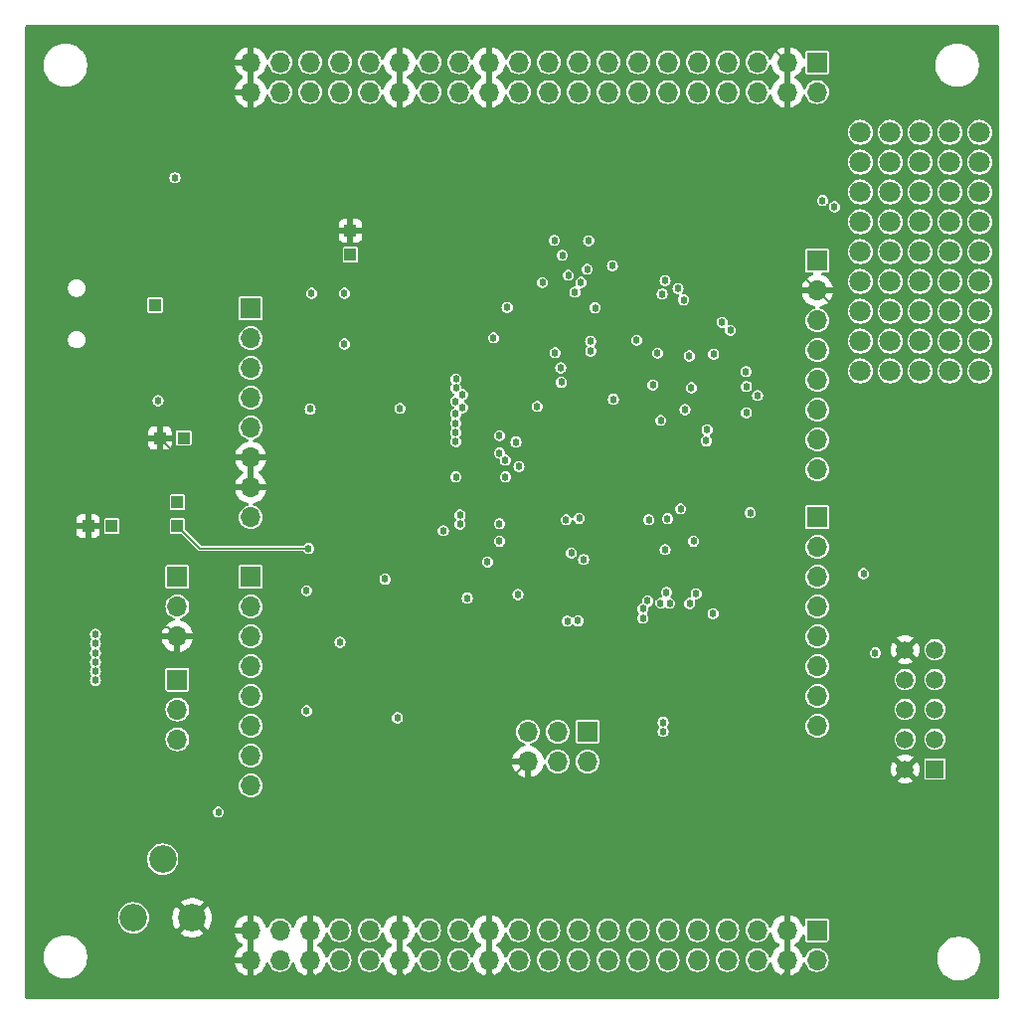
<source format=gbr>
%TF.GenerationSoftware,KiCad,Pcbnew,8.0.1*%
%TF.CreationDate,2024-05-02T11:18:55+05:30*%
%TF.ProjectId,MAX10eval,4d415831-3065-4766-916c-2e6b69636164,rev?*%
%TF.SameCoordinates,Original*%
%TF.FileFunction,Copper,L2,Inr*%
%TF.FilePolarity,Positive*%
%FSLAX46Y46*%
G04 Gerber Fmt 4.6, Leading zero omitted, Abs format (unit mm)*
G04 Created by KiCad (PCBNEW 8.0.1) date 2024-05-02 11:18:55*
%MOMM*%
%LPD*%
G01*
G04 APERTURE LIST*
%TA.AperFunction,ComponentPad*%
%ADD10C,1.800000*%
%TD*%
%TA.AperFunction,ComponentPad*%
%ADD11R,1.000000X1.000000*%
%TD*%
%TA.AperFunction,ComponentPad*%
%ADD12R,1.700000X1.700000*%
%TD*%
%TA.AperFunction,ComponentPad*%
%ADD13O,1.700000X1.700000*%
%TD*%
%TA.AperFunction,ComponentPad*%
%ADD14C,2.340000*%
%TD*%
%TA.AperFunction,ComponentPad*%
%ADD15R,1.490000X1.490000*%
%TD*%
%TA.AperFunction,ComponentPad*%
%ADD16C,1.490000*%
%TD*%
%TA.AperFunction,ViaPad*%
%ADD17C,0.625000*%
%TD*%
%TA.AperFunction,Conductor*%
%ADD18C,0.150000*%
%TD*%
G04 APERTURE END LIST*
D10*
%TO.N,N/C*%
%TO.C,*%
X181610000Y-78613000D03*
%TD*%
%TO.N,N/C*%
%TO.C,*%
X179070000Y-73533000D03*
%TD*%
%TO.N,N/C*%
%TO.C,*%
X184150000Y-81153000D03*
%TD*%
D11*
%TO.N,VBUS_5V*%
%TO.C,TP1*%
X118999000Y-78105000D03*
%TD*%
%TO.N,+3.3V*%
%TO.C,TP4*%
X115316000Y-96901000D03*
%TD*%
D10*
%TO.N,N/C*%
%TO.C,*%
X179070000Y-63373000D03*
%TD*%
%TO.N,N/C*%
%TO.C,*%
X184150000Y-78613000D03*
%TD*%
%TO.N,N/C*%
%TO.C,*%
X186690000Y-68453000D03*
%TD*%
%TO.N,N/C*%
%TO.C,*%
X179070000Y-83693000D03*
%TD*%
%TO.N,N/C*%
%TO.C,*%
X181610000Y-73533000D03*
%TD*%
D12*
%TO.N,VCCIO6*%
%TO.C,J9*%
X175387000Y-57404000D03*
D13*
%TO.N,VREFB6N0*%
X175387000Y-59944000D03*
%TO.N,Earth*%
X172847000Y-57404000D03*
X172847000Y-59944000D03*
%TO.N,DIFFIO_R14P{slash}CLK2P*%
X170307000Y-57404000D03*
%TO.N,DIFFIO_R16P{slash}CLK3P*%
X170307000Y-59944000D03*
%TO.N,DIFFIO_R14N{slash}CLK2N*%
X167767000Y-57404000D03*
%TO.N,DIFFIO_R16N{slash}CLK3N*%
X167767000Y-59944000D03*
%TO.N,DIFFIO_R18P*%
X165227000Y-57404000D03*
%TO.N,DIFFIO_R26P{slash}DPCLK3*%
X165227000Y-59944000D03*
%TO.N,DIFFIO_R18N*%
X162687000Y-57404000D03*
%TO.N,DIFFIO_R26N{slash}DPCLK2*%
X162687000Y-59944000D03*
%TO.N,DIFFIO_R27P*%
X160147000Y-57404000D03*
%TO.N,DIFFIO_R28P*%
X160147000Y-59944000D03*
%TO.N,DIFFIO_R27N*%
X157607000Y-57404000D03*
%TO.N,DIFFIO_R28N*%
X157607000Y-59944000D03*
%TO.N,DIFFIO_R33P*%
X155067000Y-57404000D03*
%TO.N,unconnected-(J9-Pin_18-Pad18)*%
X155067000Y-59944000D03*
%TO.N,DIFFIO_R33N*%
X152527000Y-57404000D03*
%TO.N,unconnected-(J9-Pin_20-Pad20)*%
X152527000Y-59944000D03*
%TO.N,VCCIO7*%
X149987000Y-57404000D03*
%TO.N,VREFB7N0*%
X149987000Y-59944000D03*
%TO.N,Earth*%
X147447000Y-57404000D03*
X147447000Y-59944000D03*
%TO.N,DIFFIO_T1P*%
X144907000Y-57404000D03*
%TO.N,DIFFIO_T10P*%
X144907000Y-59944000D03*
%TO.N,DIFFIO_T1N*%
X142367000Y-57404000D03*
%TO.N,DIFFIO_T10N*%
X142367000Y-59944000D03*
%TO.N,Earth*%
X139827000Y-57404000D03*
X139827000Y-59944000D03*
%TO.N,unconnected-(J9-Pin_31-Pad31)*%
X137287000Y-57404000D03*
%TO.N,DIFFIO_T4N*%
X137287000Y-59944000D03*
%TO.N,unconnected-(J9-Pin_33-Pad33)*%
X134747000Y-57404000D03*
%TO.N,DIFFIO_T6P*%
X134747000Y-59944000D03*
%TO.N,VCCIO8*%
X132207000Y-57404000D03*
%TO.N,VCCIO5*%
X132207000Y-59944000D03*
%TO.N,VREFB8N0*%
X129667000Y-57404000D03*
%TO.N,VREFB5N0*%
X129667000Y-59944000D03*
%TO.N,Earth*%
X127127000Y-57404000D03*
X127127000Y-59944000D03*
%TD*%
D10*
%TO.N,N/C*%
%TO.C,*%
X179070000Y-78613000D03*
%TD*%
%TO.N,N/C*%
%TO.C,*%
X179070000Y-65913000D03*
%TD*%
%TO.N,N/C*%
%TO.C,*%
X189230000Y-83693000D03*
%TD*%
%TO.N,N/C*%
%TO.C,*%
X184150000Y-73533000D03*
%TD*%
%TO.N,N/C*%
%TO.C,*%
X189230000Y-78613000D03*
%TD*%
D12*
%TO.N,Arduino_IO12*%
%TO.C,J11*%
X155829000Y-114427000D03*
D13*
%TO.N,VBUS_5V*%
X155829000Y-116967000D03*
%TO.N,Arduino_IO13*%
X153289000Y-114427000D03*
%TO.N,Arduino_IO11*%
X153289000Y-116967000D03*
%TO.N,RESET_N*%
X150749000Y-114427000D03*
%TO.N,Earth*%
X150749000Y-116967000D03*
%TD*%
D10*
%TO.N,N/C*%
%TO.C,*%
X189230000Y-81153000D03*
%TD*%
%TO.N,N/C*%
%TO.C,*%
X181610000Y-70993000D03*
%TD*%
%TO.N,N/C*%
%TO.C,*%
X179070000Y-70993000D03*
%TD*%
%TO.N,N/C*%
%TO.C,*%
X184150000Y-63373000D03*
%TD*%
%TO.N,N/C*%
%TO.C,*%
X189230000Y-65913000D03*
%TD*%
%TO.N,N/C*%
%TO.C,*%
X189230000Y-73533000D03*
%TD*%
%TO.N,N/C*%
%TO.C,*%
X181610000Y-63373000D03*
%TD*%
%TO.N,N/C*%
%TO.C,*%
X181610000Y-68453000D03*
%TD*%
%TO.N,N/C*%
%TO.C,*%
X186690000Y-83693000D03*
%TD*%
D11*
%TO.N,VCC_CORE*%
%TO.C,TP3*%
X120904000Y-96901000D03*
%TD*%
D10*
%TO.N,N/C*%
%TO.C,*%
X189230000Y-63373000D03*
%TD*%
D12*
%TO.N,Arduino_Vref*%
%TO.C,J3*%
X175412000Y-74310000D03*
D13*
%TO.N,Earth*%
X175412000Y-76850000D03*
%TO.N,Arduino_IO13*%
X175412000Y-79390000D03*
%TO.N,Arduino_IO12*%
X175412000Y-81930000D03*
%TO.N,Arduino_IO11*%
X175412000Y-84470000D03*
%TO.N,Arduino_IO10*%
X175412000Y-87010000D03*
%TO.N,Arduino_IO9*%
X175412000Y-89550000D03*
%TO.N,Arduino_IO8*%
X175412000Y-92090000D03*
%TD*%
D10*
%TO.N,N/C*%
%TO.C,*%
X181610000Y-81153000D03*
%TD*%
%TO.N,N/C*%
%TO.C,*%
X189230000Y-76073000D03*
%TD*%
%TO.N,N/C*%
%TO.C,*%
X179070000Y-68453000D03*
%TD*%
%TO.N,N/C*%
%TO.C,*%
X186690000Y-70993000D03*
%TD*%
%TO.N,N/C*%
%TO.C,*%
X189230000Y-70993000D03*
%TD*%
%TO.N,N/C*%
%TO.C,*%
X186690000Y-78613000D03*
%TD*%
D12*
%TO.N,Arduino_A6*%
%TO.C,J7*%
X120904000Y-109982000D03*
D13*
%TO.N,Net-(J7-Pin_2)*%
X120904000Y-112522000D03*
%TO.N,Net-(J7-Pin_3)*%
X120904000Y-115062000D03*
%TD*%
D10*
%TO.N,N/C*%
%TO.C,*%
X184150000Y-70993000D03*
%TD*%
%TO.N,N/C*%
%TO.C,*%
X179070000Y-76073000D03*
%TD*%
%TO.N,N/C*%
%TO.C,*%
X179070000Y-81153000D03*
%TD*%
D12*
%TO.N,Arduino_IO7*%
%TO.C,J5*%
X175412000Y-96154000D03*
D13*
%TO.N,Arduino_IO6*%
X175412000Y-98694000D03*
%TO.N,Arduino_IO5*%
X175412000Y-101234000D03*
%TO.N,Arduino_IO4*%
X175412000Y-103774000D03*
%TO.N,Arduino_IO3*%
X175412000Y-106314000D03*
%TO.N,Arduino_IO2*%
X175412000Y-108854000D03*
%TO.N,Arduino_IO1*%
X175412000Y-111394000D03*
%TO.N,Arduino_IO0*%
X175412000Y-113934000D03*
%TD*%
D10*
%TO.N,N/C*%
%TO.C,*%
X184150000Y-76073000D03*
%TD*%
D14*
%TO.N,Net-(R15-Pad2)*%
%TO.C,R94*%
X117159000Y-130262000D03*
%TO.N,Net-(J7-Pin_3)*%
X119659000Y-125262000D03*
%TO.N,Earth*%
X122159000Y-130262000D03*
%TD*%
D12*
%TO.N,Arduino_A0*%
%TO.C,J4*%
X127152000Y-101234000D03*
D13*
%TO.N,Arduino_A1*%
X127152000Y-103774000D03*
%TO.N,Arduino_A2*%
X127152000Y-106314000D03*
%TO.N,Arduino_A3*%
X127152000Y-108854000D03*
%TO.N,Arduino_A4*%
X127152000Y-111394000D03*
%TO.N,Arduino_A5*%
X127152000Y-113934000D03*
%TO.N,Arduino_A6*%
X127152000Y-116474000D03*
%TO.N,Arduino_A7*%
X127152000Y-119014000D03*
%TD*%
D10*
%TO.N,N/C*%
%TO.C,*%
X186690000Y-81153000D03*
%TD*%
D11*
%TO.N,VCC_IO*%
%TO.C,TP5*%
X121437400Y-89408000D03*
%TD*%
%TO.N,VCCA_3.3V*%
%TO.C,TP6*%
X135636000Y-73787000D03*
%TD*%
D10*
%TO.N,N/C*%
%TO.C,*%
X181610000Y-83693000D03*
%TD*%
%TO.N,N/C*%
%TO.C,*%
X186690000Y-76073000D03*
%TD*%
D11*
%TO.N,Earth*%
%TO.C,TP9*%
X119405400Y-89408000D03*
%TD*%
D10*
%TO.N,N/C*%
%TO.C,*%
X186690000Y-73533000D03*
%TD*%
%TO.N,N/C*%
%TO.C,*%
X184150000Y-68453000D03*
%TD*%
%TO.N,N/C*%
%TO.C,*%
X184150000Y-65913000D03*
%TD*%
%TO.N,N/C*%
%TO.C,*%
X186690000Y-63373000D03*
%TD*%
D11*
%TO.N,+3.3V*%
%TO.C,TP2*%
X120904000Y-94869000D03*
%TD*%
D10*
%TO.N,N/C*%
%TO.C,*%
X184150000Y-83693000D03*
%TD*%
D12*
%TO.N,Arduino_A7*%
%TO.C,J6*%
X120904000Y-101219000D03*
D13*
%TO.N,Net-(J6-Pin_2)*%
X120904000Y-103759000D03*
%TO.N,Earth*%
X120904000Y-106299000D03*
%TD*%
D12*
%TO.N,VCCIO3*%
%TO.C,J8*%
X175361600Y-131318000D03*
D13*
%TO.N,VREFB3N0*%
X175361600Y-133858000D03*
%TO.N,Earth*%
X172821600Y-131318000D03*
X172821600Y-133858000D03*
%TO.N,DIFFIO_B16P*%
X170281600Y-131318000D03*
%TO.N,DIFFIO_B14P*%
X170281600Y-133858000D03*
%TO.N,DIFFIO_B16N*%
X167741600Y-131318000D03*
%TO.N,DIFFIO_B14N*%
X167741600Y-133858000D03*
%TO.N,DIFFIO_B12P*%
X165201600Y-131318000D03*
%TO.N,DIFFIO_B9P*%
X165201600Y-133858000D03*
%TO.N,DIFFIO_B12N*%
X162661600Y-131318000D03*
%TO.N,DIFFIO_B9N*%
X162661600Y-133858000D03*
%TO.N,DIFFIO_B7P*%
X160121600Y-131318000D03*
%TO.N,DIFFIO_B5P*%
X160121600Y-133858000D03*
%TO.N,DIFFIO_B7N*%
X157581600Y-131318000D03*
%TO.N,DIFFIO_B5N*%
X157581600Y-133858000D03*
%TO.N,DIFFIO_B3P*%
X155041600Y-131318000D03*
%TO.N,DIFFIO_B1P*%
X155041600Y-133858000D03*
%TO.N,DIFFIO_B3N*%
X152501600Y-131318000D03*
%TO.N,DIFFIO_B1N*%
X152501600Y-133858000D03*
%TO.N,VCCIO2*%
X149961600Y-131318000D03*
%TO.N,VREFB2N0*%
X149961600Y-133858000D03*
%TO.N,Earth*%
X147421600Y-131318000D03*
X147421600Y-133858000D03*
%TO.N,DIFFIO_L27P{slash}PLL_CLKOUTP*%
X144881600Y-131318000D03*
%TO.N,DIFFIO_L20P{slash}CLK1P*%
X144881600Y-133858000D03*
%TO.N,DIFFIO_L27N{slash}PLL_CLKOUTN*%
X142341600Y-131318000D03*
%TO.N,DIFFIO_L20N{slash}CLK1N*%
X142341600Y-133858000D03*
%TO.N,Earth*%
X139801600Y-131318000D03*
X139801600Y-133858000D03*
%TO.N,VCCIO4*%
X137261600Y-131318000D03*
%TO.N,unconnected-(J8-Pin_32-Pad32)*%
X137261600Y-133858000D03*
%TO.N,VREFB4N0*%
X134721600Y-131318000D03*
%TO.N,VCCIO1B*%
X134721600Y-133858000D03*
%TO.N,Earth*%
X132181600Y-131318000D03*
X132181600Y-133858000D03*
%TO.N,VCCIO1A*%
X129641600Y-131318000D03*
%TO.N,VREFB1N0*%
X129641600Y-133858000D03*
%TO.N,Earth*%
X127101600Y-131318000D03*
X127101600Y-133858000D03*
%TD*%
D10*
%TO.N,N/C*%
%TO.C,*%
X189230000Y-68453000D03*
%TD*%
%TO.N,N/C*%
%TO.C,*%
X181610000Y-65913000D03*
%TD*%
D12*
%TO.N,unconnected-(J2-Pin_1-Pad1)*%
%TO.C,J2*%
X127152000Y-78374000D03*
D13*
%TO.N,VCC_IO*%
X127152000Y-80914000D03*
%TO.N,RESET_N*%
X127152000Y-83454000D03*
%TO.N,+3.3V*%
X127152000Y-85994000D03*
%TO.N,VBUS_5V*%
X127152000Y-88534000D03*
%TO.N,Earth*%
X127152000Y-91074000D03*
X127152000Y-93614000D03*
%TO.N,unconnected-(J2-Pin_8-Pad8)*%
X127152000Y-96154000D03*
%TD*%
D11*
%TO.N,Earth*%
%TO.C,TP7*%
X135636000Y-71755000D03*
%TD*%
D15*
%TO.N,TCK*%
%TO.C,J10*%
X185420000Y-117602000D03*
D16*
%TO.N,Earth*%
X182880000Y-117602000D03*
%TO.N,TDO*%
X185420000Y-115062000D03*
%TO.N,VCCIO1B*%
X182880000Y-115062000D03*
%TO.N,TMS*%
X185420000Y-112522000D03*
%TO.N,unconnected-(J10-Pad6)*%
X182880000Y-112522000D03*
%TO.N,unconnected-(J10-Pad7)*%
X185420000Y-109982000D03*
%TO.N,JTAGEN*%
X182880000Y-109982000D03*
%TO.N,TDI*%
X185420000Y-107442000D03*
%TO.N,Earth*%
X182880000Y-107442000D03*
%TD*%
D11*
%TO.N,Earth*%
%TO.C,TP8*%
X113298000Y-96901000D03*
%TD*%
D10*
%TO.N,N/C*%
%TO.C,*%
X186690000Y-65913000D03*
%TD*%
%TO.N,N/C*%
%TO.C,*%
X181610000Y-76073000D03*
%TD*%
D17*
%TO.N,VBUS_5V*%
X119253000Y-86233000D03*
%TO.N,Earth*%
X135128000Y-83489800D03*
X150571200Y-94665800D03*
X178562000Y-87096600D03*
X159969200Y-95758000D03*
X163982400Y-102616000D03*
X161456500Y-102576793D03*
X162737800Y-78282800D03*
X153644600Y-81483200D03*
X134747000Y-108889800D03*
X163042600Y-82804000D03*
X156464000Y-99198300D03*
X150977600Y-99198300D03*
X137033000Y-100584000D03*
X156905500Y-102576793D03*
X135636000Y-98171000D03*
X110236000Y-105537000D03*
X165867500Y-83708610D03*
X166547800Y-87630000D03*
X167106600Y-102133400D03*
X166547800Y-92797500D03*
X166852600Y-78181200D03*
X182880000Y-129667000D03*
%TO.N,VCC_CORE*%
X147828000Y-80873600D03*
X147308500Y-99960500D03*
X164676516Y-85126713D03*
X155498800Y-99745800D03*
X143546998Y-97300402D03*
X132080000Y-98806000D03*
X164134800Y-86995000D03*
X166522400Y-104368600D03*
%TO.N,VCCIO3*%
X162265500Y-113619497D03*
X155016200Y-104978200D03*
X149905500Y-102743000D03*
X154457400Y-99198300D03*
%TO.N,VREFB3N0*%
X162265500Y-114404500D03*
X154119448Y-104997500D03*
%TO.N,VREFB4N0*%
X160549712Y-103959802D03*
%TO.N,Arduino_IO8*%
X160948500Y-103283638D03*
%TO.N,Arduino_IO9*%
X162043500Y-103479600D03*
%TO.N,Arduino_IO10*%
X162551500Y-102539800D03*
%TO.N,Arduino_IO11*%
X162828503Y-103479600D03*
%TO.N,VCCIO4*%
X160550500Y-104745354D03*
X162433000Y-98907600D03*
%TO.N,Arduino_IO12*%
X164541200Y-103505000D03*
%TO.N,Arduino_IO13*%
X165077400Y-102666800D03*
%TO.N,VCCA_3.3V*%
X166573200Y-82270600D03*
X162647500Y-96266000D03*
X153060400Y-82143600D03*
X164490400Y-82423000D03*
X124383800Y-121259600D03*
X158038800Y-86106000D03*
X155131900Y-96251900D03*
X148336000Y-98196400D03*
X148987297Y-78296063D03*
X154000200Y-96367600D03*
X145597100Y-103033700D03*
X135128000Y-81407000D03*
X135128000Y-77089000D03*
X134747000Y-106807000D03*
X161402900Y-84886800D03*
X164871400Y-98196400D03*
%TO.N,VREFB7N0*%
X162444300Y-76003899D03*
%TO.N,DIFFIO_T4N*%
X164007800Y-77633700D03*
%TO.N,DIFFIO_T6P*%
X163539300Y-76682488D03*
%TO.N,VCCIO6*%
X169316400Y-83743800D03*
X166014400Y-88702600D03*
%TO.N,Switch 1*%
X155929931Y-72604813D03*
X113919000Y-106125994D03*
%TO.N,RESET_N*%
X175844200Y-69175500D03*
X167284400Y-79552800D03*
X160020000Y-81088100D03*
X179349400Y-100965000D03*
X153009600Y-72567800D03*
%TO.N,Switch 2*%
X155798210Y-75036990D03*
X113919000Y-106910997D03*
%TO.N,BOOT_SEL*%
X153681048Y-73837800D03*
X113919000Y-110051009D03*
%TO.N,Switch 3*%
X113919000Y-107696000D03*
X155284300Y-76149200D03*
%TO.N,VCCIO8*%
X156108400Y-82016600D03*
X120700800Y-67233800D03*
X157956042Y-74733358D03*
X156478311Y-78313220D03*
X151993600Y-76174600D03*
%TO.N,NCONFIG*%
X156094300Y-81178400D03*
X167995600Y-80238600D03*
X176866300Y-69723000D03*
%TO.N,Switch 4*%
X154750900Y-76987400D03*
X113919000Y-108481003D03*
%TO.N,Switch 5*%
X154189300Y-75539600D03*
X113919000Y-109266006D03*
%TO.N,ANAIN1*%
X153543000Y-83439000D03*
%TO.N,ADC_VREF*%
X153610499Y-84659098D03*
%TO.N,DIFFIO_RX_L1P{slash}ADC1IN2*%
X144627600Y-84378800D03*
X132334000Y-77089000D03*
%TO.N,DIFFIO_RX_L3N{slash}ADC1IN3*%
X144622627Y-85163750D03*
X132207000Y-86944200D03*
%TO.N,VCCIO1A*%
X151536400Y-86715600D03*
X145186400Y-85710000D03*
%TO.N,DIFFIO_RX_L3P{slash}ADC1IN4*%
X139852400Y-86893400D03*
X144602200Y-86272500D03*
%TO.N,DIFFIO_RX_L5N{slash}ADC1IN5*%
X145186400Y-86820000D03*
X138582400Y-101422200D03*
%TO.N,DIFFIO_RX_L5P{slash}ADC1IN6*%
X131902200Y-102412800D03*
X144602200Y-87367500D03*
%TO.N,DIFFIO_RX_L7N{slash}ADC1IN7*%
X144602200Y-88152503D03*
X131902200Y-112649000D03*
%TO.N,DIFFIO_RX_L7P{slash}ADC1IN8*%
X144602200Y-88937506D03*
X139649200Y-113233200D03*
%TO.N,JTAGEN*%
X149733000Y-89749576D03*
%TO.N,TMS*%
X148336000Y-89204800D03*
%TO.N,VREFB1N0*%
X144602200Y-89722509D03*
%TO.N,TCK*%
X149987000Y-91840978D03*
%TO.N,TDI*%
X148336000Y-90678000D03*
%TO.N,TDO*%
X148823253Y-91293478D03*
%TO.N,VREFB2N0*%
X144979944Y-95957944D03*
%TO.N,VCCIO2*%
X144976859Y-96742941D03*
X148336000Y-96697800D03*
%TO.N,VREFB5N0*%
X169697400Y-95757500D03*
%TO.N,VCCIO5*%
X163753800Y-95442500D03*
%TO.N,VREFB6N0*%
X169367200Y-87257500D03*
%TO.N,DIFFIO_R27N*%
X169367200Y-85013800D03*
X170317633Y-85787405D03*
%TO.N,VCC_IO*%
X161061400Y-96356300D03*
X165938200Y-89653100D03*
X162077400Y-87909400D03*
%TO.N,VCCIO1B*%
X144627600Y-92710000D03*
X148844000Y-92710000D03*
X180340000Y-107696000D03*
%TO.N,VCCIO7*%
X162179000Y-77139800D03*
X161797792Y-82182325D03*
%TD*%
D18*
%TO.N,Earth*%
X131318000Y-135763000D02*
X132181600Y-134899400D01*
X122159000Y-130262000D02*
X123850000Y-131953000D01*
X147421600Y-131318000D02*
X147421600Y-120294400D01*
X162737800Y-78282800D02*
X162839400Y-78181200D01*
X120142000Y-105537000D02*
X110236000Y-105537000D01*
X172847000Y-57404000D02*
X172847000Y-59944000D01*
X119405400Y-89408000D02*
X120929400Y-90932000D01*
X120904000Y-106299000D02*
X120142000Y-105537000D01*
X172821600Y-131318000D02*
X172821600Y-133858000D01*
X127101600Y-133858000D02*
X127101600Y-131318000D01*
X123850000Y-131953000D02*
X123850000Y-131978000D01*
X127889000Y-135763000D02*
X131318000Y-135763000D01*
X123850000Y-131978000D02*
X125730000Y-133858000D01*
X139827000Y-56032400D02*
X140385800Y-55473600D01*
X127101600Y-134975600D02*
X127889000Y-135763000D01*
X166561900Y-87644100D02*
X166561900Y-92783400D01*
X166561900Y-92783400D02*
X166547800Y-92797500D01*
X163982400Y-103682800D02*
X163982400Y-102616000D01*
X161456500Y-102576793D02*
X161496000Y-102616293D01*
X156905500Y-102576793D02*
X161456500Y-102576793D01*
X132181600Y-134848600D02*
X132181600Y-133858000D01*
X127152000Y-91074000D02*
X127152000Y-93614000D01*
X140716000Y-135763000D02*
X139801600Y-134848600D01*
X164479100Y-102119300D02*
X163982400Y-102616000D01*
X139801600Y-133858000D02*
X139801600Y-134899400D01*
X161828018Y-104038400D02*
X163626800Y-104038400D01*
X147421600Y-134848600D02*
X147421600Y-133858000D01*
X140385800Y-55473600D02*
X127609600Y-55473600D01*
X133096000Y-135763000D02*
X132181600Y-134848600D01*
X172821600Y-133858000D02*
X172821600Y-134772400D01*
X166547800Y-87630000D02*
X166561900Y-87644100D01*
X120929400Y-90932000D02*
X127010000Y-90932000D01*
X147421600Y-133858000D02*
X147421600Y-131318000D01*
X147447000Y-57404000D02*
X147447000Y-59944000D01*
X147421600Y-134899400D02*
X146558000Y-135763000D01*
X172847000Y-59944000D02*
X172847000Y-74285000D01*
X125730000Y-133858000D02*
X127101600Y-133858000D01*
X163626800Y-104038400D02*
X163982400Y-103682800D01*
X167106600Y-102133400D02*
X167092500Y-102119300D01*
X127010000Y-90932000D02*
X127152000Y-91074000D01*
X127127000Y-57404000D02*
X127127000Y-59944000D01*
X147447000Y-56108600D02*
X147447000Y-57404000D01*
X148336000Y-135763000D02*
X147421600Y-134848600D01*
X172821600Y-134772400D02*
X171831000Y-135763000D01*
X147421600Y-133858000D02*
X147421600Y-134899400D01*
X148082000Y-55473600D02*
X140385800Y-55473600D01*
X132181600Y-134899400D02*
X132181600Y-133858000D01*
X171831000Y-135763000D02*
X148336000Y-135763000D01*
X127127000Y-55956200D02*
X127127000Y-57404000D01*
X172847000Y-57404000D02*
X170916600Y-55473600D01*
X127101600Y-133858000D02*
X127101600Y-134975600D01*
X170916600Y-55473600D02*
X148082000Y-55473600D01*
X162839400Y-78181200D02*
X166852600Y-78181200D01*
X167092500Y-102119300D02*
X164479100Y-102119300D01*
X139827000Y-57404000D02*
X139827000Y-59944000D01*
X161496000Y-102616293D02*
X161496000Y-103706382D01*
X139827000Y-57404000D02*
X139827000Y-56032400D01*
X178562000Y-87096600D02*
X176682400Y-85217000D01*
X138938000Y-135763000D02*
X133096000Y-135763000D01*
X161496000Y-103706382D02*
X161828018Y-104038400D01*
X176682400Y-78120400D02*
X175412000Y-76850000D01*
X146558000Y-135763000D02*
X140716000Y-135763000D01*
X172847000Y-74285000D02*
X175412000Y-76850000D01*
X132181600Y-131318000D02*
X132181600Y-133858000D01*
X139801600Y-131318000D02*
X139801600Y-133858000D01*
X148082000Y-55473600D02*
X147447000Y-56108600D01*
X139801600Y-134899400D02*
X138938000Y-135763000D01*
X147421600Y-120294400D02*
X150749000Y-116967000D01*
X139801600Y-134848600D02*
X139801600Y-133858000D01*
X176682400Y-85217000D02*
X176682400Y-78120400D01*
X127609600Y-55473600D02*
X127127000Y-55956200D01*
%TO.N,VCC_CORE*%
X132080000Y-98806000D02*
X122809000Y-98806000D01*
X122809000Y-98806000D02*
X120904000Y-96901000D01*
%TD*%
%TA.AperFunction,Conductor*%
%TO.N,Earth*%
G36*
X127351600Y-133424988D02*
G01*
X127294593Y-133392075D01*
X127167426Y-133358000D01*
X127035774Y-133358000D01*
X126908607Y-133392075D01*
X126851600Y-133424988D01*
X126851600Y-131751012D01*
X126908607Y-131783925D01*
X127035774Y-131818000D01*
X127167426Y-131818000D01*
X127294593Y-131783925D01*
X127351600Y-131751012D01*
X127351600Y-133424988D01*
G37*
%TD.AperFunction*%
%TA.AperFunction,Conductor*%
G36*
X132431600Y-133424988D02*
G01*
X132374593Y-133392075D01*
X132247426Y-133358000D01*
X132115774Y-133358000D01*
X131988607Y-133392075D01*
X131931600Y-133424988D01*
X131931600Y-131751012D01*
X131988607Y-131783925D01*
X132115774Y-131818000D01*
X132247426Y-131818000D01*
X132374593Y-131783925D01*
X132431600Y-131751012D01*
X132431600Y-133424988D01*
G37*
%TD.AperFunction*%
%TA.AperFunction,Conductor*%
G36*
X140051600Y-133424988D02*
G01*
X139994593Y-133392075D01*
X139867426Y-133358000D01*
X139735774Y-133358000D01*
X139608607Y-133392075D01*
X139551600Y-133424988D01*
X139551600Y-131751012D01*
X139608607Y-131783925D01*
X139735774Y-131818000D01*
X139867426Y-131818000D01*
X139994593Y-131783925D01*
X140051600Y-131751012D01*
X140051600Y-133424988D01*
G37*
%TD.AperFunction*%
%TA.AperFunction,Conductor*%
G36*
X147671600Y-133424988D02*
G01*
X147614593Y-133392075D01*
X147487426Y-133358000D01*
X147355774Y-133358000D01*
X147228607Y-133392075D01*
X147171600Y-133424988D01*
X147171600Y-131751012D01*
X147228607Y-131783925D01*
X147355774Y-131818000D01*
X147487426Y-131818000D01*
X147614593Y-131783925D01*
X147671600Y-131751012D01*
X147671600Y-133424988D01*
G37*
%TD.AperFunction*%
%TA.AperFunction,Conductor*%
G36*
X173071600Y-133424988D02*
G01*
X173014593Y-133392075D01*
X172887426Y-133358000D01*
X172755774Y-133358000D01*
X172628607Y-133392075D01*
X172571600Y-133424988D01*
X172571600Y-131751012D01*
X172628607Y-131783925D01*
X172755774Y-131818000D01*
X172887426Y-131818000D01*
X173014593Y-131783925D01*
X173071600Y-131751012D01*
X173071600Y-133424988D01*
G37*
%TD.AperFunction*%
%TA.AperFunction,Conductor*%
G36*
X127402000Y-93180988D02*
G01*
X127344993Y-93148075D01*
X127217826Y-93114000D01*
X127086174Y-93114000D01*
X126959007Y-93148075D01*
X126902000Y-93180988D01*
X126902000Y-91507012D01*
X126959007Y-91539925D01*
X127086174Y-91574000D01*
X127217826Y-91574000D01*
X127344993Y-91539925D01*
X127402000Y-91507012D01*
X127402000Y-93180988D01*
G37*
%TD.AperFunction*%
%TA.AperFunction,Conductor*%
G36*
X127377000Y-59510988D02*
G01*
X127319993Y-59478075D01*
X127192826Y-59444000D01*
X127061174Y-59444000D01*
X126934007Y-59478075D01*
X126877000Y-59510988D01*
X126877000Y-57837012D01*
X126934007Y-57869925D01*
X127061174Y-57904000D01*
X127192826Y-57904000D01*
X127319993Y-57869925D01*
X127377000Y-57837012D01*
X127377000Y-59510988D01*
G37*
%TD.AperFunction*%
%TA.AperFunction,Conductor*%
G36*
X140077000Y-59510988D02*
G01*
X140019993Y-59478075D01*
X139892826Y-59444000D01*
X139761174Y-59444000D01*
X139634007Y-59478075D01*
X139577000Y-59510988D01*
X139577000Y-57837012D01*
X139634007Y-57869925D01*
X139761174Y-57904000D01*
X139892826Y-57904000D01*
X140019993Y-57869925D01*
X140077000Y-57837012D01*
X140077000Y-59510988D01*
G37*
%TD.AperFunction*%
%TA.AperFunction,Conductor*%
G36*
X147697000Y-59510988D02*
G01*
X147639993Y-59478075D01*
X147512826Y-59444000D01*
X147381174Y-59444000D01*
X147254007Y-59478075D01*
X147197000Y-59510988D01*
X147197000Y-57837012D01*
X147254007Y-57869925D01*
X147381174Y-57904000D01*
X147512826Y-57904000D01*
X147639993Y-57869925D01*
X147697000Y-57837012D01*
X147697000Y-59510988D01*
G37*
%TD.AperFunction*%
%TA.AperFunction,Conductor*%
G36*
X173097000Y-59510988D02*
G01*
X173039993Y-59478075D01*
X172912826Y-59444000D01*
X172781174Y-59444000D01*
X172654007Y-59478075D01*
X172597000Y-59510988D01*
X172597000Y-57837012D01*
X172654007Y-57869925D01*
X172781174Y-57904000D01*
X172912826Y-57904000D01*
X173039993Y-57869925D01*
X173097000Y-57837012D01*
X173097000Y-59510988D01*
G37*
%TD.AperFunction*%
%TA.AperFunction,Conductor*%
G36*
X190824039Y-54248685D02*
G01*
X190869794Y-54301489D01*
X190881000Y-54353000D01*
X190881000Y-137036000D01*
X190861315Y-137103039D01*
X190808511Y-137148794D01*
X190757000Y-137160000D01*
X108074000Y-137160000D01*
X108006961Y-137140315D01*
X107961206Y-137087511D01*
X107950000Y-137036000D01*
X107950000Y-133725288D01*
X109528500Y-133725288D01*
X109560161Y-133965785D01*
X109622947Y-134200104D01*
X109688350Y-134358000D01*
X109715776Y-134424212D01*
X109837064Y-134634289D01*
X109837066Y-134634292D01*
X109837067Y-134634293D01*
X109984733Y-134826736D01*
X109984739Y-134826743D01*
X110156256Y-134998260D01*
X110156262Y-134998265D01*
X110348711Y-135145936D01*
X110558788Y-135267224D01*
X110782900Y-135360054D01*
X111017211Y-135422838D01*
X111197586Y-135446584D01*
X111257711Y-135454500D01*
X111257712Y-135454500D01*
X111500289Y-135454500D01*
X111548388Y-135448167D01*
X111740789Y-135422838D01*
X111975100Y-135360054D01*
X112199212Y-135267224D01*
X112409289Y-135145936D01*
X112601738Y-134998265D01*
X112773265Y-134826738D01*
X112920936Y-134634289D01*
X113042224Y-134424212D01*
X113135054Y-134200100D01*
X113159732Y-134108000D01*
X125770964Y-134108000D01*
X125828167Y-134321486D01*
X125828170Y-134321492D01*
X125927999Y-134535578D01*
X126063494Y-134729082D01*
X126230517Y-134896105D01*
X126424021Y-135031600D01*
X126638107Y-135131429D01*
X126638116Y-135131433D01*
X126851600Y-135188634D01*
X126851600Y-134291012D01*
X126908607Y-134323925D01*
X127035774Y-134358000D01*
X127167426Y-134358000D01*
X127294593Y-134323925D01*
X127351600Y-134291012D01*
X127351600Y-135188633D01*
X127565083Y-135131433D01*
X127565092Y-135131429D01*
X127779178Y-135031600D01*
X127972682Y-134896105D01*
X128139705Y-134729082D01*
X128275200Y-134535578D01*
X128375029Y-134321492D01*
X128375033Y-134321483D01*
X128427363Y-134126183D01*
X128463728Y-134066522D01*
X128526575Y-134035993D01*
X128595950Y-134044287D01*
X128649828Y-134088773D01*
X128665798Y-134122280D01*
X128703503Y-134246574D01*
X128797331Y-134422114D01*
X128797335Y-134422121D01*
X128923611Y-134575988D01*
X129077478Y-134702264D01*
X129077485Y-134702268D01*
X129127651Y-134729082D01*
X129253027Y-134796097D01*
X129443507Y-134853879D01*
X129641600Y-134873389D01*
X129839693Y-134853879D01*
X130030173Y-134796097D01*
X130205720Y-134702265D01*
X130359588Y-134575988D01*
X130485865Y-134422120D01*
X130579697Y-134246573D01*
X130617401Y-134122278D01*
X130655698Y-134063842D01*
X130719510Y-134035386D01*
X130788577Y-134045946D01*
X130840971Y-134092170D01*
X130855836Y-134126182D01*
X130908167Y-134321486D01*
X130908170Y-134321492D01*
X131007999Y-134535578D01*
X131143494Y-134729082D01*
X131310517Y-134896105D01*
X131504021Y-135031600D01*
X131718107Y-135131429D01*
X131718116Y-135131433D01*
X131931600Y-135188634D01*
X131931600Y-134291012D01*
X131988607Y-134323925D01*
X132115774Y-134358000D01*
X132247426Y-134358000D01*
X132374593Y-134323925D01*
X132431600Y-134291012D01*
X132431600Y-135188634D01*
X132645083Y-135131433D01*
X132645092Y-135131429D01*
X132859178Y-135031600D01*
X133052682Y-134896105D01*
X133219705Y-134729082D01*
X133355200Y-134535578D01*
X133455029Y-134321492D01*
X133455033Y-134321483D01*
X133507363Y-134126183D01*
X133543728Y-134066522D01*
X133606575Y-134035993D01*
X133675950Y-134044287D01*
X133729828Y-134088773D01*
X133745798Y-134122280D01*
X133783503Y-134246574D01*
X133877331Y-134422114D01*
X133877335Y-134422121D01*
X134003611Y-134575988D01*
X134157478Y-134702264D01*
X134157485Y-134702268D01*
X134207651Y-134729082D01*
X134333027Y-134796097D01*
X134523507Y-134853879D01*
X134721600Y-134873389D01*
X134919693Y-134853879D01*
X135110173Y-134796097D01*
X135285720Y-134702265D01*
X135439588Y-134575988D01*
X135565865Y-134422120D01*
X135659697Y-134246573D01*
X135717479Y-134056093D01*
X135736989Y-133858000D01*
X136246211Y-133858000D01*
X136265721Y-134056095D01*
X136323503Y-134246574D01*
X136417331Y-134422114D01*
X136417335Y-134422121D01*
X136543611Y-134575988D01*
X136697478Y-134702264D01*
X136697485Y-134702268D01*
X136747651Y-134729082D01*
X136873027Y-134796097D01*
X137063507Y-134853879D01*
X137261600Y-134873389D01*
X137459693Y-134853879D01*
X137650173Y-134796097D01*
X137825720Y-134702265D01*
X137979588Y-134575988D01*
X138105865Y-134422120D01*
X138199697Y-134246573D01*
X138237401Y-134122278D01*
X138275698Y-134063842D01*
X138339510Y-134035386D01*
X138408577Y-134045946D01*
X138460971Y-134092170D01*
X138475836Y-134126182D01*
X138528167Y-134321486D01*
X138528170Y-134321492D01*
X138627999Y-134535578D01*
X138763494Y-134729082D01*
X138930517Y-134896105D01*
X139124021Y-135031600D01*
X139338107Y-135131429D01*
X139338116Y-135131433D01*
X139551600Y-135188634D01*
X139551600Y-134291012D01*
X139608607Y-134323925D01*
X139735774Y-134358000D01*
X139867426Y-134358000D01*
X139994593Y-134323925D01*
X140051600Y-134291012D01*
X140051600Y-135188634D01*
X140265083Y-135131433D01*
X140265092Y-135131429D01*
X140479178Y-135031600D01*
X140672682Y-134896105D01*
X140839705Y-134729082D01*
X140975200Y-134535578D01*
X141075029Y-134321492D01*
X141075033Y-134321483D01*
X141127363Y-134126183D01*
X141163728Y-134066522D01*
X141226575Y-134035993D01*
X141295950Y-134044287D01*
X141349828Y-134088773D01*
X141365798Y-134122280D01*
X141403503Y-134246574D01*
X141497331Y-134422114D01*
X141497335Y-134422121D01*
X141623611Y-134575988D01*
X141777478Y-134702264D01*
X141777485Y-134702268D01*
X141827651Y-134729082D01*
X141953027Y-134796097D01*
X142143507Y-134853879D01*
X142341600Y-134873389D01*
X142539693Y-134853879D01*
X142730173Y-134796097D01*
X142905720Y-134702265D01*
X143059588Y-134575988D01*
X143185865Y-134422120D01*
X143279697Y-134246573D01*
X143337479Y-134056093D01*
X143356989Y-133858000D01*
X143866211Y-133858000D01*
X143885721Y-134056095D01*
X143943503Y-134246574D01*
X144037331Y-134422114D01*
X144037335Y-134422121D01*
X144163611Y-134575988D01*
X144317478Y-134702264D01*
X144317485Y-134702268D01*
X144367651Y-134729082D01*
X144493027Y-134796097D01*
X144683507Y-134853879D01*
X144881600Y-134873389D01*
X145079693Y-134853879D01*
X145270173Y-134796097D01*
X145445720Y-134702265D01*
X145599588Y-134575988D01*
X145725865Y-134422120D01*
X145819697Y-134246573D01*
X145857401Y-134122278D01*
X145895698Y-134063842D01*
X145959510Y-134035386D01*
X146028577Y-134045946D01*
X146080971Y-134092170D01*
X146095836Y-134126182D01*
X146148167Y-134321486D01*
X146148170Y-134321492D01*
X146247999Y-134535578D01*
X146383494Y-134729082D01*
X146550517Y-134896105D01*
X146744021Y-135031600D01*
X146958107Y-135131429D01*
X146958116Y-135131433D01*
X147171600Y-135188634D01*
X147171600Y-134291012D01*
X147228607Y-134323925D01*
X147355774Y-134358000D01*
X147487426Y-134358000D01*
X147614593Y-134323925D01*
X147671600Y-134291012D01*
X147671600Y-135188633D01*
X147885083Y-135131433D01*
X147885092Y-135131429D01*
X148099178Y-135031600D01*
X148292682Y-134896105D01*
X148459705Y-134729082D01*
X148595200Y-134535578D01*
X148695029Y-134321492D01*
X148695033Y-134321483D01*
X148747363Y-134126183D01*
X148783728Y-134066522D01*
X148846575Y-134035993D01*
X148915950Y-134044287D01*
X148969828Y-134088773D01*
X148985798Y-134122280D01*
X149023503Y-134246574D01*
X149117331Y-134422114D01*
X149117335Y-134422121D01*
X149243611Y-134575988D01*
X149397478Y-134702264D01*
X149397485Y-134702268D01*
X149447651Y-134729082D01*
X149573027Y-134796097D01*
X149763507Y-134853879D01*
X149961600Y-134873389D01*
X150159693Y-134853879D01*
X150350173Y-134796097D01*
X150525720Y-134702265D01*
X150679588Y-134575988D01*
X150805865Y-134422120D01*
X150899697Y-134246573D01*
X150957479Y-134056093D01*
X150976989Y-133858000D01*
X151486211Y-133858000D01*
X151505721Y-134056095D01*
X151563503Y-134246574D01*
X151657331Y-134422114D01*
X151657335Y-134422121D01*
X151783611Y-134575988D01*
X151937478Y-134702264D01*
X151937485Y-134702268D01*
X151987651Y-134729082D01*
X152113027Y-134796097D01*
X152303507Y-134853879D01*
X152501600Y-134873389D01*
X152699693Y-134853879D01*
X152890173Y-134796097D01*
X153065720Y-134702265D01*
X153219588Y-134575988D01*
X153345865Y-134422120D01*
X153439697Y-134246573D01*
X153497479Y-134056093D01*
X153516989Y-133858000D01*
X154026211Y-133858000D01*
X154045721Y-134056095D01*
X154103503Y-134246574D01*
X154197331Y-134422114D01*
X154197335Y-134422121D01*
X154323611Y-134575988D01*
X154477478Y-134702264D01*
X154477485Y-134702268D01*
X154527651Y-134729082D01*
X154653027Y-134796097D01*
X154843507Y-134853879D01*
X155041600Y-134873389D01*
X155239693Y-134853879D01*
X155430173Y-134796097D01*
X155605720Y-134702265D01*
X155759588Y-134575988D01*
X155885865Y-134422120D01*
X155979697Y-134246573D01*
X156037479Y-134056093D01*
X156056989Y-133858000D01*
X156566211Y-133858000D01*
X156585721Y-134056095D01*
X156643503Y-134246574D01*
X156737331Y-134422114D01*
X156737335Y-134422121D01*
X156863611Y-134575988D01*
X157017478Y-134702264D01*
X157017485Y-134702268D01*
X157067651Y-134729082D01*
X157193027Y-134796097D01*
X157383507Y-134853879D01*
X157581600Y-134873389D01*
X157779693Y-134853879D01*
X157970173Y-134796097D01*
X158145720Y-134702265D01*
X158299588Y-134575988D01*
X158425865Y-134422120D01*
X158519697Y-134246573D01*
X158577479Y-134056093D01*
X158596989Y-133858000D01*
X159106211Y-133858000D01*
X159125721Y-134056095D01*
X159183503Y-134246574D01*
X159277331Y-134422114D01*
X159277335Y-134422121D01*
X159403611Y-134575988D01*
X159557478Y-134702264D01*
X159557485Y-134702268D01*
X159607651Y-134729082D01*
X159733027Y-134796097D01*
X159923507Y-134853879D01*
X160121600Y-134873389D01*
X160319693Y-134853879D01*
X160510173Y-134796097D01*
X160685720Y-134702265D01*
X160839588Y-134575988D01*
X160965865Y-134422120D01*
X161059697Y-134246573D01*
X161117479Y-134056093D01*
X161136989Y-133858000D01*
X161646211Y-133858000D01*
X161665721Y-134056095D01*
X161723503Y-134246574D01*
X161817331Y-134422114D01*
X161817335Y-134422121D01*
X161943611Y-134575988D01*
X162097478Y-134702264D01*
X162097485Y-134702268D01*
X162147651Y-134729082D01*
X162273027Y-134796097D01*
X162463507Y-134853879D01*
X162661600Y-134873389D01*
X162859693Y-134853879D01*
X163050173Y-134796097D01*
X163225720Y-134702265D01*
X163379588Y-134575988D01*
X163505865Y-134422120D01*
X163599697Y-134246573D01*
X163657479Y-134056093D01*
X163676989Y-133858000D01*
X164186211Y-133858000D01*
X164205721Y-134056095D01*
X164263503Y-134246574D01*
X164357331Y-134422114D01*
X164357335Y-134422121D01*
X164483611Y-134575988D01*
X164637478Y-134702264D01*
X164637485Y-134702268D01*
X164687651Y-134729082D01*
X164813027Y-134796097D01*
X165003507Y-134853879D01*
X165201600Y-134873389D01*
X165399693Y-134853879D01*
X165590173Y-134796097D01*
X165765720Y-134702265D01*
X165919588Y-134575988D01*
X166045865Y-134422120D01*
X166139697Y-134246573D01*
X166197479Y-134056093D01*
X166216989Y-133858000D01*
X166726211Y-133858000D01*
X166745721Y-134056095D01*
X166803503Y-134246574D01*
X166897331Y-134422114D01*
X166897335Y-134422121D01*
X167023611Y-134575988D01*
X167177478Y-134702264D01*
X167177485Y-134702268D01*
X167227651Y-134729082D01*
X167353027Y-134796097D01*
X167543507Y-134853879D01*
X167741600Y-134873389D01*
X167939693Y-134853879D01*
X168130173Y-134796097D01*
X168305720Y-134702265D01*
X168459588Y-134575988D01*
X168585865Y-134422120D01*
X168679697Y-134246573D01*
X168737479Y-134056093D01*
X168756989Y-133858000D01*
X169266211Y-133858000D01*
X169285721Y-134056095D01*
X169343503Y-134246574D01*
X169437331Y-134422114D01*
X169437335Y-134422121D01*
X169563611Y-134575988D01*
X169717478Y-134702264D01*
X169717485Y-134702268D01*
X169767651Y-134729082D01*
X169893027Y-134796097D01*
X170083507Y-134853879D01*
X170281600Y-134873389D01*
X170479693Y-134853879D01*
X170670173Y-134796097D01*
X170845720Y-134702265D01*
X170999588Y-134575988D01*
X171125865Y-134422120D01*
X171219697Y-134246573D01*
X171257401Y-134122278D01*
X171295698Y-134063842D01*
X171359510Y-134035386D01*
X171428577Y-134045946D01*
X171480971Y-134092170D01*
X171495836Y-134126182D01*
X171548167Y-134321486D01*
X171548170Y-134321492D01*
X171647999Y-134535578D01*
X171783494Y-134729082D01*
X171950517Y-134896105D01*
X172144021Y-135031600D01*
X172358107Y-135131429D01*
X172358116Y-135131433D01*
X172571600Y-135188634D01*
X172571600Y-134291012D01*
X172628607Y-134323925D01*
X172755774Y-134358000D01*
X172887426Y-134358000D01*
X173014593Y-134323925D01*
X173071600Y-134291012D01*
X173071600Y-135188633D01*
X173285083Y-135131433D01*
X173285092Y-135131429D01*
X173499178Y-135031600D01*
X173692682Y-134896105D01*
X173859705Y-134729082D01*
X173995200Y-134535578D01*
X174095029Y-134321492D01*
X174095033Y-134321483D01*
X174147363Y-134126183D01*
X174183728Y-134066522D01*
X174246575Y-134035993D01*
X174315950Y-134044287D01*
X174369828Y-134088773D01*
X174385798Y-134122280D01*
X174423503Y-134246574D01*
X174517331Y-134422114D01*
X174517335Y-134422121D01*
X174643611Y-134575988D01*
X174797478Y-134702264D01*
X174797485Y-134702268D01*
X174847651Y-134729082D01*
X174973027Y-134796097D01*
X175163507Y-134853879D01*
X175361600Y-134873389D01*
X175559693Y-134853879D01*
X175750173Y-134796097D01*
X175925720Y-134702265D01*
X176079588Y-134575988D01*
X176205865Y-134422120D01*
X176299697Y-134246573D01*
X176357479Y-134056093D01*
X176376989Y-133858000D01*
X176376426Y-133852288D01*
X185601500Y-133852288D01*
X185633161Y-134092785D01*
X185695947Y-134327104D01*
X185782300Y-134535578D01*
X185788776Y-134551212D01*
X185910064Y-134761289D01*
X185910066Y-134761292D01*
X185910067Y-134761293D01*
X186057733Y-134953736D01*
X186057739Y-134953743D01*
X186229256Y-135125260D01*
X186229262Y-135125265D01*
X186421711Y-135272936D01*
X186631788Y-135394224D01*
X186855900Y-135487054D01*
X187090211Y-135549838D01*
X187270586Y-135573584D01*
X187330711Y-135581500D01*
X187330712Y-135581500D01*
X187573289Y-135581500D01*
X187621388Y-135575167D01*
X187813789Y-135549838D01*
X188048100Y-135487054D01*
X188272212Y-135394224D01*
X188482289Y-135272936D01*
X188674738Y-135125265D01*
X188846265Y-134953738D01*
X188993936Y-134761289D01*
X189115224Y-134551212D01*
X189208054Y-134327100D01*
X189270838Y-134092789D01*
X189302500Y-133852288D01*
X189302500Y-133609712D01*
X189302274Y-133607999D01*
X189270838Y-133369214D01*
X189270838Y-133369211D01*
X189208054Y-133134900D01*
X189115224Y-132910788D01*
X188993936Y-132700711D01*
X188896482Y-132573706D01*
X188846266Y-132508263D01*
X188846260Y-132508256D01*
X188674743Y-132336739D01*
X188674736Y-132336733D01*
X188482293Y-132189067D01*
X188482292Y-132189066D01*
X188482289Y-132189064D01*
X188272212Y-132067776D01*
X188272205Y-132067773D01*
X188048104Y-131974947D01*
X187813785Y-131912161D01*
X187573289Y-131880500D01*
X187573288Y-131880500D01*
X187330712Y-131880500D01*
X187330711Y-131880500D01*
X187090214Y-131912161D01*
X186855895Y-131974947D01*
X186631794Y-132067773D01*
X186631785Y-132067777D01*
X186421706Y-132189067D01*
X186229263Y-132336733D01*
X186229256Y-132336739D01*
X186057739Y-132508256D01*
X186057733Y-132508263D01*
X185910067Y-132700706D01*
X185788777Y-132910785D01*
X185788773Y-132910794D01*
X185695947Y-133134895D01*
X185633161Y-133369214D01*
X185601500Y-133609711D01*
X185601500Y-133852288D01*
X176376426Y-133852288D01*
X176357479Y-133659907D01*
X176299697Y-133469427D01*
X176259655Y-133394513D01*
X176205868Y-133293885D01*
X176205864Y-133293878D01*
X176079588Y-133140011D01*
X175925721Y-133013735D01*
X175925714Y-133013731D01*
X175750174Y-132919903D01*
X175559695Y-132862121D01*
X175361600Y-132842611D01*
X175163504Y-132862121D01*
X174973025Y-132919903D01*
X174797485Y-133013731D01*
X174797478Y-133013735D01*
X174643611Y-133140011D01*
X174517335Y-133293878D01*
X174517331Y-133293885D01*
X174423503Y-133469425D01*
X174385798Y-133593719D01*
X174347500Y-133652158D01*
X174283688Y-133680614D01*
X174214621Y-133670053D01*
X174162228Y-133623828D01*
X174147363Y-133589816D01*
X174095033Y-133394516D01*
X174095029Y-133394507D01*
X173995200Y-133180422D01*
X173995199Y-133180420D01*
X173859713Y-132986926D01*
X173859708Y-132986920D01*
X173692682Y-132819894D01*
X173506568Y-132689575D01*
X173462944Y-132634998D01*
X173455751Y-132565499D01*
X173487273Y-132503145D01*
X173506568Y-132486425D01*
X173692682Y-132356105D01*
X173859705Y-132189082D01*
X173995200Y-131995578D01*
X174095029Y-131781492D01*
X174095033Y-131781483D01*
X174107325Y-131735610D01*
X174143690Y-131675949D01*
X174206537Y-131645420D01*
X174275912Y-131653715D01*
X174329790Y-131698200D01*
X174351065Y-131764752D01*
X174351100Y-131767703D01*
X174351100Y-132183806D01*
X174351100Y-132183808D01*
X174351099Y-132183808D01*
X174360412Y-132230623D01*
X174360413Y-132230624D01*
X174395886Y-132283714D01*
X174441032Y-132313879D01*
X174448976Y-132319187D01*
X174495791Y-132328500D01*
X174495794Y-132328500D01*
X176227408Y-132328500D01*
X176258618Y-132322291D01*
X176274224Y-132319187D01*
X176327314Y-132283714D01*
X176362787Y-132230624D01*
X176371051Y-132189082D01*
X176372100Y-132183808D01*
X176372100Y-130452191D01*
X176362787Y-130405376D01*
X176327314Y-130352286D01*
X176274224Y-130316813D01*
X176274223Y-130316812D01*
X176227408Y-130307500D01*
X176227406Y-130307500D01*
X174495794Y-130307500D01*
X174495792Y-130307500D01*
X174448976Y-130316812D01*
X174395886Y-130352286D01*
X174360412Y-130405376D01*
X174351100Y-130452191D01*
X174351100Y-130868296D01*
X174331415Y-130935335D01*
X174278611Y-130981090D01*
X174209453Y-130991034D01*
X174145897Y-130962009D01*
X174108123Y-130903231D01*
X174107325Y-130900390D01*
X174095032Y-130854514D01*
X174095029Y-130854507D01*
X173995200Y-130640422D01*
X173995199Y-130640420D01*
X173859713Y-130446926D01*
X173859708Y-130446920D01*
X173692682Y-130279894D01*
X173499178Y-130144399D01*
X173285092Y-130044570D01*
X173285086Y-130044567D01*
X173071600Y-129987364D01*
X173071600Y-130884988D01*
X173014593Y-130852075D01*
X172887426Y-130818000D01*
X172755774Y-130818000D01*
X172628607Y-130852075D01*
X172571600Y-130884988D01*
X172571600Y-129987364D01*
X172571599Y-129987364D01*
X172358113Y-130044567D01*
X172358107Y-130044570D01*
X172144022Y-130144399D01*
X172144020Y-130144400D01*
X171950526Y-130279886D01*
X171950520Y-130279891D01*
X171783491Y-130446920D01*
X171783486Y-130446926D01*
X171648000Y-130640420D01*
X171647999Y-130640422D01*
X171548170Y-130854507D01*
X171548167Y-130854513D01*
X171495836Y-131049817D01*
X171459471Y-131109477D01*
X171396624Y-131140006D01*
X171327248Y-131131711D01*
X171273370Y-131087226D01*
X171257401Y-131053721D01*
X171219697Y-130929427D01*
X171219695Y-130929424D01*
X171219695Y-130929422D01*
X171125868Y-130753885D01*
X171125864Y-130753878D01*
X170999588Y-130600011D01*
X170845721Y-130473735D01*
X170845714Y-130473731D01*
X170670174Y-130379903D01*
X170479695Y-130322121D01*
X170281600Y-130302611D01*
X170083504Y-130322121D01*
X169893025Y-130379903D01*
X169717485Y-130473731D01*
X169717478Y-130473735D01*
X169563611Y-130600011D01*
X169437335Y-130753878D01*
X169437331Y-130753885D01*
X169343503Y-130929425D01*
X169285721Y-131119904D01*
X169266211Y-131318000D01*
X169285721Y-131516095D01*
X169343503Y-131706574D01*
X169437331Y-131882114D01*
X169437335Y-131882121D01*
X169563611Y-132035988D01*
X169717478Y-132162264D01*
X169717485Y-132162268D01*
X169845370Y-132230624D01*
X169893027Y-132256097D01*
X170083507Y-132313879D01*
X170281600Y-132333389D01*
X170479693Y-132313879D01*
X170670173Y-132256097D01*
X170845720Y-132162265D01*
X170999588Y-132035988D01*
X171125865Y-131882120D01*
X171219697Y-131706573D01*
X171257401Y-131582278D01*
X171295698Y-131523842D01*
X171359510Y-131495386D01*
X171428577Y-131505946D01*
X171480971Y-131552170D01*
X171495836Y-131586182D01*
X171548167Y-131781486D01*
X171548170Y-131781492D01*
X171647999Y-131995578D01*
X171783494Y-132189082D01*
X171950517Y-132356105D01*
X172136631Y-132486425D01*
X172180256Y-132541003D01*
X172187448Y-132610501D01*
X172155926Y-132672856D01*
X172136631Y-132689575D01*
X171950522Y-132819890D01*
X171950520Y-132819891D01*
X171783491Y-132986920D01*
X171783486Y-132986926D01*
X171648000Y-133180420D01*
X171647999Y-133180422D01*
X171548170Y-133394507D01*
X171548167Y-133394513D01*
X171495836Y-133589817D01*
X171459471Y-133649477D01*
X171396624Y-133680006D01*
X171327248Y-133671711D01*
X171273370Y-133627226D01*
X171257401Y-133593721D01*
X171219697Y-133469427D01*
X171219695Y-133469424D01*
X171219695Y-133469422D01*
X171125868Y-133293885D01*
X171125864Y-133293878D01*
X170999588Y-133140011D01*
X170845721Y-133013735D01*
X170845714Y-133013731D01*
X170670174Y-132919903D01*
X170479695Y-132862121D01*
X170281600Y-132842611D01*
X170083504Y-132862121D01*
X169893025Y-132919903D01*
X169717485Y-133013731D01*
X169717478Y-133013735D01*
X169563611Y-133140011D01*
X169437335Y-133293878D01*
X169437331Y-133293885D01*
X169343503Y-133469425D01*
X169285721Y-133659904D01*
X169266211Y-133858000D01*
X168756989Y-133858000D01*
X168737479Y-133659907D01*
X168679697Y-133469427D01*
X168639655Y-133394513D01*
X168585868Y-133293885D01*
X168585864Y-133293878D01*
X168459588Y-133140011D01*
X168305721Y-133013735D01*
X168305714Y-133013731D01*
X168130174Y-132919903D01*
X167939695Y-132862121D01*
X167741600Y-132842611D01*
X167543504Y-132862121D01*
X167353025Y-132919903D01*
X167177485Y-133013731D01*
X167177478Y-133013735D01*
X167023611Y-133140011D01*
X166897335Y-133293878D01*
X166897331Y-133293885D01*
X166803503Y-133469425D01*
X166745721Y-133659904D01*
X166726211Y-133858000D01*
X166216989Y-133858000D01*
X166197479Y-133659907D01*
X166139697Y-133469427D01*
X166099655Y-133394513D01*
X166045868Y-133293885D01*
X166045864Y-133293878D01*
X165919588Y-133140011D01*
X165765721Y-133013735D01*
X165765714Y-133013731D01*
X165590174Y-132919903D01*
X165399695Y-132862121D01*
X165201600Y-132842611D01*
X165003504Y-132862121D01*
X164813025Y-132919903D01*
X164637485Y-133013731D01*
X164637478Y-133013735D01*
X164483611Y-133140011D01*
X164357335Y-133293878D01*
X164357331Y-133293885D01*
X164263503Y-133469425D01*
X164205721Y-133659904D01*
X164186211Y-133858000D01*
X163676989Y-133858000D01*
X163657479Y-133659907D01*
X163599697Y-133469427D01*
X163559655Y-133394513D01*
X163505868Y-133293885D01*
X163505864Y-133293878D01*
X163379588Y-133140011D01*
X163225721Y-133013735D01*
X163225714Y-133013731D01*
X163050174Y-132919903D01*
X162859695Y-132862121D01*
X162661600Y-132842611D01*
X162463504Y-132862121D01*
X162273025Y-132919903D01*
X162097485Y-133013731D01*
X162097478Y-133013735D01*
X161943611Y-133140011D01*
X161817335Y-133293878D01*
X161817331Y-133293885D01*
X161723503Y-133469425D01*
X161665721Y-133659904D01*
X161646211Y-133858000D01*
X161136989Y-133858000D01*
X161117479Y-133659907D01*
X161059697Y-133469427D01*
X161019655Y-133394513D01*
X160965868Y-133293885D01*
X160965864Y-133293878D01*
X160839588Y-133140011D01*
X160685721Y-133013735D01*
X160685714Y-133013731D01*
X160510174Y-132919903D01*
X160319695Y-132862121D01*
X160121600Y-132842611D01*
X159923504Y-132862121D01*
X159733025Y-132919903D01*
X159557485Y-133013731D01*
X159557478Y-133013735D01*
X159403611Y-133140011D01*
X159277335Y-133293878D01*
X159277331Y-133293885D01*
X159183503Y-133469425D01*
X159125721Y-133659904D01*
X159106211Y-133858000D01*
X158596989Y-133858000D01*
X158577479Y-133659907D01*
X158519697Y-133469427D01*
X158479655Y-133394513D01*
X158425868Y-133293885D01*
X158425864Y-133293878D01*
X158299588Y-133140011D01*
X158145721Y-133013735D01*
X158145714Y-133013731D01*
X157970174Y-132919903D01*
X157779695Y-132862121D01*
X157581600Y-132842611D01*
X157383504Y-132862121D01*
X157193025Y-132919903D01*
X157017485Y-133013731D01*
X157017478Y-133013735D01*
X156863611Y-133140011D01*
X156737335Y-133293878D01*
X156737331Y-133293885D01*
X156643503Y-133469425D01*
X156585721Y-133659904D01*
X156566211Y-133858000D01*
X156056989Y-133858000D01*
X156037479Y-133659907D01*
X155979697Y-133469427D01*
X155939655Y-133394513D01*
X155885868Y-133293885D01*
X155885864Y-133293878D01*
X155759588Y-133140011D01*
X155605721Y-133013735D01*
X155605714Y-133013731D01*
X155430174Y-132919903D01*
X155239695Y-132862121D01*
X155041600Y-132842611D01*
X154843504Y-132862121D01*
X154653025Y-132919903D01*
X154477485Y-133013731D01*
X154477478Y-133013735D01*
X154323611Y-133140011D01*
X154197335Y-133293878D01*
X154197331Y-133293885D01*
X154103503Y-133469425D01*
X154045721Y-133659904D01*
X154026211Y-133858000D01*
X153516989Y-133858000D01*
X153497479Y-133659907D01*
X153439697Y-133469427D01*
X153399655Y-133394513D01*
X153345868Y-133293885D01*
X153345864Y-133293878D01*
X153219588Y-133140011D01*
X153065721Y-133013735D01*
X153065714Y-133013731D01*
X152890174Y-132919903D01*
X152699695Y-132862121D01*
X152501600Y-132842611D01*
X152303504Y-132862121D01*
X152113025Y-132919903D01*
X151937485Y-133013731D01*
X151937478Y-133013735D01*
X151783611Y-133140011D01*
X151657335Y-133293878D01*
X151657331Y-133293885D01*
X151563503Y-133469425D01*
X151505721Y-133659904D01*
X151486211Y-133858000D01*
X150976989Y-133858000D01*
X150957479Y-133659907D01*
X150899697Y-133469427D01*
X150859655Y-133394513D01*
X150805868Y-133293885D01*
X150805864Y-133293878D01*
X150679588Y-133140011D01*
X150525721Y-133013735D01*
X150525714Y-133013731D01*
X150350174Y-132919903D01*
X150159695Y-132862121D01*
X149961600Y-132842611D01*
X149763504Y-132862121D01*
X149573025Y-132919903D01*
X149397485Y-133013731D01*
X149397478Y-133013735D01*
X149243611Y-133140011D01*
X149117335Y-133293878D01*
X149117331Y-133293885D01*
X149023503Y-133469425D01*
X148985798Y-133593719D01*
X148947500Y-133652158D01*
X148883688Y-133680614D01*
X148814621Y-133670053D01*
X148762228Y-133623828D01*
X148747363Y-133589816D01*
X148695033Y-133394516D01*
X148695029Y-133394507D01*
X148595200Y-133180422D01*
X148595199Y-133180420D01*
X148459713Y-132986926D01*
X148459708Y-132986920D01*
X148292682Y-132819894D01*
X148106568Y-132689575D01*
X148062944Y-132634998D01*
X148055751Y-132565499D01*
X148087273Y-132503145D01*
X148106568Y-132486425D01*
X148292682Y-132356105D01*
X148459705Y-132189082D01*
X148595200Y-131995578D01*
X148695029Y-131781492D01*
X148695033Y-131781483D01*
X148747363Y-131586183D01*
X148783728Y-131526522D01*
X148846575Y-131495993D01*
X148915950Y-131504287D01*
X148969828Y-131548773D01*
X148985798Y-131582280D01*
X149023503Y-131706574D01*
X149117331Y-131882114D01*
X149117335Y-131882121D01*
X149243611Y-132035988D01*
X149397478Y-132162264D01*
X149397485Y-132162268D01*
X149525370Y-132230624D01*
X149573027Y-132256097D01*
X149763507Y-132313879D01*
X149961600Y-132333389D01*
X150159693Y-132313879D01*
X150350173Y-132256097D01*
X150525720Y-132162265D01*
X150679588Y-132035988D01*
X150805865Y-131882120D01*
X150899697Y-131706573D01*
X150957479Y-131516093D01*
X150976989Y-131318000D01*
X151486211Y-131318000D01*
X151505721Y-131516095D01*
X151563503Y-131706574D01*
X151657331Y-131882114D01*
X151657335Y-131882121D01*
X151783611Y-132035988D01*
X151937478Y-132162264D01*
X151937485Y-132162268D01*
X152065370Y-132230624D01*
X152113027Y-132256097D01*
X152303507Y-132313879D01*
X152501600Y-132333389D01*
X152699693Y-132313879D01*
X152890173Y-132256097D01*
X153065720Y-132162265D01*
X153219588Y-132035988D01*
X153345865Y-131882120D01*
X153439697Y-131706573D01*
X153497479Y-131516093D01*
X153516989Y-131318000D01*
X154026211Y-131318000D01*
X154045721Y-131516095D01*
X154103503Y-131706574D01*
X154197331Y-131882114D01*
X154197335Y-131882121D01*
X154323611Y-132035988D01*
X154477478Y-132162264D01*
X154477485Y-132162268D01*
X154605370Y-132230624D01*
X154653027Y-132256097D01*
X154843507Y-132313879D01*
X155041600Y-132333389D01*
X155239693Y-132313879D01*
X155430173Y-132256097D01*
X155605720Y-132162265D01*
X155759588Y-132035988D01*
X155885865Y-131882120D01*
X155979697Y-131706573D01*
X156037479Y-131516093D01*
X156056989Y-131318000D01*
X156566211Y-131318000D01*
X156585721Y-131516095D01*
X156643503Y-131706574D01*
X156737331Y-131882114D01*
X156737335Y-131882121D01*
X156863611Y-132035988D01*
X157017478Y-132162264D01*
X157017485Y-132162268D01*
X157145370Y-132230624D01*
X157193027Y-132256097D01*
X157383507Y-132313879D01*
X157581600Y-132333389D01*
X157779693Y-132313879D01*
X157970173Y-132256097D01*
X158145720Y-132162265D01*
X158299588Y-132035988D01*
X158425865Y-131882120D01*
X158519697Y-131706573D01*
X158577479Y-131516093D01*
X158596989Y-131318000D01*
X159106211Y-131318000D01*
X159125721Y-131516095D01*
X159183503Y-131706574D01*
X159277331Y-131882114D01*
X159277335Y-131882121D01*
X159403611Y-132035988D01*
X159557478Y-132162264D01*
X159557485Y-132162268D01*
X159685370Y-132230624D01*
X159733027Y-132256097D01*
X159923507Y-132313879D01*
X160121600Y-132333389D01*
X160319693Y-132313879D01*
X160510173Y-132256097D01*
X160685720Y-132162265D01*
X160839588Y-132035988D01*
X160965865Y-131882120D01*
X161059697Y-131706573D01*
X161117479Y-131516093D01*
X161136989Y-131318000D01*
X161646211Y-131318000D01*
X161665721Y-131516095D01*
X161723503Y-131706574D01*
X161817331Y-131882114D01*
X161817335Y-131882121D01*
X161943611Y-132035988D01*
X162097478Y-132162264D01*
X162097485Y-132162268D01*
X162225370Y-132230624D01*
X162273027Y-132256097D01*
X162463507Y-132313879D01*
X162661600Y-132333389D01*
X162859693Y-132313879D01*
X163050173Y-132256097D01*
X163225720Y-132162265D01*
X163379588Y-132035988D01*
X163505865Y-131882120D01*
X163599697Y-131706573D01*
X163657479Y-131516093D01*
X163676989Y-131318000D01*
X164186211Y-131318000D01*
X164205721Y-131516095D01*
X164263503Y-131706574D01*
X164357331Y-131882114D01*
X164357335Y-131882121D01*
X164483611Y-132035988D01*
X164637478Y-132162264D01*
X164637485Y-132162268D01*
X164765370Y-132230624D01*
X164813027Y-132256097D01*
X165003507Y-132313879D01*
X165201600Y-132333389D01*
X165399693Y-132313879D01*
X165590173Y-132256097D01*
X165765720Y-132162265D01*
X165919588Y-132035988D01*
X166045865Y-131882120D01*
X166139697Y-131706573D01*
X166197479Y-131516093D01*
X166216989Y-131318000D01*
X166726211Y-131318000D01*
X166745721Y-131516095D01*
X166803503Y-131706574D01*
X166897331Y-131882114D01*
X166897335Y-131882121D01*
X167023611Y-132035988D01*
X167177478Y-132162264D01*
X167177485Y-132162268D01*
X167305370Y-132230624D01*
X167353027Y-132256097D01*
X167543507Y-132313879D01*
X167741600Y-132333389D01*
X167939693Y-132313879D01*
X168130173Y-132256097D01*
X168305720Y-132162265D01*
X168459588Y-132035988D01*
X168585865Y-131882120D01*
X168679697Y-131706573D01*
X168737479Y-131516093D01*
X168756989Y-131318000D01*
X168737479Y-131119907D01*
X168679697Y-130929427D01*
X168664176Y-130900390D01*
X168585868Y-130753885D01*
X168585864Y-130753878D01*
X168459588Y-130600011D01*
X168305721Y-130473735D01*
X168305714Y-130473731D01*
X168130174Y-130379903D01*
X167939695Y-130322121D01*
X167741600Y-130302611D01*
X167543504Y-130322121D01*
X167353025Y-130379903D01*
X167177485Y-130473731D01*
X167177478Y-130473735D01*
X167023611Y-130600011D01*
X166897335Y-130753878D01*
X166897331Y-130753885D01*
X166803503Y-130929425D01*
X166745721Y-131119904D01*
X166726211Y-131318000D01*
X166216989Y-131318000D01*
X166197479Y-131119907D01*
X166139697Y-130929427D01*
X166124176Y-130900390D01*
X166045868Y-130753885D01*
X166045864Y-130753878D01*
X165919588Y-130600011D01*
X165765721Y-130473735D01*
X165765714Y-130473731D01*
X165590174Y-130379903D01*
X165399695Y-130322121D01*
X165201600Y-130302611D01*
X165003504Y-130322121D01*
X164813025Y-130379903D01*
X164637485Y-130473731D01*
X164637478Y-130473735D01*
X164483611Y-130600011D01*
X164357335Y-130753878D01*
X164357331Y-130753885D01*
X164263503Y-130929425D01*
X164205721Y-131119904D01*
X164186211Y-131318000D01*
X163676989Y-131318000D01*
X163657479Y-131119907D01*
X163599697Y-130929427D01*
X163584176Y-130900390D01*
X163505868Y-130753885D01*
X163505864Y-130753878D01*
X163379588Y-130600011D01*
X163225721Y-130473735D01*
X163225714Y-130473731D01*
X163050174Y-130379903D01*
X162859695Y-130322121D01*
X162661600Y-130302611D01*
X162463504Y-130322121D01*
X162273025Y-130379903D01*
X162097485Y-130473731D01*
X162097478Y-130473735D01*
X161943611Y-130600011D01*
X161817335Y-130753878D01*
X161817331Y-130753885D01*
X161723503Y-130929425D01*
X161665721Y-131119904D01*
X161646211Y-131318000D01*
X161136989Y-131318000D01*
X161117479Y-131119907D01*
X161059697Y-130929427D01*
X161044176Y-130900390D01*
X160965868Y-130753885D01*
X160965864Y-130753878D01*
X160839588Y-130600011D01*
X160685721Y-130473735D01*
X160685714Y-130473731D01*
X160510174Y-130379903D01*
X160319695Y-130322121D01*
X160121600Y-130302611D01*
X159923504Y-130322121D01*
X159733025Y-130379903D01*
X159557485Y-130473731D01*
X159557478Y-130473735D01*
X159403611Y-130600011D01*
X159277335Y-130753878D01*
X159277331Y-130753885D01*
X159183503Y-130929425D01*
X159125721Y-131119904D01*
X159106211Y-131318000D01*
X158596989Y-131318000D01*
X158577479Y-131119907D01*
X158519697Y-130929427D01*
X158504176Y-130900390D01*
X158425868Y-130753885D01*
X158425864Y-130753878D01*
X158299588Y-130600011D01*
X158145721Y-130473735D01*
X158145714Y-130473731D01*
X157970174Y-130379903D01*
X157779695Y-130322121D01*
X157581600Y-130302611D01*
X157383504Y-130322121D01*
X157193025Y-130379903D01*
X157017485Y-130473731D01*
X157017478Y-130473735D01*
X156863611Y-130600011D01*
X156737335Y-130753878D01*
X156737331Y-130753885D01*
X156643503Y-130929425D01*
X156585721Y-131119904D01*
X156566211Y-131318000D01*
X156056989Y-131318000D01*
X156037479Y-131119907D01*
X155979697Y-130929427D01*
X155964176Y-130900390D01*
X155885868Y-130753885D01*
X155885864Y-130753878D01*
X155759588Y-130600011D01*
X155605721Y-130473735D01*
X155605714Y-130473731D01*
X155430174Y-130379903D01*
X155239695Y-130322121D01*
X155041600Y-130302611D01*
X154843504Y-130322121D01*
X154653025Y-130379903D01*
X154477485Y-130473731D01*
X154477478Y-130473735D01*
X154323611Y-130600011D01*
X154197335Y-130753878D01*
X154197331Y-130753885D01*
X154103503Y-130929425D01*
X154045721Y-131119904D01*
X154026211Y-131318000D01*
X153516989Y-131318000D01*
X153497479Y-131119907D01*
X153439697Y-130929427D01*
X153424176Y-130900390D01*
X153345868Y-130753885D01*
X153345864Y-130753878D01*
X153219588Y-130600011D01*
X153065721Y-130473735D01*
X153065714Y-130473731D01*
X152890174Y-130379903D01*
X152699695Y-130322121D01*
X152501600Y-130302611D01*
X152303504Y-130322121D01*
X152113025Y-130379903D01*
X151937485Y-130473731D01*
X151937478Y-130473735D01*
X151783611Y-130600011D01*
X151657335Y-130753878D01*
X151657331Y-130753885D01*
X151563503Y-130929425D01*
X151505721Y-131119904D01*
X151486211Y-131318000D01*
X150976989Y-131318000D01*
X150957479Y-131119907D01*
X150899697Y-130929427D01*
X150884176Y-130900390D01*
X150805868Y-130753885D01*
X150805864Y-130753878D01*
X150679588Y-130600011D01*
X150525721Y-130473735D01*
X150525714Y-130473731D01*
X150350174Y-130379903D01*
X150159695Y-130322121D01*
X149961600Y-130302611D01*
X149763504Y-130322121D01*
X149573025Y-130379903D01*
X149397485Y-130473731D01*
X149397478Y-130473735D01*
X149243611Y-130600011D01*
X149117335Y-130753878D01*
X149117331Y-130753885D01*
X149023503Y-130929425D01*
X148985798Y-131053719D01*
X148947500Y-131112158D01*
X148883688Y-131140614D01*
X148814621Y-131130053D01*
X148762228Y-131083828D01*
X148747363Y-131049816D01*
X148695033Y-130854516D01*
X148695029Y-130854507D01*
X148595200Y-130640422D01*
X148595199Y-130640420D01*
X148459713Y-130446926D01*
X148459708Y-130446920D01*
X148292682Y-130279894D01*
X148099178Y-130144399D01*
X147885092Y-130044570D01*
X147885086Y-130044567D01*
X147671600Y-129987364D01*
X147671600Y-130884988D01*
X147614593Y-130852075D01*
X147487426Y-130818000D01*
X147355774Y-130818000D01*
X147228607Y-130852075D01*
X147171600Y-130884988D01*
X147171600Y-129987364D01*
X147171599Y-129987364D01*
X146958113Y-130044567D01*
X146958107Y-130044570D01*
X146744022Y-130144399D01*
X146744020Y-130144400D01*
X146550526Y-130279886D01*
X146550520Y-130279891D01*
X146383491Y-130446920D01*
X146383486Y-130446926D01*
X146248000Y-130640420D01*
X146247999Y-130640422D01*
X146148170Y-130854507D01*
X146148167Y-130854513D01*
X146095836Y-131049817D01*
X146059471Y-131109477D01*
X145996624Y-131140006D01*
X145927248Y-131131711D01*
X145873370Y-131087226D01*
X145857401Y-131053721D01*
X145819697Y-130929427D01*
X145819695Y-130929424D01*
X145819695Y-130929422D01*
X145725868Y-130753885D01*
X145725864Y-130753878D01*
X145599588Y-130600011D01*
X145445721Y-130473735D01*
X145445714Y-130473731D01*
X145270174Y-130379903D01*
X145079695Y-130322121D01*
X144881600Y-130302611D01*
X144683504Y-130322121D01*
X144493025Y-130379903D01*
X144317485Y-130473731D01*
X144317478Y-130473735D01*
X144163611Y-130600011D01*
X144037335Y-130753878D01*
X144037331Y-130753885D01*
X143943503Y-130929425D01*
X143885721Y-131119904D01*
X143866211Y-131318000D01*
X143885721Y-131516095D01*
X143943503Y-131706574D01*
X144037331Y-131882114D01*
X144037335Y-131882121D01*
X144163611Y-132035988D01*
X144317478Y-132162264D01*
X144317485Y-132162268D01*
X144445370Y-132230624D01*
X144493027Y-132256097D01*
X144683507Y-132313879D01*
X144881600Y-132333389D01*
X145079693Y-132313879D01*
X145270173Y-132256097D01*
X145445720Y-132162265D01*
X145599588Y-132035988D01*
X145725865Y-131882120D01*
X145819697Y-131706573D01*
X145857401Y-131582278D01*
X145895698Y-131523842D01*
X145959510Y-131495386D01*
X146028577Y-131505946D01*
X146080971Y-131552170D01*
X146095836Y-131586182D01*
X146148167Y-131781486D01*
X146148170Y-131781492D01*
X146247999Y-131995578D01*
X146383494Y-132189082D01*
X146550517Y-132356105D01*
X146736631Y-132486425D01*
X146780256Y-132541003D01*
X146787448Y-132610501D01*
X146755926Y-132672856D01*
X146736631Y-132689575D01*
X146550522Y-132819890D01*
X146550520Y-132819891D01*
X146383491Y-132986920D01*
X146383486Y-132986926D01*
X146248000Y-133180420D01*
X146247999Y-133180422D01*
X146148170Y-133394507D01*
X146148167Y-133394513D01*
X146095836Y-133589817D01*
X146059471Y-133649477D01*
X145996624Y-133680006D01*
X145927248Y-133671711D01*
X145873370Y-133627226D01*
X145857401Y-133593721D01*
X145819697Y-133469427D01*
X145819695Y-133469424D01*
X145819695Y-133469422D01*
X145725868Y-133293885D01*
X145725864Y-133293878D01*
X145599588Y-133140011D01*
X145445721Y-133013735D01*
X145445714Y-133013731D01*
X145270174Y-132919903D01*
X145079695Y-132862121D01*
X144881600Y-132842611D01*
X144683504Y-132862121D01*
X144493025Y-132919903D01*
X144317485Y-133013731D01*
X144317478Y-133013735D01*
X144163611Y-133140011D01*
X144037335Y-133293878D01*
X144037331Y-133293885D01*
X143943503Y-133469425D01*
X143885721Y-133659904D01*
X143866211Y-133858000D01*
X143356989Y-133858000D01*
X143337479Y-133659907D01*
X143279697Y-133469427D01*
X143239655Y-133394513D01*
X143185868Y-133293885D01*
X143185864Y-133293878D01*
X143059588Y-133140011D01*
X142905721Y-133013735D01*
X142905714Y-133013731D01*
X142730174Y-132919903D01*
X142539695Y-132862121D01*
X142341600Y-132842611D01*
X142143504Y-132862121D01*
X141953025Y-132919903D01*
X141777485Y-133013731D01*
X141777478Y-133013735D01*
X141623611Y-133140011D01*
X141497335Y-133293878D01*
X141497331Y-133293885D01*
X141403503Y-133469425D01*
X141365798Y-133593719D01*
X141327500Y-133652158D01*
X141263688Y-133680614D01*
X141194621Y-133670053D01*
X141142228Y-133623828D01*
X141127363Y-133589816D01*
X141075033Y-133394516D01*
X141075029Y-133394507D01*
X140975200Y-133180422D01*
X140975199Y-133180420D01*
X140839713Y-132986926D01*
X140839708Y-132986920D01*
X140672682Y-132819894D01*
X140486568Y-132689575D01*
X140442944Y-132634998D01*
X140435751Y-132565499D01*
X140467273Y-132503145D01*
X140486568Y-132486425D01*
X140672682Y-132356105D01*
X140839705Y-132189082D01*
X140975200Y-131995578D01*
X141075029Y-131781492D01*
X141075033Y-131781483D01*
X141127363Y-131586183D01*
X141163728Y-131526522D01*
X141226575Y-131495993D01*
X141295950Y-131504287D01*
X141349828Y-131548773D01*
X141365798Y-131582280D01*
X141403503Y-131706574D01*
X141497331Y-131882114D01*
X141497335Y-131882121D01*
X141623611Y-132035988D01*
X141777478Y-132162264D01*
X141777485Y-132162268D01*
X141905370Y-132230624D01*
X141953027Y-132256097D01*
X142143507Y-132313879D01*
X142341600Y-132333389D01*
X142539693Y-132313879D01*
X142730173Y-132256097D01*
X142905720Y-132162265D01*
X143059588Y-132035988D01*
X143185865Y-131882120D01*
X143279697Y-131706573D01*
X143337479Y-131516093D01*
X143356989Y-131318000D01*
X143337479Y-131119907D01*
X143279697Y-130929427D01*
X143264176Y-130900390D01*
X143185868Y-130753885D01*
X143185864Y-130753878D01*
X143059588Y-130600011D01*
X142905721Y-130473735D01*
X142905714Y-130473731D01*
X142730174Y-130379903D01*
X142539695Y-130322121D01*
X142341600Y-130302611D01*
X142143504Y-130322121D01*
X141953025Y-130379903D01*
X141777485Y-130473731D01*
X141777478Y-130473735D01*
X141623611Y-130600011D01*
X141497335Y-130753878D01*
X141497331Y-130753885D01*
X141403503Y-130929425D01*
X141365798Y-131053719D01*
X141327500Y-131112158D01*
X141263688Y-131140614D01*
X141194621Y-131130053D01*
X141142228Y-131083828D01*
X141127363Y-131049816D01*
X141075033Y-130854516D01*
X141075029Y-130854507D01*
X140975200Y-130640422D01*
X140975199Y-130640420D01*
X140839713Y-130446926D01*
X140839708Y-130446920D01*
X140672682Y-130279894D01*
X140479178Y-130144399D01*
X140265092Y-130044570D01*
X140265086Y-130044567D01*
X140051600Y-129987364D01*
X140051600Y-130884988D01*
X139994593Y-130852075D01*
X139867426Y-130818000D01*
X139735774Y-130818000D01*
X139608607Y-130852075D01*
X139551600Y-130884988D01*
X139551600Y-129987364D01*
X139551599Y-129987364D01*
X139338113Y-130044567D01*
X139338107Y-130044570D01*
X139124022Y-130144399D01*
X139124020Y-130144400D01*
X138930526Y-130279886D01*
X138930520Y-130279891D01*
X138763491Y-130446920D01*
X138763486Y-130446926D01*
X138628000Y-130640420D01*
X138627999Y-130640422D01*
X138528170Y-130854507D01*
X138528167Y-130854513D01*
X138475836Y-131049817D01*
X138439471Y-131109477D01*
X138376624Y-131140006D01*
X138307248Y-131131711D01*
X138253370Y-131087226D01*
X138237401Y-131053721D01*
X138199697Y-130929427D01*
X138199695Y-130929424D01*
X138199695Y-130929422D01*
X138105868Y-130753885D01*
X138105864Y-130753878D01*
X137979588Y-130600011D01*
X137825721Y-130473735D01*
X137825714Y-130473731D01*
X137650174Y-130379903D01*
X137459695Y-130322121D01*
X137261600Y-130302611D01*
X137063504Y-130322121D01*
X136873025Y-130379903D01*
X136697485Y-130473731D01*
X136697478Y-130473735D01*
X136543611Y-130600011D01*
X136417335Y-130753878D01*
X136417331Y-130753885D01*
X136323503Y-130929425D01*
X136265721Y-131119904D01*
X136246211Y-131318000D01*
X136265721Y-131516095D01*
X136323503Y-131706574D01*
X136417331Y-131882114D01*
X136417335Y-131882121D01*
X136543611Y-132035988D01*
X136697478Y-132162264D01*
X136697485Y-132162268D01*
X136825370Y-132230624D01*
X136873027Y-132256097D01*
X137063507Y-132313879D01*
X137261600Y-132333389D01*
X137459693Y-132313879D01*
X137650173Y-132256097D01*
X137825720Y-132162265D01*
X137979588Y-132035988D01*
X138105865Y-131882120D01*
X138199697Y-131706573D01*
X138237401Y-131582278D01*
X138275698Y-131523842D01*
X138339510Y-131495386D01*
X138408577Y-131505946D01*
X138460971Y-131552170D01*
X138475836Y-131586182D01*
X138528167Y-131781486D01*
X138528170Y-131781492D01*
X138627999Y-131995578D01*
X138763494Y-132189082D01*
X138930517Y-132356105D01*
X139116631Y-132486425D01*
X139160256Y-132541003D01*
X139167448Y-132610501D01*
X139135926Y-132672856D01*
X139116631Y-132689575D01*
X138930522Y-132819890D01*
X138930520Y-132819891D01*
X138763491Y-132986920D01*
X138763486Y-132986926D01*
X138628000Y-133180420D01*
X138627999Y-133180422D01*
X138528170Y-133394507D01*
X138528167Y-133394513D01*
X138475836Y-133589817D01*
X138439471Y-133649477D01*
X138376624Y-133680006D01*
X138307248Y-133671711D01*
X138253370Y-133627226D01*
X138237401Y-133593721D01*
X138199697Y-133469427D01*
X138199695Y-133469424D01*
X138199695Y-133469422D01*
X138105868Y-133293885D01*
X138105864Y-133293878D01*
X137979588Y-133140011D01*
X137825721Y-133013735D01*
X137825714Y-133013731D01*
X137650174Y-132919903D01*
X137459695Y-132862121D01*
X137261600Y-132842611D01*
X137063504Y-132862121D01*
X136873025Y-132919903D01*
X136697485Y-133013731D01*
X136697478Y-133013735D01*
X136543611Y-133140011D01*
X136417335Y-133293878D01*
X136417331Y-133293885D01*
X136323503Y-133469425D01*
X136265721Y-133659904D01*
X136246211Y-133858000D01*
X135736989Y-133858000D01*
X135717479Y-133659907D01*
X135659697Y-133469427D01*
X135619655Y-133394513D01*
X135565868Y-133293885D01*
X135565864Y-133293878D01*
X135439588Y-133140011D01*
X135285721Y-133013735D01*
X135285714Y-133013731D01*
X135110174Y-132919903D01*
X134919695Y-132862121D01*
X134721600Y-132842611D01*
X134523504Y-132862121D01*
X134333025Y-132919903D01*
X134157485Y-133013731D01*
X134157478Y-133013735D01*
X134003611Y-133140011D01*
X133877335Y-133293878D01*
X133877331Y-133293885D01*
X133783503Y-133469425D01*
X133745798Y-133593719D01*
X133707500Y-133652158D01*
X133643688Y-133680614D01*
X133574621Y-133670053D01*
X133522228Y-133623828D01*
X133507363Y-133589816D01*
X133455033Y-133394516D01*
X133455029Y-133394507D01*
X133355200Y-133180422D01*
X133355199Y-133180420D01*
X133219713Y-132986926D01*
X133219708Y-132986920D01*
X133052682Y-132819894D01*
X132866568Y-132689575D01*
X132822944Y-132634998D01*
X132815751Y-132565499D01*
X132847273Y-132503145D01*
X132866568Y-132486425D01*
X133052682Y-132356105D01*
X133219705Y-132189082D01*
X133355200Y-131995578D01*
X133455029Y-131781492D01*
X133455033Y-131781483D01*
X133507363Y-131586183D01*
X133543728Y-131526522D01*
X133606575Y-131495993D01*
X133675950Y-131504287D01*
X133729828Y-131548773D01*
X133745798Y-131582280D01*
X133783503Y-131706574D01*
X133877331Y-131882114D01*
X133877335Y-131882121D01*
X134003611Y-132035988D01*
X134157478Y-132162264D01*
X134157485Y-132162268D01*
X134285370Y-132230624D01*
X134333027Y-132256097D01*
X134523507Y-132313879D01*
X134721600Y-132333389D01*
X134919693Y-132313879D01*
X135110173Y-132256097D01*
X135285720Y-132162265D01*
X135439588Y-132035988D01*
X135565865Y-131882120D01*
X135659697Y-131706573D01*
X135717479Y-131516093D01*
X135736989Y-131318000D01*
X135717479Y-131119907D01*
X135659697Y-130929427D01*
X135644176Y-130900390D01*
X135565868Y-130753885D01*
X135565864Y-130753878D01*
X135439588Y-130600011D01*
X135285721Y-130473735D01*
X135285714Y-130473731D01*
X135110174Y-130379903D01*
X134919695Y-130322121D01*
X134721600Y-130302611D01*
X134523504Y-130322121D01*
X134333025Y-130379903D01*
X134157485Y-130473731D01*
X134157478Y-130473735D01*
X134003611Y-130600011D01*
X133877335Y-130753878D01*
X133877331Y-130753885D01*
X133783503Y-130929425D01*
X133745798Y-131053719D01*
X133707500Y-131112158D01*
X133643688Y-131140614D01*
X133574621Y-131130053D01*
X133522228Y-131083828D01*
X133507363Y-131049816D01*
X133455033Y-130854516D01*
X133455029Y-130854507D01*
X133355200Y-130640422D01*
X133355199Y-130640420D01*
X133219713Y-130446926D01*
X133219708Y-130446920D01*
X133052682Y-130279894D01*
X132859178Y-130144399D01*
X132645092Y-130044570D01*
X132645086Y-130044567D01*
X132431600Y-129987364D01*
X132431600Y-130884988D01*
X132374593Y-130852075D01*
X132247426Y-130818000D01*
X132115774Y-130818000D01*
X131988607Y-130852075D01*
X131931600Y-130884988D01*
X131931600Y-129987364D01*
X131931599Y-129987364D01*
X131718113Y-130044567D01*
X131718107Y-130044570D01*
X131504022Y-130144399D01*
X131504020Y-130144400D01*
X131310526Y-130279886D01*
X131310520Y-130279891D01*
X131143491Y-130446920D01*
X131143486Y-130446926D01*
X131008000Y-130640420D01*
X131007999Y-130640422D01*
X130908170Y-130854507D01*
X130908167Y-130854513D01*
X130855836Y-131049817D01*
X130819471Y-131109477D01*
X130756624Y-131140006D01*
X130687248Y-131131711D01*
X130633370Y-131087226D01*
X130617401Y-131053721D01*
X130579697Y-130929427D01*
X130579695Y-130929424D01*
X130579695Y-130929422D01*
X130485868Y-130753885D01*
X130485864Y-130753878D01*
X130359588Y-130600011D01*
X130205721Y-130473735D01*
X130205714Y-130473731D01*
X130030174Y-130379903D01*
X129839695Y-130322121D01*
X129641600Y-130302611D01*
X129443504Y-130322121D01*
X129253025Y-130379903D01*
X129077485Y-130473731D01*
X129077478Y-130473735D01*
X128923611Y-130600011D01*
X128797335Y-130753878D01*
X128797331Y-130753885D01*
X128703503Y-130929425D01*
X128665798Y-131053719D01*
X128627500Y-131112158D01*
X128563688Y-131140614D01*
X128494621Y-131130053D01*
X128442228Y-131083828D01*
X128427363Y-131049816D01*
X128375033Y-130854516D01*
X128375029Y-130854507D01*
X128275200Y-130640422D01*
X128275199Y-130640420D01*
X128139713Y-130446926D01*
X128139708Y-130446920D01*
X127972682Y-130279894D01*
X127779178Y-130144399D01*
X127565092Y-130044570D01*
X127565086Y-130044567D01*
X127351600Y-129987364D01*
X127351600Y-130884988D01*
X127294593Y-130852075D01*
X127167426Y-130818000D01*
X127035774Y-130818000D01*
X126908607Y-130852075D01*
X126851600Y-130884988D01*
X126851600Y-129987364D01*
X126851599Y-129987364D01*
X126638113Y-130044567D01*
X126638107Y-130044570D01*
X126424022Y-130144399D01*
X126424020Y-130144400D01*
X126230526Y-130279886D01*
X126230520Y-130279891D01*
X126063491Y-130446920D01*
X126063486Y-130446926D01*
X125928000Y-130640420D01*
X125927999Y-130640422D01*
X125828170Y-130854507D01*
X125828167Y-130854513D01*
X125770964Y-131067999D01*
X125770964Y-131068000D01*
X126668588Y-131068000D01*
X126635675Y-131125007D01*
X126601600Y-131252174D01*
X126601600Y-131383826D01*
X126635675Y-131510993D01*
X126668588Y-131568000D01*
X125770964Y-131568000D01*
X125828167Y-131781486D01*
X125828170Y-131781492D01*
X125927999Y-131995578D01*
X126063494Y-132189082D01*
X126230517Y-132356105D01*
X126416631Y-132486425D01*
X126460256Y-132541003D01*
X126467448Y-132610501D01*
X126435926Y-132672856D01*
X126416631Y-132689575D01*
X126230522Y-132819890D01*
X126230520Y-132819891D01*
X126063491Y-132986920D01*
X126063486Y-132986926D01*
X125928000Y-133180420D01*
X125927999Y-133180422D01*
X125828170Y-133394507D01*
X125828167Y-133394513D01*
X125770964Y-133607999D01*
X125770964Y-133608000D01*
X126668588Y-133608000D01*
X126635675Y-133665007D01*
X126601600Y-133792174D01*
X126601600Y-133923826D01*
X126635675Y-134050993D01*
X126668588Y-134108000D01*
X125770964Y-134108000D01*
X113159732Y-134108000D01*
X113197838Y-133965789D01*
X113229500Y-133725288D01*
X113229500Y-133482712D01*
X113197838Y-133242211D01*
X113135054Y-133007900D01*
X113042224Y-132783788D01*
X112920936Y-132573711D01*
X112773265Y-132381262D01*
X112773260Y-132381256D01*
X112601743Y-132209739D01*
X112601736Y-132209733D01*
X112409293Y-132062067D01*
X112409292Y-132062066D01*
X112409289Y-132062064D01*
X112199212Y-131940776D01*
X112178025Y-131932000D01*
X111975104Y-131847947D01*
X111740785Y-131785161D01*
X111500289Y-131753500D01*
X111500288Y-131753500D01*
X111257712Y-131753500D01*
X111257711Y-131753500D01*
X111017214Y-131785161D01*
X110782895Y-131847947D01*
X110558794Y-131940773D01*
X110558785Y-131940777D01*
X110348706Y-132062067D01*
X110156263Y-132209733D01*
X110156256Y-132209739D01*
X109984739Y-132381256D01*
X109984733Y-132381263D01*
X109837067Y-132573706D01*
X109715777Y-132783785D01*
X109715773Y-132783794D01*
X109622947Y-133007895D01*
X109560161Y-133242214D01*
X109528500Y-133482711D01*
X109528500Y-133725288D01*
X107950000Y-133725288D01*
X107950000Y-130262000D01*
X115823418Y-130262000D01*
X115840057Y-130452194D01*
X115843708Y-130493919D01*
X115843708Y-130493923D01*
X115903960Y-130718788D01*
X115903962Y-130718792D01*
X115903963Y-130718796D01*
X115926389Y-130766888D01*
X116002351Y-130929790D01*
X116002352Y-130929792D01*
X116135881Y-131120491D01*
X116135886Y-131120497D01*
X116300502Y-131285113D01*
X116300508Y-131285118D01*
X116491207Y-131418647D01*
X116491209Y-131418648D01*
X116702204Y-131517037D01*
X116927079Y-131577292D01*
X117121682Y-131594317D01*
X117158998Y-131597582D01*
X117159000Y-131597582D01*
X117159002Y-131597582D01*
X117189061Y-131594951D01*
X117390921Y-131577292D01*
X117615796Y-131517037D01*
X117826791Y-131418648D01*
X118017496Y-131285115D01*
X118182115Y-131120496D01*
X118315648Y-130929791D01*
X118414037Y-130718796D01*
X118474292Y-130493921D01*
X118494582Y-130262004D01*
X120484317Y-130262004D01*
X120503021Y-130511597D01*
X120503021Y-130511599D01*
X120558714Y-130755607D01*
X120558720Y-130755626D01*
X120650163Y-130988618D01*
X120775311Y-131205381D01*
X120775318Y-131205392D01*
X120813799Y-131253645D01*
X120813800Y-131253645D01*
X121557958Y-130509487D01*
X121582978Y-130569890D01*
X121654112Y-130676351D01*
X121744649Y-130766888D01*
X121851110Y-130838022D01*
X121911511Y-130863041D01*
X121167403Y-131607148D01*
X121321658Y-131712317D01*
X121321666Y-131712322D01*
X121547167Y-131820916D01*
X121547165Y-131820916D01*
X121786346Y-131894694D01*
X121786352Y-131894696D01*
X122033843Y-131931999D01*
X122033852Y-131932000D01*
X122284148Y-131932000D01*
X122284156Y-131931999D01*
X122531647Y-131894696D01*
X122531653Y-131894694D01*
X122770833Y-131820916D01*
X122996334Y-131712322D01*
X122996344Y-131712315D01*
X123150595Y-131607148D01*
X122406489Y-130863041D01*
X122466890Y-130838022D01*
X122573351Y-130766888D01*
X122663888Y-130676351D01*
X122735022Y-130569890D01*
X122760041Y-130509488D01*
X123504197Y-131253645D01*
X123504198Y-131253644D01*
X123542690Y-131205379D01*
X123667836Y-130988618D01*
X123759279Y-130755626D01*
X123759285Y-130755607D01*
X123814978Y-130511599D01*
X123814978Y-130511597D01*
X123833683Y-130262004D01*
X123833683Y-130261995D01*
X123814978Y-130012402D01*
X123814978Y-130012400D01*
X123759285Y-129768392D01*
X123759279Y-129768373D01*
X123667836Y-129535381D01*
X123542688Y-129318618D01*
X123542681Y-129318607D01*
X123504199Y-129270354D01*
X123504198Y-129270353D01*
X122760041Y-130014510D01*
X122735022Y-129954110D01*
X122663888Y-129847649D01*
X122573351Y-129757112D01*
X122466890Y-129685978D01*
X122406488Y-129660958D01*
X123150595Y-128916850D01*
X122996335Y-128811678D01*
X122996334Y-128811677D01*
X122770832Y-128703083D01*
X122770834Y-128703083D01*
X122531653Y-128629305D01*
X122531647Y-128629303D01*
X122284156Y-128592000D01*
X122033843Y-128592000D01*
X121786352Y-128629303D01*
X121786346Y-128629305D01*
X121547166Y-128703083D01*
X121321664Y-128811679D01*
X121321651Y-128811686D01*
X121167403Y-128916849D01*
X121911512Y-129660958D01*
X121851110Y-129685978D01*
X121744649Y-129757112D01*
X121654112Y-129847649D01*
X121582978Y-129954110D01*
X121557958Y-130014512D01*
X120813800Y-129270354D01*
X120775311Y-129318617D01*
X120650163Y-129535381D01*
X120558720Y-129768373D01*
X120558714Y-129768392D01*
X120503021Y-130012400D01*
X120503021Y-130012402D01*
X120484317Y-130261995D01*
X120484317Y-130262004D01*
X118494582Y-130262004D01*
X118494582Y-130262000D01*
X118474292Y-130030079D01*
X118414037Y-129805204D01*
X118315648Y-129594209D01*
X118274456Y-129535381D01*
X118182118Y-129403508D01*
X118182113Y-129403502D01*
X118017497Y-129238886D01*
X118017491Y-129238881D01*
X117826792Y-129105352D01*
X117826790Y-129105351D01*
X117721293Y-129056157D01*
X117615796Y-129006963D01*
X117615792Y-129006962D01*
X117615788Y-129006960D01*
X117390921Y-128946708D01*
X117159002Y-128926418D01*
X117158998Y-128926418D01*
X117004386Y-128939944D01*
X116927079Y-128946708D01*
X116927076Y-128946708D01*
X116702211Y-129006960D01*
X116702202Y-129006964D01*
X116491209Y-129105351D01*
X116491207Y-129105352D01*
X116300508Y-129238881D01*
X116300502Y-129238886D01*
X116135886Y-129403502D01*
X116135881Y-129403508D01*
X116002352Y-129594207D01*
X116002351Y-129594209D01*
X115903964Y-129805202D01*
X115903960Y-129805211D01*
X115843708Y-130030076D01*
X115843708Y-130030079D01*
X115842440Y-130044570D01*
X115833707Y-130144399D01*
X115823418Y-130262000D01*
X107950000Y-130262000D01*
X107950000Y-125262002D01*
X118323418Y-125262002D01*
X118343708Y-125493919D01*
X118343708Y-125493923D01*
X118403960Y-125718788D01*
X118403962Y-125718792D01*
X118403963Y-125718796D01*
X118453157Y-125824293D01*
X118502351Y-125929790D01*
X118502352Y-125929792D01*
X118635881Y-126120491D01*
X118635886Y-126120497D01*
X118800502Y-126285113D01*
X118800508Y-126285118D01*
X118991207Y-126418647D01*
X118991209Y-126418648D01*
X119202204Y-126517037D01*
X119427079Y-126577292D01*
X119621682Y-126594317D01*
X119658998Y-126597582D01*
X119659000Y-126597582D01*
X119659002Y-126597582D01*
X119689061Y-126594951D01*
X119890921Y-126577292D01*
X120115796Y-126517037D01*
X120326791Y-126418648D01*
X120517496Y-126285115D01*
X120682115Y-126120496D01*
X120815648Y-125929791D01*
X120914037Y-125718796D01*
X120974292Y-125493921D01*
X120994582Y-125262000D01*
X120974292Y-125030079D01*
X120914037Y-124805204D01*
X120815648Y-124594209D01*
X120682115Y-124403504D01*
X120517496Y-124238885D01*
X120517494Y-124238884D01*
X120517491Y-124238881D01*
X120326792Y-124105352D01*
X120326790Y-124105351D01*
X120221293Y-124056157D01*
X120115796Y-124006963D01*
X120115792Y-124006962D01*
X120115788Y-124006960D01*
X119890921Y-123946708D01*
X119659002Y-123926418D01*
X119658998Y-123926418D01*
X119504386Y-123939944D01*
X119427079Y-123946708D01*
X119427076Y-123946708D01*
X119202211Y-124006960D01*
X119202202Y-124006964D01*
X118991209Y-124105351D01*
X118991207Y-124105352D01*
X118800508Y-124238881D01*
X118800502Y-124238886D01*
X118635886Y-124403502D01*
X118635881Y-124403508D01*
X118502352Y-124594207D01*
X118502351Y-124594209D01*
X118403964Y-124805202D01*
X118403960Y-124805211D01*
X118343708Y-125030076D01*
X118343708Y-125030080D01*
X118323418Y-125261997D01*
X118323418Y-125262002D01*
X107950000Y-125262002D01*
X107950000Y-121259600D01*
X123905936Y-121259600D01*
X123925292Y-121394229D01*
X123925294Y-121394236D01*
X123981792Y-121517949D01*
X123981794Y-121517951D01*
X123981795Y-121517953D01*
X124070866Y-121620746D01*
X124185288Y-121694280D01*
X124185290Y-121694280D01*
X124185291Y-121694281D01*
X124315791Y-121732600D01*
X124315793Y-121732600D01*
X124451808Y-121732600D01*
X124533660Y-121708565D01*
X124582312Y-121694280D01*
X124696734Y-121620746D01*
X124785805Y-121517953D01*
X124785807Y-121517949D01*
X124842305Y-121394236D01*
X124842307Y-121394229D01*
X124861664Y-121259600D01*
X124842307Y-121124970D01*
X124842305Y-121124963D01*
X124785807Y-121001250D01*
X124785805Y-121001248D01*
X124785805Y-121001247D01*
X124696734Y-120898454D01*
X124582312Y-120824920D01*
X124582310Y-120824919D01*
X124582308Y-120824918D01*
X124451809Y-120786600D01*
X124451807Y-120786600D01*
X124315793Y-120786600D01*
X124315791Y-120786600D01*
X124185291Y-120824918D01*
X124070867Y-120898453D01*
X123981795Y-121001247D01*
X123981792Y-121001250D01*
X123925294Y-121124963D01*
X123925292Y-121124970D01*
X123905936Y-121259600D01*
X107950000Y-121259600D01*
X107950000Y-119014000D01*
X126136611Y-119014000D01*
X126156121Y-119212095D01*
X126213903Y-119402574D01*
X126307731Y-119578114D01*
X126307735Y-119578121D01*
X126434011Y-119731988D01*
X126587878Y-119858264D01*
X126587885Y-119858268D01*
X126763425Y-119952096D01*
X126763427Y-119952097D01*
X126953907Y-120009879D01*
X127152000Y-120029389D01*
X127350093Y-120009879D01*
X127540573Y-119952097D01*
X127716120Y-119858265D01*
X127869988Y-119731988D01*
X127996265Y-119578120D01*
X128090097Y-119402573D01*
X128147879Y-119212093D01*
X128167389Y-119014000D01*
X128147879Y-118815907D01*
X128090097Y-118625427D01*
X128003125Y-118462714D01*
X127996268Y-118449885D01*
X127996264Y-118449878D01*
X127869988Y-118296011D01*
X127716121Y-118169735D01*
X127716114Y-118169731D01*
X127540574Y-118075903D01*
X127350095Y-118018121D01*
X127152000Y-117998611D01*
X126953904Y-118018121D01*
X126763425Y-118075903D01*
X126587885Y-118169731D01*
X126587878Y-118169735D01*
X126434011Y-118296011D01*
X126307735Y-118449878D01*
X126307731Y-118449885D01*
X126213903Y-118625425D01*
X126156121Y-118815904D01*
X126136611Y-119014000D01*
X107950000Y-119014000D01*
X107950000Y-116474000D01*
X126136611Y-116474000D01*
X126156121Y-116672095D01*
X126213903Y-116862574D01*
X126307731Y-117038114D01*
X126307735Y-117038121D01*
X126434011Y-117191988D01*
X126587878Y-117318264D01*
X126587885Y-117318268D01*
X126707097Y-117381988D01*
X126763427Y-117412097D01*
X126953907Y-117469879D01*
X127152000Y-117489389D01*
X127350093Y-117469879D01*
X127540573Y-117412097D01*
X127716120Y-117318265D01*
X127839511Y-117217000D01*
X149418364Y-117217000D01*
X149475567Y-117430486D01*
X149475570Y-117430492D01*
X149575399Y-117644578D01*
X149710894Y-117838082D01*
X149877917Y-118005105D01*
X150071421Y-118140600D01*
X150285507Y-118240429D01*
X150285516Y-118240433D01*
X150499000Y-118297634D01*
X150499000Y-117400012D01*
X150556007Y-117432925D01*
X150683174Y-117467000D01*
X150814826Y-117467000D01*
X150941993Y-117432925D01*
X150999000Y-117400012D01*
X150999000Y-118297633D01*
X151212483Y-118240433D01*
X151212492Y-118240429D01*
X151426578Y-118140600D01*
X151620082Y-118005105D01*
X151787105Y-117838082D01*
X151922600Y-117644578D01*
X152022429Y-117430492D01*
X152022433Y-117430483D01*
X152074763Y-117235183D01*
X152111128Y-117175522D01*
X152173975Y-117144993D01*
X152243350Y-117153287D01*
X152297228Y-117197773D01*
X152313198Y-117231280D01*
X152350903Y-117355574D01*
X152444731Y-117531114D01*
X152444735Y-117531121D01*
X152571011Y-117684988D01*
X152724878Y-117811264D01*
X152724885Y-117811268D01*
X152739375Y-117819013D01*
X152900427Y-117905097D01*
X153090907Y-117962879D01*
X153289000Y-117982389D01*
X153487093Y-117962879D01*
X153677573Y-117905097D01*
X153853120Y-117811265D01*
X154006988Y-117684988D01*
X154133265Y-117531120D01*
X154227097Y-117355573D01*
X154284879Y-117165093D01*
X154304389Y-116967000D01*
X154813611Y-116967000D01*
X154833121Y-117165095D01*
X154890903Y-117355574D01*
X154984731Y-117531114D01*
X154984735Y-117531121D01*
X155111011Y-117684988D01*
X155264878Y-117811264D01*
X155264885Y-117811268D01*
X155279375Y-117819013D01*
X155440427Y-117905097D01*
X155630907Y-117962879D01*
X155829000Y-117982389D01*
X156027093Y-117962879D01*
X156217573Y-117905097D01*
X156393120Y-117811265D01*
X156546988Y-117684988D01*
X156615095Y-117602000D01*
X181630244Y-117602000D01*
X181649230Y-117819013D01*
X181649232Y-117819023D01*
X181705611Y-118029434D01*
X181705615Y-118029443D01*
X181797679Y-118226877D01*
X181840465Y-118287981D01*
X182339881Y-117788564D01*
X182348844Y-117822012D01*
X182423886Y-117951989D01*
X182530011Y-118058114D01*
X182659988Y-118133156D01*
X182693434Y-118142117D01*
X182194017Y-118641533D01*
X182255124Y-118684321D01*
X182452556Y-118776384D01*
X182452565Y-118776388D01*
X182662976Y-118832767D01*
X182662986Y-118832769D01*
X182879999Y-118851756D01*
X182880001Y-118851756D01*
X183097013Y-118832769D01*
X183097023Y-118832767D01*
X183307434Y-118776388D01*
X183307443Y-118776384D01*
X183504879Y-118684319D01*
X183565981Y-118641533D01*
X183287256Y-118362808D01*
X184514499Y-118362808D01*
X184523812Y-118409623D01*
X184523813Y-118409624D01*
X184559286Y-118462714D01*
X184612376Y-118498187D01*
X184659191Y-118507500D01*
X184659194Y-118507500D01*
X186180808Y-118507500D01*
X186212018Y-118501291D01*
X186227624Y-118498187D01*
X186280714Y-118462714D01*
X186316187Y-118409624D01*
X186325500Y-118362806D01*
X186325500Y-116841194D01*
X186325500Y-116841191D01*
X186316187Y-116794376D01*
X186312922Y-116789489D01*
X186280714Y-116741286D01*
X186227624Y-116705813D01*
X186227623Y-116705812D01*
X186180808Y-116696500D01*
X186180806Y-116696500D01*
X184659194Y-116696500D01*
X184659192Y-116696500D01*
X184612376Y-116705812D01*
X184559286Y-116741286D01*
X184523812Y-116794376D01*
X184514500Y-116841191D01*
X184514500Y-116841194D01*
X184514500Y-118362806D01*
X184514500Y-118362808D01*
X184514499Y-118362808D01*
X183287256Y-118362808D01*
X183066565Y-118142117D01*
X183100012Y-118133156D01*
X183229989Y-118058114D01*
X183336114Y-117951989D01*
X183411156Y-117822012D01*
X183420117Y-117788565D01*
X183919533Y-118287981D01*
X183962319Y-118226879D01*
X184054384Y-118029443D01*
X184054388Y-118029434D01*
X184110767Y-117819023D01*
X184110769Y-117819013D01*
X184129756Y-117602000D01*
X184129756Y-117601999D01*
X184110769Y-117384986D01*
X184110767Y-117384976D01*
X184054388Y-117174565D01*
X184054384Y-117174556D01*
X183962321Y-116977124D01*
X183919533Y-116916017D01*
X183420117Y-117415433D01*
X183411156Y-117381988D01*
X183336114Y-117252011D01*
X183229989Y-117145886D01*
X183100012Y-117070844D01*
X183066565Y-117061882D01*
X183565981Y-116562465D01*
X183504877Y-116519679D01*
X183307443Y-116427615D01*
X183307434Y-116427611D01*
X183097023Y-116371232D01*
X183097013Y-116371230D01*
X182880001Y-116352244D01*
X182879999Y-116352244D01*
X182662986Y-116371230D01*
X182662976Y-116371232D01*
X182452565Y-116427611D01*
X182452556Y-116427615D01*
X182255123Y-116519679D01*
X182255121Y-116519680D01*
X182194018Y-116562465D01*
X182194017Y-116562465D01*
X182693434Y-117061882D01*
X182659988Y-117070844D01*
X182530011Y-117145886D01*
X182423886Y-117252011D01*
X182348844Y-117381988D01*
X182339882Y-117415434D01*
X181840465Y-116916017D01*
X181840465Y-116916018D01*
X181797680Y-116977121D01*
X181797679Y-116977123D01*
X181705615Y-117174556D01*
X181705611Y-117174565D01*
X181649232Y-117384976D01*
X181649230Y-117384986D01*
X181630244Y-117601999D01*
X181630244Y-117602000D01*
X156615095Y-117602000D01*
X156673265Y-117531120D01*
X156767097Y-117355573D01*
X156824879Y-117165093D01*
X156844389Y-116967000D01*
X156824879Y-116768907D01*
X156767097Y-116578427D01*
X156735696Y-116519680D01*
X156673268Y-116402885D01*
X156673264Y-116402878D01*
X156546988Y-116249011D01*
X156393121Y-116122735D01*
X156393114Y-116122731D01*
X156217574Y-116028903D01*
X156027095Y-115971121D01*
X155829000Y-115951611D01*
X155630904Y-115971121D01*
X155440425Y-116028903D01*
X155264885Y-116122731D01*
X155264878Y-116122735D01*
X155111011Y-116249011D01*
X154984735Y-116402878D01*
X154984731Y-116402885D01*
X154890903Y-116578425D01*
X154833121Y-116768904D01*
X154813611Y-116967000D01*
X154304389Y-116967000D01*
X154284879Y-116768907D01*
X154227097Y-116578427D01*
X154195696Y-116519680D01*
X154133268Y-116402885D01*
X154133264Y-116402878D01*
X154006988Y-116249011D01*
X153853121Y-116122735D01*
X153853114Y-116122731D01*
X153677574Y-116028903D01*
X153487095Y-115971121D01*
X153289000Y-115951611D01*
X153090904Y-115971121D01*
X152900425Y-116028903D01*
X152724885Y-116122731D01*
X152724878Y-116122735D01*
X152571011Y-116249011D01*
X152444735Y-116402878D01*
X152444731Y-116402885D01*
X152350903Y-116578425D01*
X152313198Y-116702719D01*
X152274900Y-116761158D01*
X152211088Y-116789614D01*
X152142021Y-116779053D01*
X152089628Y-116732828D01*
X152074763Y-116698816D01*
X152022433Y-116503516D01*
X152022429Y-116503507D01*
X151922600Y-116289422D01*
X151922599Y-116289420D01*
X151787113Y-116095926D01*
X151787108Y-116095920D01*
X151620082Y-115928894D01*
X151426578Y-115793399D01*
X151212492Y-115693570D01*
X151212486Y-115693567D01*
X151017182Y-115641236D01*
X150957522Y-115604871D01*
X150926993Y-115542024D01*
X150935288Y-115472648D01*
X150979773Y-115418770D01*
X151013275Y-115402802D01*
X151137573Y-115365097D01*
X151313120Y-115271265D01*
X151466988Y-115144988D01*
X151593265Y-114991120D01*
X151687097Y-114815573D01*
X151744879Y-114625093D01*
X151764389Y-114427000D01*
X152273611Y-114427000D01*
X152293121Y-114625095D01*
X152350903Y-114815574D01*
X152444731Y-114991114D01*
X152444735Y-114991121D01*
X152571011Y-115144988D01*
X152724878Y-115271264D01*
X152724885Y-115271268D01*
X152852770Y-115339624D01*
X152900427Y-115365097D01*
X153090907Y-115422879D01*
X153289000Y-115442389D01*
X153487093Y-115422879D01*
X153677573Y-115365097D01*
X153812816Y-115292808D01*
X154818499Y-115292808D01*
X154827812Y-115339623D01*
X154827813Y-115339624D01*
X154863286Y-115392714D01*
X154908432Y-115422879D01*
X154916376Y-115428187D01*
X154963191Y-115437500D01*
X154963194Y-115437500D01*
X156694808Y-115437500D01*
X156726018Y-115431291D01*
X156741624Y-115428187D01*
X156794714Y-115392714D01*
X156830187Y-115339624D01*
X156839500Y-115292806D01*
X156839500Y-115062000D01*
X181969512Y-115062000D01*
X181989408Y-115251301D01*
X181989409Y-115251304D01*
X182048225Y-115432322D01*
X182048228Y-115432329D01*
X182143400Y-115597171D01*
X182169466Y-115626120D01*
X182270759Y-115738619D01*
X182270762Y-115738621D01*
X182270765Y-115738624D01*
X182424756Y-115850506D01*
X182598638Y-115927924D01*
X182598644Y-115927926D01*
X182784828Y-115967500D01*
X182784829Y-115967500D01*
X182975171Y-115967500D01*
X182975172Y-115967500D01*
X183161356Y-115927926D01*
X183161358Y-115927924D01*
X183161361Y-115927924D01*
X183219931Y-115901846D01*
X183335244Y-115850506D01*
X183489235Y-115738624D01*
X183616600Y-115597171D01*
X183711772Y-115432329D01*
X183770592Y-115251301D01*
X183790488Y-115062000D01*
X184509512Y-115062000D01*
X184529408Y-115251301D01*
X184529409Y-115251304D01*
X184588225Y-115432322D01*
X184588228Y-115432329D01*
X184683400Y-115597171D01*
X184709466Y-115626120D01*
X184810759Y-115738619D01*
X184810762Y-115738621D01*
X184810765Y-115738624D01*
X184964756Y-115850506D01*
X185138638Y-115927924D01*
X185138644Y-115927926D01*
X185324828Y-115967500D01*
X185324829Y-115967500D01*
X185515171Y-115967500D01*
X185515172Y-115967500D01*
X185701356Y-115927926D01*
X185701358Y-115927924D01*
X185701361Y-115927924D01*
X185759931Y-115901846D01*
X185875244Y-115850506D01*
X186029235Y-115738624D01*
X186156600Y-115597171D01*
X186251772Y-115432329D01*
X186310592Y-115251301D01*
X186330488Y-115062000D01*
X186310592Y-114872699D01*
X186251772Y-114691671D01*
X186156600Y-114526829D01*
X186106714Y-114471425D01*
X186029240Y-114385380D01*
X186029237Y-114385378D01*
X186029236Y-114385377D01*
X186029235Y-114385376D01*
X185875244Y-114273494D01*
X185875243Y-114273493D01*
X185701361Y-114196075D01*
X185701355Y-114196073D01*
X185554745Y-114164911D01*
X185515172Y-114156500D01*
X185324828Y-114156500D01*
X185292191Y-114163436D01*
X185138644Y-114196073D01*
X185138638Y-114196075D01*
X184964756Y-114273493D01*
X184810762Y-114385378D01*
X184810759Y-114385380D01*
X184683399Y-114526830D01*
X184588228Y-114691670D01*
X184588225Y-114691677D01*
X184529409Y-114872695D01*
X184529408Y-114872699D01*
X184509512Y-115062000D01*
X183790488Y-115062000D01*
X183770592Y-114872699D01*
X183711772Y-114691671D01*
X183616600Y-114526829D01*
X183566714Y-114471425D01*
X183489240Y-114385380D01*
X183489237Y-114385378D01*
X183489236Y-114385377D01*
X183489235Y-114385376D01*
X183335244Y-114273494D01*
X183335243Y-114273493D01*
X183161361Y-114196075D01*
X183161355Y-114196073D01*
X183014745Y-114164911D01*
X182975172Y-114156500D01*
X182784828Y-114156500D01*
X182752191Y-114163436D01*
X182598644Y-114196073D01*
X182598638Y-114196075D01*
X182424756Y-114273493D01*
X182270762Y-114385378D01*
X182270759Y-114385380D01*
X182143399Y-114526830D01*
X182048228Y-114691670D01*
X182048225Y-114691677D01*
X181989409Y-114872695D01*
X181989408Y-114872699D01*
X181969512Y-115062000D01*
X156839500Y-115062000D01*
X156839500Y-114404500D01*
X161787636Y-114404500D01*
X161806992Y-114539129D01*
X161806994Y-114539136D01*
X161863492Y-114662849D01*
X161863494Y-114662851D01*
X161863495Y-114662853D01*
X161952566Y-114765646D01*
X162066988Y-114839180D01*
X162066990Y-114839180D01*
X162066991Y-114839181D01*
X162197491Y-114877500D01*
X162197493Y-114877500D01*
X162333508Y-114877500D01*
X162415360Y-114853465D01*
X162464012Y-114839180D01*
X162578434Y-114765646D01*
X162667505Y-114662853D01*
X162672467Y-114651988D01*
X162724005Y-114539136D01*
X162724007Y-114539129D01*
X162725775Y-114526830D01*
X162743364Y-114404500D01*
X162724007Y-114269870D01*
X162724005Y-114269863D01*
X162667507Y-114146150D01*
X162667504Y-114146146D01*
X162621627Y-114093201D01*
X162592602Y-114029645D01*
X162602546Y-113960486D01*
X162619568Y-113934000D01*
X174396611Y-113934000D01*
X174416121Y-114132095D01*
X174473903Y-114322574D01*
X174567731Y-114498114D01*
X174567735Y-114498121D01*
X174694011Y-114651988D01*
X174847878Y-114778264D01*
X174847885Y-114778268D01*
X175023425Y-114872096D01*
X175023427Y-114872097D01*
X175213907Y-114929879D01*
X175412000Y-114949389D01*
X175610093Y-114929879D01*
X175800573Y-114872097D01*
X175976120Y-114778265D01*
X176129988Y-114651988D01*
X176256265Y-114498120D01*
X176350097Y-114322573D01*
X176407879Y-114132093D01*
X176427389Y-113934000D01*
X176407879Y-113735907D01*
X176350097Y-113545427D01*
X176286162Y-113425813D01*
X176256268Y-113369885D01*
X176256264Y-113369878D01*
X176129988Y-113216011D01*
X175976121Y-113089735D01*
X175976114Y-113089731D01*
X175800574Y-112995903D01*
X175610095Y-112938121D01*
X175412000Y-112918611D01*
X175213904Y-112938121D01*
X175023425Y-112995903D01*
X174847885Y-113089731D01*
X174847878Y-113089735D01*
X174694011Y-113216011D01*
X174567735Y-113369878D01*
X174567731Y-113369885D01*
X174473903Y-113545425D01*
X174416121Y-113735904D01*
X174396611Y-113934000D01*
X162619568Y-113934000D01*
X162621628Y-113930795D01*
X162667502Y-113877854D01*
X162667503Y-113877852D01*
X162667505Y-113877850D01*
X162674342Y-113862880D01*
X162724005Y-113754133D01*
X162724007Y-113754126D01*
X162743364Y-113619497D01*
X162724007Y-113484867D01*
X162724005Y-113484860D01*
X162667507Y-113361147D01*
X162667505Y-113361145D01*
X162667505Y-113361144D01*
X162578434Y-113258351D01*
X162464012Y-113184817D01*
X162464010Y-113184816D01*
X162464008Y-113184815D01*
X162333509Y-113146497D01*
X162333507Y-113146497D01*
X162197493Y-113146497D01*
X162197491Y-113146497D01*
X162066991Y-113184815D01*
X161952567Y-113258350D01*
X161863495Y-113361144D01*
X161863492Y-113361147D01*
X161806994Y-113484860D01*
X161806992Y-113484867D01*
X161787636Y-113619497D01*
X161806992Y-113754126D01*
X161806994Y-113754133D01*
X161863492Y-113877846D01*
X161863497Y-113877854D01*
X161909372Y-113930795D01*
X161938398Y-113994350D01*
X161928455Y-114063509D01*
X161909373Y-114093201D01*
X161863495Y-114146146D01*
X161863492Y-114146150D01*
X161806994Y-114269863D01*
X161806992Y-114269870D01*
X161787636Y-114404500D01*
X156839500Y-114404500D01*
X156839500Y-113561194D01*
X156839500Y-113561191D01*
X156830187Y-113514376D01*
X156814937Y-113491553D01*
X156794714Y-113461286D01*
X156741624Y-113425813D01*
X156741623Y-113425812D01*
X156694808Y-113416500D01*
X156694806Y-113416500D01*
X154963194Y-113416500D01*
X154963192Y-113416500D01*
X154916376Y-113425812D01*
X154863286Y-113461286D01*
X154827812Y-113514376D01*
X154818500Y-113561191D01*
X154818500Y-113561194D01*
X154818500Y-115292806D01*
X154818500Y-115292808D01*
X154818499Y-115292808D01*
X153812816Y-115292808D01*
X153853120Y-115271265D01*
X154006988Y-115144988D01*
X154133265Y-114991120D01*
X154227097Y-114815573D01*
X154284879Y-114625093D01*
X154304389Y-114427000D01*
X154284879Y-114228907D01*
X154227097Y-114038427D01*
X154171280Y-113934000D01*
X154133268Y-113862885D01*
X154133264Y-113862878D01*
X154006988Y-113709011D01*
X153853121Y-113582735D01*
X153853114Y-113582731D01*
X153677574Y-113488903D01*
X153487095Y-113431121D01*
X153289000Y-113411611D01*
X153090904Y-113431121D01*
X152900425Y-113488903D01*
X152724885Y-113582731D01*
X152724878Y-113582735D01*
X152571011Y-113709011D01*
X152444735Y-113862878D01*
X152444731Y-113862885D01*
X152350903Y-114038425D01*
X152293121Y-114228904D01*
X152273611Y-114427000D01*
X151764389Y-114427000D01*
X151744879Y-114228907D01*
X151687097Y-114038427D01*
X151631280Y-113934000D01*
X151593268Y-113862885D01*
X151593264Y-113862878D01*
X151466988Y-113709011D01*
X151313121Y-113582735D01*
X151313114Y-113582731D01*
X151137574Y-113488903D01*
X150947095Y-113431121D01*
X150749000Y-113411611D01*
X150550904Y-113431121D01*
X150360425Y-113488903D01*
X150184885Y-113582731D01*
X150184878Y-113582735D01*
X150031011Y-113709011D01*
X149904735Y-113862878D01*
X149904731Y-113862885D01*
X149810903Y-114038425D01*
X149753121Y-114228904D01*
X149733611Y-114427000D01*
X149753121Y-114625095D01*
X149810903Y-114815574D01*
X149904731Y-114991114D01*
X149904735Y-114991121D01*
X150031011Y-115144988D01*
X150184878Y-115271264D01*
X150184885Y-115271268D01*
X150360422Y-115365095D01*
X150360424Y-115365095D01*
X150360427Y-115365097D01*
X150484719Y-115402801D01*
X150543157Y-115441098D01*
X150571613Y-115504910D01*
X150561053Y-115573977D01*
X150514829Y-115626371D01*
X150480817Y-115641236D01*
X150285513Y-115693567D01*
X150285507Y-115693570D01*
X150071422Y-115793399D01*
X150071420Y-115793400D01*
X149877926Y-115928886D01*
X149877920Y-115928891D01*
X149710891Y-116095920D01*
X149710886Y-116095926D01*
X149575400Y-116289420D01*
X149575399Y-116289422D01*
X149475570Y-116503507D01*
X149475567Y-116503513D01*
X149418364Y-116716999D01*
X149418364Y-116717000D01*
X150315988Y-116717000D01*
X150283075Y-116774007D01*
X150249000Y-116901174D01*
X150249000Y-117032826D01*
X150283075Y-117159993D01*
X150315988Y-117217000D01*
X149418364Y-117217000D01*
X127839511Y-117217000D01*
X127869988Y-117191988D01*
X127996265Y-117038120D01*
X128090097Y-116862573D01*
X128147879Y-116672093D01*
X128167389Y-116474000D01*
X128147879Y-116275907D01*
X128090097Y-116085427D01*
X128018571Y-115951611D01*
X127996268Y-115909885D01*
X127996264Y-115909878D01*
X127869988Y-115756011D01*
X127716121Y-115629735D01*
X127716114Y-115629731D01*
X127540574Y-115535903D01*
X127350095Y-115478121D01*
X127152000Y-115458611D01*
X126953904Y-115478121D01*
X126763425Y-115535903D01*
X126587885Y-115629731D01*
X126587878Y-115629735D01*
X126434011Y-115756011D01*
X126307735Y-115909878D01*
X126307731Y-115909885D01*
X126213903Y-116085425D01*
X126156121Y-116275904D01*
X126136611Y-116474000D01*
X107950000Y-116474000D01*
X107950000Y-115062000D01*
X119888611Y-115062000D01*
X119908121Y-115260095D01*
X119965903Y-115450574D01*
X120059731Y-115626114D01*
X120059735Y-115626121D01*
X120186011Y-115779988D01*
X120339878Y-115906264D01*
X120339885Y-115906268D01*
X120424716Y-115951611D01*
X120515427Y-116000097D01*
X120705907Y-116057879D01*
X120904000Y-116077389D01*
X121102093Y-116057879D01*
X121292573Y-116000097D01*
X121468120Y-115906265D01*
X121621988Y-115779988D01*
X121748265Y-115626120D01*
X121842097Y-115450573D01*
X121899879Y-115260093D01*
X121919389Y-115062000D01*
X121899879Y-114863907D01*
X121842097Y-114673427D01*
X121748394Y-114498121D01*
X121748268Y-114497885D01*
X121748264Y-114497878D01*
X121621988Y-114344011D01*
X121468121Y-114217735D01*
X121468114Y-114217731D01*
X121292574Y-114123903D01*
X121102095Y-114066121D01*
X120904000Y-114046611D01*
X120705904Y-114066121D01*
X120515425Y-114123903D01*
X120339885Y-114217731D01*
X120339878Y-114217735D01*
X120186011Y-114344011D01*
X120059735Y-114497878D01*
X120059731Y-114497885D01*
X119965903Y-114673425D01*
X119908121Y-114863904D01*
X119888611Y-115062000D01*
X107950000Y-115062000D01*
X107950000Y-113934000D01*
X126136611Y-113934000D01*
X126156121Y-114132095D01*
X126213903Y-114322574D01*
X126307731Y-114498114D01*
X126307735Y-114498121D01*
X126434011Y-114651988D01*
X126587878Y-114778264D01*
X126587885Y-114778268D01*
X126763425Y-114872096D01*
X126763427Y-114872097D01*
X126953907Y-114929879D01*
X127152000Y-114949389D01*
X127350093Y-114929879D01*
X127540573Y-114872097D01*
X127716120Y-114778265D01*
X127869988Y-114651988D01*
X127996265Y-114498120D01*
X128090097Y-114322573D01*
X128147879Y-114132093D01*
X128167389Y-113934000D01*
X128147879Y-113735907D01*
X128090097Y-113545427D01*
X128026162Y-113425813D01*
X127996268Y-113369885D01*
X127996264Y-113369878D01*
X127884095Y-113233200D01*
X139171336Y-113233200D01*
X139190692Y-113367829D01*
X139190694Y-113367836D01*
X139247192Y-113491549D01*
X139247194Y-113491551D01*
X139247195Y-113491553D01*
X139336266Y-113594346D01*
X139450688Y-113667880D01*
X139450690Y-113667880D01*
X139450691Y-113667881D01*
X139581191Y-113706200D01*
X139581193Y-113706200D01*
X139717208Y-113706200D01*
X139799060Y-113682165D01*
X139847712Y-113667880D01*
X139962134Y-113594346D01*
X140051205Y-113491553D01*
X140052415Y-113488903D01*
X140107705Y-113367836D01*
X140107707Y-113367829D01*
X140127064Y-113233200D01*
X140107707Y-113098570D01*
X140107705Y-113098563D01*
X140051207Y-112974850D01*
X140051205Y-112974848D01*
X140051205Y-112974847D01*
X139962134Y-112872054D01*
X139847712Y-112798520D01*
X139847710Y-112798519D01*
X139847708Y-112798518D01*
X139717209Y-112760200D01*
X139717207Y-112760200D01*
X139581193Y-112760200D01*
X139581191Y-112760200D01*
X139450691Y-112798518D01*
X139336267Y-112872053D01*
X139247195Y-112974847D01*
X139247192Y-112974850D01*
X139190694Y-113098563D01*
X139190692Y-113098570D01*
X139171336Y-113233200D01*
X127884095Y-113233200D01*
X127869988Y-113216011D01*
X127716121Y-113089735D01*
X127716114Y-113089731D01*
X127540574Y-112995903D01*
X127350095Y-112938121D01*
X127152000Y-112918611D01*
X126953904Y-112938121D01*
X126763425Y-112995903D01*
X126587885Y-113089731D01*
X126587878Y-113089735D01*
X126434011Y-113216011D01*
X126307735Y-113369878D01*
X126307731Y-113369885D01*
X126213903Y-113545425D01*
X126156121Y-113735904D01*
X126136611Y-113934000D01*
X107950000Y-113934000D01*
X107950000Y-112522000D01*
X119888611Y-112522000D01*
X119908121Y-112720095D01*
X119965903Y-112910574D01*
X120059731Y-113086114D01*
X120059735Y-113086121D01*
X120186011Y-113239988D01*
X120339878Y-113366264D01*
X120339885Y-113366268D01*
X120424716Y-113411611D01*
X120515427Y-113460097D01*
X120705907Y-113517879D01*
X120904000Y-113537389D01*
X121102093Y-113517879D01*
X121292573Y-113460097D01*
X121468120Y-113366265D01*
X121621988Y-113239988D01*
X121748265Y-113086120D01*
X121842097Y-112910573D01*
X121899879Y-112720093D01*
X121906881Y-112649000D01*
X131424336Y-112649000D01*
X131443692Y-112783629D01*
X131443694Y-112783636D01*
X131500192Y-112907349D01*
X131500194Y-112907351D01*
X131500195Y-112907353D01*
X131589266Y-113010146D01*
X131703688Y-113083680D01*
X131703690Y-113083680D01*
X131703691Y-113083681D01*
X131834191Y-113122000D01*
X131834193Y-113122000D01*
X131970208Y-113122000D01*
X132052060Y-113097965D01*
X132100712Y-113083680D01*
X132215134Y-113010146D01*
X132304205Y-112907353D01*
X132311066Y-112892329D01*
X132360705Y-112783636D01*
X132360707Y-112783629D01*
X132380064Y-112649000D01*
X132361804Y-112522000D01*
X181969512Y-112522000D01*
X181989408Y-112711301D01*
X181989409Y-112711304D01*
X182048225Y-112892322D01*
X182048228Y-112892329D01*
X182143400Y-113057171D01*
X182169466Y-113086120D01*
X182270759Y-113198619D01*
X182270762Y-113198621D01*
X182270765Y-113198624D01*
X182424756Y-113310506D01*
X182598638Y-113387924D01*
X182598644Y-113387926D01*
X182784828Y-113427500D01*
X182784829Y-113427500D01*
X182975171Y-113427500D01*
X182975172Y-113427500D01*
X183161356Y-113387926D01*
X183161358Y-113387924D01*
X183161361Y-113387924D01*
X183221509Y-113361144D01*
X183335244Y-113310506D01*
X183489235Y-113198624D01*
X183616600Y-113057171D01*
X183711772Y-112892329D01*
X183770592Y-112711301D01*
X183790488Y-112522000D01*
X184509512Y-112522000D01*
X184529408Y-112711301D01*
X184529409Y-112711304D01*
X184588225Y-112892322D01*
X184588228Y-112892329D01*
X184683400Y-113057171D01*
X184709466Y-113086120D01*
X184810759Y-113198619D01*
X184810762Y-113198621D01*
X184810765Y-113198624D01*
X184964756Y-113310506D01*
X185138638Y-113387924D01*
X185138644Y-113387926D01*
X185324828Y-113427500D01*
X185324829Y-113427500D01*
X185515171Y-113427500D01*
X185515172Y-113427500D01*
X185701356Y-113387926D01*
X185701358Y-113387924D01*
X185701361Y-113387924D01*
X185761509Y-113361144D01*
X185875244Y-113310506D01*
X186029235Y-113198624D01*
X186156600Y-113057171D01*
X186251772Y-112892329D01*
X186310592Y-112711301D01*
X186330488Y-112522000D01*
X186310592Y-112332699D01*
X186251772Y-112151671D01*
X186156600Y-111986829D01*
X186106714Y-111931425D01*
X186029240Y-111845380D01*
X186029237Y-111845378D01*
X186029236Y-111845377D01*
X186029235Y-111845376D01*
X185875244Y-111733494D01*
X185875243Y-111733493D01*
X185701361Y-111656075D01*
X185701355Y-111656073D01*
X185554745Y-111624911D01*
X185515172Y-111616500D01*
X185324828Y-111616500D01*
X185292191Y-111623436D01*
X185138644Y-111656073D01*
X185138638Y-111656075D01*
X184964756Y-111733493D01*
X184810762Y-111845378D01*
X184810759Y-111845380D01*
X184683399Y-111986830D01*
X184588228Y-112151670D01*
X184588225Y-112151677D01*
X184529409Y-112332695D01*
X184529408Y-112332699D01*
X184509512Y-112522000D01*
X183790488Y-112522000D01*
X183770592Y-112332699D01*
X183711772Y-112151671D01*
X183616600Y-111986829D01*
X183566714Y-111931425D01*
X183489240Y-111845380D01*
X183489237Y-111845378D01*
X183489236Y-111845377D01*
X183489235Y-111845376D01*
X183335244Y-111733494D01*
X183335243Y-111733493D01*
X183161361Y-111656075D01*
X183161355Y-111656073D01*
X183014745Y-111624911D01*
X182975172Y-111616500D01*
X182784828Y-111616500D01*
X182752191Y-111623436D01*
X182598644Y-111656073D01*
X182598638Y-111656075D01*
X182424756Y-111733493D01*
X182270762Y-111845378D01*
X182270759Y-111845380D01*
X182143399Y-111986830D01*
X182048228Y-112151670D01*
X182048225Y-112151677D01*
X181989409Y-112332695D01*
X181989408Y-112332699D01*
X181969512Y-112522000D01*
X132361804Y-112522000D01*
X132360707Y-112514370D01*
X132360705Y-112514363D01*
X132304207Y-112390650D01*
X132304205Y-112390648D01*
X132304205Y-112390647D01*
X132215134Y-112287854D01*
X132100712Y-112214320D01*
X132100710Y-112214319D01*
X132100708Y-112214318D01*
X131970209Y-112176000D01*
X131970207Y-112176000D01*
X131834193Y-112176000D01*
X131834191Y-112176000D01*
X131703691Y-112214318D01*
X131589267Y-112287853D01*
X131589266Y-112287853D01*
X131589266Y-112287854D01*
X131500861Y-112389878D01*
X131500195Y-112390647D01*
X131500192Y-112390650D01*
X131443694Y-112514363D01*
X131443692Y-112514370D01*
X131424336Y-112649000D01*
X121906881Y-112649000D01*
X121919389Y-112522000D01*
X121899879Y-112323907D01*
X121842097Y-112133427D01*
X121748394Y-111958121D01*
X121748268Y-111957885D01*
X121748264Y-111957878D01*
X121621988Y-111804011D01*
X121468121Y-111677735D01*
X121468114Y-111677731D01*
X121292574Y-111583903D01*
X121102095Y-111526121D01*
X120904000Y-111506611D01*
X120705904Y-111526121D01*
X120515425Y-111583903D01*
X120339885Y-111677731D01*
X120339878Y-111677735D01*
X120186011Y-111804011D01*
X120059735Y-111957878D01*
X120059731Y-111957885D01*
X119965903Y-112133425D01*
X119908121Y-112323904D01*
X119888611Y-112522000D01*
X107950000Y-112522000D01*
X107950000Y-111394000D01*
X126136611Y-111394000D01*
X126156121Y-111592095D01*
X126213903Y-111782574D01*
X126307731Y-111958114D01*
X126307735Y-111958121D01*
X126434011Y-112111988D01*
X126587878Y-112238264D01*
X126587885Y-112238268D01*
X126763425Y-112332096D01*
X126763427Y-112332097D01*
X126953907Y-112389879D01*
X127152000Y-112409389D01*
X127350093Y-112389879D01*
X127540573Y-112332097D01*
X127716120Y-112238265D01*
X127869988Y-112111988D01*
X127996265Y-111958120D01*
X128090097Y-111782573D01*
X128147879Y-111592093D01*
X128167389Y-111394000D01*
X174396611Y-111394000D01*
X174416121Y-111592095D01*
X174473903Y-111782574D01*
X174567731Y-111958114D01*
X174567735Y-111958121D01*
X174694011Y-112111988D01*
X174847878Y-112238264D01*
X174847885Y-112238268D01*
X175023425Y-112332096D01*
X175023427Y-112332097D01*
X175213907Y-112389879D01*
X175412000Y-112409389D01*
X175610093Y-112389879D01*
X175800573Y-112332097D01*
X175976120Y-112238265D01*
X176129988Y-112111988D01*
X176256265Y-111958120D01*
X176350097Y-111782573D01*
X176407879Y-111592093D01*
X176427389Y-111394000D01*
X176407879Y-111195907D01*
X176350097Y-111005427D01*
X176343187Y-110992500D01*
X176256268Y-110829885D01*
X176256264Y-110829878D01*
X176129988Y-110676011D01*
X175976121Y-110549735D01*
X175976114Y-110549731D01*
X175800574Y-110455903D01*
X175610095Y-110398121D01*
X175412000Y-110378611D01*
X175213904Y-110398121D01*
X175023425Y-110455903D01*
X174847885Y-110549731D01*
X174847878Y-110549735D01*
X174694011Y-110676011D01*
X174567735Y-110829878D01*
X174567731Y-110829885D01*
X174473903Y-111005425D01*
X174416121Y-111195904D01*
X174396611Y-111394000D01*
X128167389Y-111394000D01*
X128147879Y-111195907D01*
X128090097Y-111005427D01*
X128083187Y-110992500D01*
X127996268Y-110829885D01*
X127996264Y-110829878D01*
X127869988Y-110676011D01*
X127716121Y-110549735D01*
X127716114Y-110549731D01*
X127540574Y-110455903D01*
X127350095Y-110398121D01*
X127152000Y-110378611D01*
X126953904Y-110398121D01*
X126763425Y-110455903D01*
X126587885Y-110549731D01*
X126587878Y-110549735D01*
X126434011Y-110676011D01*
X126307735Y-110829878D01*
X126307731Y-110829885D01*
X126213903Y-111005425D01*
X126156121Y-111195904D01*
X126136611Y-111394000D01*
X107950000Y-111394000D01*
X107950000Y-110847808D01*
X119893499Y-110847808D01*
X119902812Y-110894623D01*
X119902813Y-110894624D01*
X119938286Y-110947714D01*
X119991376Y-110983187D01*
X120038191Y-110992500D01*
X120038194Y-110992500D01*
X121769808Y-110992500D01*
X121801018Y-110986291D01*
X121816624Y-110983187D01*
X121869714Y-110947714D01*
X121905187Y-110894624D01*
X121908291Y-110879018D01*
X121914500Y-110847808D01*
X121914500Y-109982000D01*
X181969512Y-109982000D01*
X181989408Y-110171301D01*
X181989409Y-110171304D01*
X182048225Y-110352322D01*
X182048228Y-110352329D01*
X182143400Y-110517171D01*
X182172717Y-110549731D01*
X182270759Y-110658619D01*
X182270762Y-110658621D01*
X182270765Y-110658624D01*
X182424756Y-110770506D01*
X182598638Y-110847924D01*
X182598644Y-110847926D01*
X182784828Y-110887500D01*
X182784829Y-110887500D01*
X182975171Y-110887500D01*
X182975172Y-110887500D01*
X183161356Y-110847926D01*
X183161358Y-110847924D01*
X183161361Y-110847924D01*
X183219931Y-110821846D01*
X183335244Y-110770506D01*
X183489235Y-110658624D01*
X183616600Y-110517171D01*
X183711772Y-110352329D01*
X183770592Y-110171301D01*
X183790488Y-109982000D01*
X184509512Y-109982000D01*
X184529408Y-110171301D01*
X184529409Y-110171304D01*
X184588225Y-110352322D01*
X184588228Y-110352329D01*
X184683400Y-110517171D01*
X184712717Y-110549731D01*
X184810759Y-110658619D01*
X184810762Y-110658621D01*
X184810765Y-110658624D01*
X184964756Y-110770506D01*
X185138638Y-110847924D01*
X185138644Y-110847926D01*
X185324828Y-110887500D01*
X185324829Y-110887500D01*
X185515171Y-110887500D01*
X185515172Y-110887500D01*
X185701356Y-110847926D01*
X185701358Y-110847924D01*
X185701361Y-110847924D01*
X185759931Y-110821846D01*
X185875244Y-110770506D01*
X186029235Y-110658624D01*
X186156600Y-110517171D01*
X186251772Y-110352329D01*
X186310592Y-110171301D01*
X186330488Y-109982000D01*
X186310592Y-109792699D01*
X186251772Y-109611671D01*
X186156600Y-109446829D01*
X186106714Y-109391425D01*
X186029240Y-109305380D01*
X186029237Y-109305378D01*
X186029236Y-109305377D01*
X186029235Y-109305376D01*
X185875244Y-109193494D01*
X185875243Y-109193493D01*
X185701361Y-109116075D01*
X185701355Y-109116073D01*
X185554745Y-109084911D01*
X185515172Y-109076500D01*
X185324828Y-109076500D01*
X185292191Y-109083436D01*
X185138644Y-109116073D01*
X185138638Y-109116075D01*
X184964756Y-109193493D01*
X184810762Y-109305378D01*
X184810759Y-109305380D01*
X184683399Y-109446830D01*
X184588228Y-109611670D01*
X184588225Y-109611677D01*
X184529422Y-109792655D01*
X184529408Y-109792699D01*
X184509512Y-109982000D01*
X183790488Y-109982000D01*
X183770592Y-109792699D01*
X183711772Y-109611671D01*
X183616600Y-109446829D01*
X183566714Y-109391425D01*
X183489240Y-109305380D01*
X183489237Y-109305378D01*
X183489236Y-109305377D01*
X183489235Y-109305376D01*
X183335244Y-109193494D01*
X183335243Y-109193493D01*
X183161361Y-109116075D01*
X183161355Y-109116073D01*
X183014745Y-109084911D01*
X182975172Y-109076500D01*
X182784828Y-109076500D01*
X182752191Y-109083436D01*
X182598644Y-109116073D01*
X182598638Y-109116075D01*
X182424756Y-109193493D01*
X182270762Y-109305378D01*
X182270759Y-109305380D01*
X182143399Y-109446830D01*
X182048228Y-109611670D01*
X182048225Y-109611677D01*
X181989422Y-109792655D01*
X181989408Y-109792699D01*
X181969512Y-109982000D01*
X121914500Y-109982000D01*
X121914500Y-109116191D01*
X121905187Y-109069376D01*
X121893639Y-109052093D01*
X121869714Y-109016286D01*
X121816624Y-108980813D01*
X121816623Y-108980812D01*
X121769808Y-108971500D01*
X121769806Y-108971500D01*
X120038194Y-108971500D01*
X120038192Y-108971500D01*
X119991376Y-108980812D01*
X119938286Y-109016286D01*
X119902812Y-109069376D01*
X119893500Y-109116191D01*
X119893500Y-109116194D01*
X119893500Y-110847806D01*
X119893500Y-110847808D01*
X119893499Y-110847808D01*
X107950000Y-110847808D01*
X107950000Y-110051009D01*
X113441136Y-110051009D01*
X113460492Y-110185638D01*
X113460494Y-110185645D01*
X113516992Y-110309358D01*
X113516994Y-110309360D01*
X113516995Y-110309362D01*
X113606066Y-110412155D01*
X113720488Y-110485689D01*
X113720490Y-110485689D01*
X113720491Y-110485690D01*
X113850991Y-110524009D01*
X113850993Y-110524009D01*
X113987008Y-110524009D01*
X114068860Y-110499974D01*
X114117512Y-110485689D01*
X114231934Y-110412155D01*
X114321005Y-110309362D01*
X114321007Y-110309358D01*
X114377505Y-110185645D01*
X114377507Y-110185638D01*
X114379568Y-110171304D01*
X114396864Y-110051009D01*
X114377507Y-109916379D01*
X114377505Y-109916372D01*
X114321007Y-109792659D01*
X114321004Y-109792655D01*
X114320520Y-109792097D01*
X114275127Y-109739710D01*
X114246102Y-109676154D01*
X114256046Y-109606995D01*
X114275128Y-109577304D01*
X114321002Y-109524363D01*
X114321003Y-109524361D01*
X114321005Y-109524359D01*
X114321007Y-109524355D01*
X114377505Y-109400642D01*
X114377507Y-109400635D01*
X114396864Y-109266006D01*
X114377507Y-109131376D01*
X114377505Y-109131369D01*
X114321007Y-109007656D01*
X114321004Y-109007652D01*
X114275127Y-108954707D01*
X114246102Y-108891151D01*
X114251444Y-108854000D01*
X126136611Y-108854000D01*
X126156121Y-109052095D01*
X126213903Y-109242574D01*
X126307731Y-109418114D01*
X126307735Y-109418121D01*
X126434011Y-109571988D01*
X126587878Y-109698264D01*
X126587885Y-109698268D01*
X126609868Y-109710018D01*
X126763427Y-109792097D01*
X126953907Y-109849879D01*
X127152000Y-109869389D01*
X127350093Y-109849879D01*
X127540573Y-109792097D01*
X127716120Y-109698265D01*
X127869988Y-109571988D01*
X127996265Y-109418120D01*
X128090097Y-109242573D01*
X128147879Y-109052093D01*
X128167389Y-108854000D01*
X174396611Y-108854000D01*
X174416121Y-109052095D01*
X174473903Y-109242574D01*
X174567731Y-109418114D01*
X174567735Y-109418121D01*
X174694011Y-109571988D01*
X174847878Y-109698264D01*
X174847885Y-109698268D01*
X174869868Y-109710018D01*
X175023427Y-109792097D01*
X175213907Y-109849879D01*
X175412000Y-109869389D01*
X175610093Y-109849879D01*
X175800573Y-109792097D01*
X175976120Y-109698265D01*
X176129988Y-109571988D01*
X176256265Y-109418120D01*
X176350097Y-109242573D01*
X176407879Y-109052093D01*
X176427389Y-108854000D01*
X176407879Y-108655907D01*
X176350097Y-108465427D01*
X176286461Y-108346373D01*
X176256268Y-108289885D01*
X176256264Y-108289878D01*
X176129988Y-108136011D01*
X175976121Y-108009735D01*
X175976114Y-108009731D01*
X175800574Y-107915903D01*
X175610095Y-107858121D01*
X175412000Y-107838611D01*
X175213904Y-107858121D01*
X175023425Y-107915903D01*
X174847885Y-108009731D01*
X174847878Y-108009735D01*
X174694011Y-108136011D01*
X174567735Y-108289878D01*
X174567731Y-108289885D01*
X174473903Y-108465425D01*
X174416121Y-108655904D01*
X174396611Y-108854000D01*
X128167389Y-108854000D01*
X128147879Y-108655907D01*
X128090097Y-108465427D01*
X128026461Y-108346373D01*
X127996268Y-108289885D01*
X127996264Y-108289878D01*
X127869988Y-108136011D01*
X127716121Y-108009735D01*
X127716114Y-108009731D01*
X127540574Y-107915903D01*
X127350095Y-107858121D01*
X127152000Y-107838611D01*
X126953904Y-107858121D01*
X126763425Y-107915903D01*
X126587885Y-108009731D01*
X126587878Y-108009735D01*
X126434011Y-108136011D01*
X126307735Y-108289878D01*
X126307731Y-108289885D01*
X126213903Y-108465425D01*
X126156121Y-108655904D01*
X126136611Y-108854000D01*
X114251444Y-108854000D01*
X114256046Y-108821992D01*
X114275128Y-108792301D01*
X114321002Y-108739360D01*
X114321003Y-108739358D01*
X114321005Y-108739356D01*
X114342743Y-108691756D01*
X114377505Y-108615639D01*
X114377507Y-108615632D01*
X114396864Y-108481003D01*
X114377507Y-108346373D01*
X114377505Y-108346366D01*
X114321007Y-108222653D01*
X114321004Y-108222649D01*
X114275127Y-108169704D01*
X114246102Y-108106148D01*
X114256046Y-108036989D01*
X114275128Y-108007298D01*
X114321002Y-107954357D01*
X114321003Y-107954355D01*
X114321005Y-107954353D01*
X114321007Y-107954349D01*
X114377505Y-107830636D01*
X114377507Y-107830629D01*
X114382550Y-107795553D01*
X114396864Y-107696000D01*
X179862136Y-107696000D01*
X179881492Y-107830629D01*
X179881494Y-107830636D01*
X179937992Y-107954349D01*
X179937994Y-107954351D01*
X179937995Y-107954353D01*
X180027066Y-108057146D01*
X180141488Y-108130680D01*
X180141490Y-108130680D01*
X180141491Y-108130681D01*
X180271991Y-108169000D01*
X180271993Y-108169000D01*
X180408008Y-108169000D01*
X180520356Y-108136011D01*
X180538512Y-108130680D01*
X180652934Y-108057146D01*
X180742005Y-107954353D01*
X180742007Y-107954349D01*
X180798505Y-107830636D01*
X180798507Y-107830629D01*
X180803550Y-107795553D01*
X180817864Y-107696000D01*
X180798507Y-107561370D01*
X180798505Y-107561363D01*
X180743994Y-107442000D01*
X181630244Y-107442000D01*
X181649230Y-107659013D01*
X181649232Y-107659023D01*
X181705611Y-107869434D01*
X181705615Y-107869443D01*
X181797679Y-108066877D01*
X181840465Y-108127981D01*
X182339881Y-107628564D01*
X182348844Y-107662012D01*
X182423886Y-107791989D01*
X182530011Y-107898114D01*
X182659988Y-107973156D01*
X182693434Y-107982117D01*
X182194017Y-108481533D01*
X182255124Y-108524321D01*
X182452556Y-108616384D01*
X182452565Y-108616388D01*
X182662976Y-108672767D01*
X182662986Y-108672769D01*
X182879999Y-108691756D01*
X182880001Y-108691756D01*
X183097013Y-108672769D01*
X183097023Y-108672767D01*
X183307434Y-108616388D01*
X183307443Y-108616384D01*
X183504879Y-108524319D01*
X183565981Y-108481533D01*
X183066565Y-107982117D01*
X183100012Y-107973156D01*
X183229989Y-107898114D01*
X183336114Y-107791989D01*
X183411156Y-107662012D01*
X183420117Y-107628565D01*
X183919533Y-108127981D01*
X183962319Y-108066879D01*
X184054384Y-107869443D01*
X184054388Y-107869434D01*
X184110767Y-107659023D01*
X184110769Y-107659013D01*
X184129756Y-107442000D01*
X184509512Y-107442000D01*
X184529408Y-107631301D01*
X184529409Y-107631304D01*
X184588225Y-107812322D01*
X184588228Y-107812329D01*
X184683400Y-107977171D01*
X184710527Y-108007298D01*
X184810759Y-108118619D01*
X184810762Y-108118621D01*
X184810765Y-108118624D01*
X184953942Y-108222649D01*
X184964756Y-108230506D01*
X185138638Y-108307924D01*
X185138644Y-108307926D01*
X185324828Y-108347500D01*
X185324829Y-108347500D01*
X185515171Y-108347500D01*
X185515172Y-108347500D01*
X185701356Y-108307926D01*
X185701358Y-108307924D01*
X185701361Y-108307924D01*
X185759931Y-108281846D01*
X185875244Y-108230506D01*
X186029235Y-108118624D01*
X186040469Y-108106148D01*
X186084590Y-108057146D01*
X186156600Y-107977171D01*
X186251772Y-107812329D01*
X186310592Y-107631301D01*
X186330488Y-107442000D01*
X186310592Y-107252699D01*
X186251772Y-107071671D01*
X186156600Y-106906829D01*
X186106714Y-106851425D01*
X186029240Y-106765380D01*
X186029237Y-106765378D01*
X186029236Y-106765377D01*
X186029235Y-106765376D01*
X185926574Y-106690788D01*
X185875243Y-106653493D01*
X185701361Y-106576075D01*
X185701355Y-106576073D01*
X185554745Y-106544911D01*
X185515172Y-106536500D01*
X185324828Y-106536500D01*
X185292191Y-106543436D01*
X185138644Y-106576073D01*
X185138638Y-106576075D01*
X184964756Y-106653493D01*
X184810762Y-106765378D01*
X184810759Y-106765380D01*
X184683399Y-106906830D01*
X184588228Y-107071670D01*
X184588225Y-107071677D01*
X184529409Y-107252695D01*
X184529408Y-107252699D01*
X184509512Y-107442000D01*
X184129756Y-107442000D01*
X184129756Y-107441999D01*
X184110769Y-107224986D01*
X184110767Y-107224976D01*
X184054388Y-107014565D01*
X184054384Y-107014556D01*
X183962321Y-106817124D01*
X183919533Y-106756017D01*
X183420117Y-107255433D01*
X183411156Y-107221988D01*
X183336114Y-107092011D01*
X183229989Y-106985886D01*
X183100012Y-106910844D01*
X183066565Y-106901882D01*
X183565981Y-106402465D01*
X183504877Y-106359679D01*
X183307443Y-106267615D01*
X183307434Y-106267611D01*
X183097023Y-106211232D01*
X183097013Y-106211230D01*
X182880001Y-106192244D01*
X182879999Y-106192244D01*
X182662986Y-106211230D01*
X182662976Y-106211232D01*
X182452565Y-106267611D01*
X182452556Y-106267615D01*
X182255123Y-106359679D01*
X182255121Y-106359680D01*
X182194018Y-106402465D01*
X182194017Y-106402465D01*
X182693434Y-106901882D01*
X182659988Y-106910844D01*
X182530011Y-106985886D01*
X182423886Y-107092011D01*
X182348844Y-107221988D01*
X182339882Y-107255434D01*
X181840465Y-106756017D01*
X181840465Y-106756018D01*
X181797680Y-106817121D01*
X181797679Y-106817123D01*
X181705615Y-107014556D01*
X181705611Y-107014565D01*
X181649232Y-107224976D01*
X181649230Y-107224986D01*
X181630244Y-107441999D01*
X181630244Y-107442000D01*
X180743994Y-107442000D01*
X180742007Y-107437650D01*
X180742005Y-107437648D01*
X180742005Y-107437647D01*
X180652934Y-107334854D01*
X180538512Y-107261320D01*
X180538510Y-107261319D01*
X180538508Y-107261318D01*
X180408009Y-107223000D01*
X180408007Y-107223000D01*
X180271993Y-107223000D01*
X180271991Y-107223000D01*
X180141491Y-107261318D01*
X180027067Y-107334853D01*
X180027066Y-107334853D01*
X180027066Y-107334854D01*
X180009602Y-107355009D01*
X179937995Y-107437647D01*
X179937992Y-107437650D01*
X179881494Y-107561363D01*
X179881492Y-107561370D01*
X179862136Y-107696000D01*
X114396864Y-107696000D01*
X114377507Y-107561370D01*
X114377505Y-107561363D01*
X114321007Y-107437650D01*
X114321004Y-107437646D01*
X114275127Y-107384701D01*
X114246102Y-107321145D01*
X114256046Y-107251986D01*
X114275128Y-107222295D01*
X114321002Y-107169354D01*
X114321003Y-107169352D01*
X114321005Y-107169350D01*
X114326066Y-107158268D01*
X114377505Y-107045633D01*
X114377507Y-107045626D01*
X114381974Y-107014556D01*
X114396864Y-106910997D01*
X114377507Y-106776367D01*
X114377505Y-106776360D01*
X114321007Y-106652647D01*
X114321004Y-106652643D01*
X114275127Y-106599698D01*
X114251974Y-106549000D01*
X119573364Y-106549000D01*
X119630567Y-106762486D01*
X119630570Y-106762492D01*
X119730399Y-106976578D01*
X119865894Y-107170082D01*
X120032917Y-107337105D01*
X120226421Y-107472600D01*
X120440507Y-107572429D01*
X120440516Y-107572433D01*
X120654000Y-107629634D01*
X120654000Y-106732012D01*
X120711007Y-106764925D01*
X120838174Y-106799000D01*
X120969826Y-106799000D01*
X121096993Y-106764925D01*
X121154000Y-106732012D01*
X121154000Y-107629633D01*
X121367483Y-107572433D01*
X121367492Y-107572429D01*
X121581578Y-107472600D01*
X121775082Y-107337105D01*
X121942105Y-107170082D01*
X122077600Y-106976578D01*
X122177429Y-106762492D01*
X122177432Y-106762486D01*
X122234636Y-106549000D01*
X121337012Y-106549000D01*
X121369925Y-106491993D01*
X121404000Y-106364826D01*
X121404000Y-106314000D01*
X126136611Y-106314000D01*
X126156121Y-106512095D01*
X126213903Y-106702574D01*
X126307731Y-106878114D01*
X126307735Y-106878121D01*
X126434011Y-107031988D01*
X126587878Y-107158264D01*
X126587885Y-107158268D01*
X126707097Y-107221988D01*
X126763427Y-107252097D01*
X126953907Y-107309879D01*
X127152000Y-107329389D01*
X127350093Y-107309879D01*
X127540573Y-107252097D01*
X127716120Y-107158265D01*
X127869988Y-107031988D01*
X127996265Y-106878120D01*
X128034280Y-106807000D01*
X134269136Y-106807000D01*
X134288492Y-106941629D01*
X134288494Y-106941636D01*
X134344992Y-107065349D01*
X134344994Y-107065351D01*
X134344995Y-107065353D01*
X134434066Y-107168146D01*
X134548488Y-107241680D01*
X134548490Y-107241680D01*
X134548491Y-107241681D01*
X134678991Y-107280000D01*
X134678993Y-107280000D01*
X134815008Y-107280000D01*
X134907985Y-107252699D01*
X134945512Y-107241680D01*
X135059934Y-107168146D01*
X135149005Y-107065353D01*
X135158011Y-107045633D01*
X135205505Y-106941636D01*
X135205507Y-106941629D01*
X135209933Y-106910844D01*
X135224864Y-106807000D01*
X135205507Y-106672370D01*
X135205505Y-106672363D01*
X135149007Y-106548650D01*
X135149005Y-106548648D01*
X135149005Y-106548647D01*
X135059934Y-106445854D01*
X134945512Y-106372320D01*
X134945510Y-106372319D01*
X134945508Y-106372318D01*
X134815009Y-106334000D01*
X134815007Y-106334000D01*
X134678993Y-106334000D01*
X134678991Y-106334000D01*
X134548491Y-106372318D01*
X134434067Y-106445853D01*
X134344995Y-106548647D01*
X134344992Y-106548650D01*
X134288494Y-106672363D01*
X134288492Y-106672370D01*
X134269136Y-106807000D01*
X128034280Y-106807000D01*
X128090097Y-106702573D01*
X128147879Y-106512093D01*
X128167389Y-106314000D01*
X174396611Y-106314000D01*
X174416121Y-106512095D01*
X174473903Y-106702574D01*
X174567731Y-106878114D01*
X174567735Y-106878121D01*
X174694011Y-107031988D01*
X174847878Y-107158264D01*
X174847885Y-107158268D01*
X174967097Y-107221988D01*
X175023427Y-107252097D01*
X175213907Y-107309879D01*
X175412000Y-107329389D01*
X175610093Y-107309879D01*
X175800573Y-107252097D01*
X175976120Y-107158265D01*
X176129988Y-107031988D01*
X176256265Y-106878120D01*
X176350097Y-106702573D01*
X176407879Y-106512093D01*
X176427389Y-106314000D01*
X176407879Y-106115907D01*
X176350097Y-105925427D01*
X176256265Y-105749880D01*
X176256264Y-105749878D01*
X176129988Y-105596011D01*
X175976121Y-105469735D01*
X175976114Y-105469731D01*
X175800574Y-105375903D01*
X175610095Y-105318121D01*
X175412000Y-105298611D01*
X175213904Y-105318121D01*
X175023425Y-105375903D01*
X174847885Y-105469731D01*
X174847878Y-105469735D01*
X174694011Y-105596011D01*
X174567735Y-105749878D01*
X174567731Y-105749885D01*
X174473903Y-105925425D01*
X174416121Y-106115904D01*
X174396611Y-106314000D01*
X128167389Y-106314000D01*
X128147879Y-106115907D01*
X128090097Y-105925427D01*
X127996265Y-105749880D01*
X127996264Y-105749878D01*
X127869988Y-105596011D01*
X127716121Y-105469735D01*
X127716114Y-105469731D01*
X127540574Y-105375903D01*
X127350095Y-105318121D01*
X127152000Y-105298611D01*
X126953904Y-105318121D01*
X126763425Y-105375903D01*
X126587885Y-105469731D01*
X126587878Y-105469735D01*
X126434011Y-105596011D01*
X126307735Y-105749878D01*
X126307731Y-105749885D01*
X126213903Y-105925425D01*
X126156121Y-106115904D01*
X126136611Y-106314000D01*
X121404000Y-106314000D01*
X121404000Y-106233174D01*
X121369925Y-106106007D01*
X121337012Y-106049000D01*
X122234636Y-106049000D01*
X122234635Y-106048999D01*
X122177432Y-105835513D01*
X122177429Y-105835507D01*
X122077600Y-105621422D01*
X122077599Y-105621420D01*
X121942113Y-105427926D01*
X121942108Y-105427920D01*
X121775082Y-105260894D01*
X121581578Y-105125399D01*
X121367492Y-105025570D01*
X121367486Y-105025567D01*
X121262737Y-104997500D01*
X153641584Y-104997500D01*
X153660940Y-105132129D01*
X153660942Y-105132136D01*
X153717440Y-105255849D01*
X153717442Y-105255851D01*
X153717443Y-105255853D01*
X153806514Y-105358646D01*
X153920936Y-105432180D01*
X153920938Y-105432180D01*
X153920939Y-105432181D01*
X154051439Y-105470500D01*
X154051441Y-105470500D01*
X154187456Y-105470500D01*
X154269308Y-105446465D01*
X154317960Y-105432180D01*
X154432382Y-105358646D01*
X154482475Y-105300834D01*
X154541249Y-105263063D01*
X154611119Y-105263063D01*
X154669897Y-105300836D01*
X154669897Y-105300837D01*
X154703263Y-105339344D01*
X154703265Y-105339345D01*
X154703266Y-105339346D01*
X154817688Y-105412880D01*
X154817690Y-105412880D01*
X154817691Y-105412881D01*
X154948191Y-105451200D01*
X154948193Y-105451200D01*
X155084208Y-105451200D01*
X155166060Y-105427165D01*
X155214712Y-105412880D01*
X155329134Y-105339346D01*
X155418205Y-105236553D01*
X155444016Y-105180035D01*
X155474705Y-105112836D01*
X155474707Y-105112829D01*
X155475617Y-105106500D01*
X155494064Y-104978200D01*
X155474707Y-104843570D01*
X155474705Y-104843563D01*
X155418207Y-104719850D01*
X155418205Y-104719848D01*
X155418205Y-104719847D01*
X155329134Y-104617054D01*
X155214712Y-104543520D01*
X155214710Y-104543519D01*
X155214708Y-104543518D01*
X155084209Y-104505200D01*
X155084207Y-104505200D01*
X154948193Y-104505200D01*
X154948191Y-104505200D01*
X154817691Y-104543518D01*
X154703265Y-104617054D01*
X154703263Y-104617056D01*
X154653174Y-104674862D01*
X154594396Y-104712636D01*
X154524526Y-104712636D01*
X154465750Y-104674862D01*
X154432382Y-104636354D01*
X154317960Y-104562820D01*
X154317958Y-104562819D01*
X154317956Y-104562818D01*
X154187457Y-104524500D01*
X154187455Y-104524500D01*
X154051441Y-104524500D01*
X154051439Y-104524500D01*
X153920939Y-104562818D01*
X153806515Y-104636353D01*
X153806514Y-104636353D01*
X153806514Y-104636354D01*
X153753881Y-104697095D01*
X153717443Y-104739147D01*
X153717440Y-104739150D01*
X153660942Y-104862863D01*
X153660940Y-104862870D01*
X153641584Y-104997500D01*
X121262737Y-104997500D01*
X121172182Y-104973236D01*
X121112522Y-104936871D01*
X121081993Y-104874024D01*
X121090288Y-104804648D01*
X121134773Y-104750770D01*
X121168275Y-104734802D01*
X121292573Y-104697097D01*
X121468120Y-104603265D01*
X121621988Y-104476988D01*
X121748265Y-104323120D01*
X121842097Y-104147573D01*
X121899879Y-103957093D01*
X121917912Y-103774000D01*
X126136611Y-103774000D01*
X126156121Y-103972095D01*
X126213903Y-104162574D01*
X126307731Y-104338114D01*
X126307735Y-104338121D01*
X126434011Y-104491988D01*
X126587878Y-104618264D01*
X126587885Y-104618268D01*
X126604132Y-104626952D01*
X126763427Y-104712097D01*
X126953907Y-104769879D01*
X127152000Y-104789389D01*
X127350093Y-104769879D01*
X127540573Y-104712097D01*
X127716120Y-104618265D01*
X127869988Y-104491988D01*
X127996265Y-104338120D01*
X128090097Y-104162573D01*
X128147879Y-103972093D01*
X128149090Y-103959802D01*
X160071848Y-103959802D01*
X160091204Y-104094431D01*
X160091206Y-104094438D01*
X160147704Y-104218151D01*
X160147707Y-104218155D01*
X160194216Y-104271830D01*
X160223242Y-104335384D01*
X160213299Y-104404542D01*
X160194217Y-104434235D01*
X160148495Y-104487000D01*
X160148492Y-104487004D01*
X160091994Y-104610717D01*
X160091992Y-104610724D01*
X160072636Y-104745354D01*
X160091992Y-104879983D01*
X160091994Y-104879990D01*
X160148492Y-105003703D01*
X160148494Y-105003705D01*
X160148495Y-105003707D01*
X160237566Y-105106500D01*
X160351988Y-105180034D01*
X160351990Y-105180034D01*
X160351991Y-105180035D01*
X160482491Y-105218354D01*
X160482493Y-105218354D01*
X160618508Y-105218354D01*
X160700360Y-105194319D01*
X160749012Y-105180034D01*
X160863434Y-105106500D01*
X160952505Y-105003707D01*
X160983028Y-104936871D01*
X161009005Y-104879990D01*
X161009007Y-104879983D01*
X161009864Y-104874024D01*
X161028364Y-104745354D01*
X161009007Y-104610724D01*
X161009005Y-104610717D01*
X160952507Y-104487004D01*
X160952505Y-104487002D01*
X160952505Y-104487001D01*
X160905994Y-104433325D01*
X160876970Y-104369770D01*
X160877138Y-104368600D01*
X166044536Y-104368600D01*
X166063892Y-104503229D01*
X166063894Y-104503236D01*
X166120392Y-104626949D01*
X166120394Y-104626951D01*
X166120395Y-104626953D01*
X166209466Y-104729746D01*
X166323888Y-104803280D01*
X166323890Y-104803280D01*
X166323891Y-104803281D01*
X166454391Y-104841600D01*
X166454393Y-104841600D01*
X166590408Y-104841600D01*
X166716253Y-104804648D01*
X166720912Y-104803280D01*
X166835334Y-104729746D01*
X166924405Y-104626953D01*
X166928926Y-104617053D01*
X166980905Y-104503236D01*
X166980907Y-104503229D01*
X166983240Y-104487001D01*
X167000264Y-104368600D01*
X166980907Y-104233970D01*
X166980905Y-104233963D01*
X166924407Y-104110250D01*
X166924405Y-104110248D01*
X166924405Y-104110247D01*
X166835334Y-104007454D01*
X166720912Y-103933920D01*
X166720910Y-103933919D01*
X166720908Y-103933918D01*
X166590409Y-103895600D01*
X166590407Y-103895600D01*
X166454393Y-103895600D01*
X166454391Y-103895600D01*
X166323891Y-103933918D01*
X166209467Y-104007453D01*
X166120395Y-104110247D01*
X166120392Y-104110250D01*
X166063894Y-104233963D01*
X166063892Y-104233970D01*
X166044536Y-104368600D01*
X160877138Y-104368600D01*
X160886914Y-104300612D01*
X160905996Y-104270920D01*
X160951714Y-104218159D01*
X160951715Y-104218157D01*
X160951717Y-104218155D01*
X160977100Y-104162574D01*
X161008217Y-104094438D01*
X161008219Y-104094431D01*
X161027576Y-103959802D01*
X161014391Y-103868100D01*
X161024334Y-103798944D01*
X161070089Y-103746140D01*
X161102195Y-103731478D01*
X161147007Y-103718320D01*
X161147008Y-103718319D01*
X161147012Y-103718318D01*
X161261434Y-103644784D01*
X161350505Y-103541991D01*
X161350508Y-103541983D01*
X161353893Y-103536718D01*
X161406696Y-103490961D01*
X161475854Y-103481016D01*
X161539411Y-103510038D01*
X161577187Y-103568815D01*
X161580949Y-103586106D01*
X161584992Y-103614229D01*
X161584994Y-103614236D01*
X161641492Y-103737949D01*
X161641494Y-103737951D01*
X161641495Y-103737953D01*
X161730566Y-103840746D01*
X161844988Y-103914280D01*
X161844990Y-103914280D01*
X161844991Y-103914281D01*
X161975491Y-103952600D01*
X161975493Y-103952600D01*
X162111508Y-103952600D01*
X162193360Y-103928565D01*
X162242012Y-103914280D01*
X162356434Y-103840746D01*
X162356434Y-103840745D01*
X162363895Y-103835951D01*
X162364918Y-103837544D01*
X162418334Y-103813140D01*
X162487494Y-103823072D01*
X162507940Y-103836210D01*
X162508108Y-103835951D01*
X162515568Y-103840745D01*
X162515569Y-103840746D01*
X162629991Y-103914280D01*
X162629993Y-103914280D01*
X162629994Y-103914281D01*
X162760494Y-103952600D01*
X162760496Y-103952600D01*
X162896511Y-103952600D01*
X162978363Y-103928565D01*
X163027015Y-103914280D01*
X163141437Y-103840746D01*
X163230508Y-103737953D01*
X163239475Y-103718318D01*
X163287008Y-103614236D01*
X163287010Y-103614229D01*
X163289249Y-103598655D01*
X163302715Y-103505000D01*
X164063336Y-103505000D01*
X164082692Y-103639629D01*
X164082694Y-103639636D01*
X164139192Y-103763349D01*
X164139194Y-103763351D01*
X164139195Y-103763353D01*
X164228266Y-103866146D01*
X164342688Y-103939680D01*
X164342690Y-103939680D01*
X164342691Y-103939681D01*
X164473191Y-103978000D01*
X164473193Y-103978000D01*
X164609208Y-103978000D01*
X164695711Y-103952600D01*
X164739712Y-103939680D01*
X164854134Y-103866146D01*
X164933979Y-103774000D01*
X174396611Y-103774000D01*
X174416121Y-103972095D01*
X174473903Y-104162574D01*
X174567731Y-104338114D01*
X174567735Y-104338121D01*
X174694011Y-104491988D01*
X174847878Y-104618264D01*
X174847885Y-104618268D01*
X174864132Y-104626952D01*
X175023427Y-104712097D01*
X175213907Y-104769879D01*
X175412000Y-104789389D01*
X175610093Y-104769879D01*
X175800573Y-104712097D01*
X175976120Y-104618265D01*
X176129988Y-104491988D01*
X176256265Y-104338120D01*
X176350097Y-104162573D01*
X176407879Y-103972093D01*
X176427389Y-103774000D01*
X176407879Y-103575907D01*
X176350097Y-103385427D01*
X176312620Y-103315312D01*
X176256268Y-103209885D01*
X176256264Y-103209878D01*
X176129988Y-103056011D01*
X175976121Y-102929735D01*
X175976114Y-102929731D01*
X175800574Y-102835903D01*
X175610095Y-102778121D01*
X175412000Y-102758611D01*
X175213904Y-102778121D01*
X175023425Y-102835903D01*
X174847885Y-102929731D01*
X174847878Y-102929735D01*
X174694011Y-103056011D01*
X174567735Y-103209878D01*
X174567731Y-103209885D01*
X174473903Y-103385425D01*
X174416121Y-103575904D01*
X174396611Y-103774000D01*
X164933979Y-103774000D01*
X164943205Y-103763353D01*
X164946272Y-103756638D01*
X164999705Y-103639636D01*
X164999707Y-103639629D01*
X165005598Y-103598655D01*
X165019064Y-103505000D01*
X164999707Y-103370370D01*
X164974562Y-103315311D01*
X164964619Y-103246153D01*
X164993644Y-103182598D01*
X165052422Y-103144823D01*
X165087357Y-103139800D01*
X165145408Y-103139800D01*
X165227260Y-103115765D01*
X165275912Y-103101480D01*
X165390334Y-103027946D01*
X165479405Y-102925153D01*
X165497377Y-102885800D01*
X165535905Y-102801436D01*
X165535907Y-102801429D01*
X165555264Y-102666800D01*
X165535907Y-102532170D01*
X165535905Y-102532163D01*
X165479407Y-102408450D01*
X165479405Y-102408448D01*
X165479405Y-102408447D01*
X165390334Y-102305654D01*
X165275912Y-102232120D01*
X165275910Y-102232119D01*
X165275908Y-102232118D01*
X165145409Y-102193800D01*
X165145407Y-102193800D01*
X165009393Y-102193800D01*
X165009391Y-102193800D01*
X164878891Y-102232118D01*
X164764467Y-102305653D01*
X164675395Y-102408447D01*
X164675392Y-102408450D01*
X164618894Y-102532163D01*
X164618892Y-102532170D01*
X164599536Y-102666800D01*
X164618892Y-102801429D01*
X164618893Y-102801432D01*
X164644037Y-102856488D01*
X164653981Y-102925647D01*
X164624956Y-102989202D01*
X164566178Y-103026977D01*
X164531243Y-103032000D01*
X164473191Y-103032000D01*
X164342691Y-103070318D01*
X164228267Y-103143853D01*
X164228266Y-103143853D01*
X164228266Y-103143854D01*
X164198955Y-103177681D01*
X164139195Y-103246647D01*
X164139192Y-103246650D01*
X164082694Y-103370363D01*
X164082692Y-103370370D01*
X164063336Y-103505000D01*
X163302715Y-103505000D01*
X163306367Y-103479600D01*
X163287010Y-103344970D01*
X163287008Y-103344963D01*
X163230510Y-103221250D01*
X163230508Y-103221248D01*
X163230508Y-103221247D01*
X163141437Y-103118454D01*
X163027015Y-103044920D01*
X163027013Y-103044919D01*
X163027011Y-103044918D01*
X162983090Y-103032022D01*
X162924312Y-102994248D01*
X162895287Y-102930692D01*
X162905231Y-102861534D01*
X162924309Y-102831845D01*
X162953505Y-102798153D01*
X162953507Y-102798149D01*
X163010005Y-102674436D01*
X163010007Y-102674429D01*
X163011104Y-102666800D01*
X163029364Y-102539800D01*
X163010007Y-102405170D01*
X163010005Y-102405163D01*
X162953507Y-102281450D01*
X162953505Y-102281448D01*
X162953505Y-102281447D01*
X162864434Y-102178654D01*
X162750012Y-102105120D01*
X162750010Y-102105119D01*
X162750008Y-102105118D01*
X162619509Y-102066800D01*
X162619507Y-102066800D01*
X162483493Y-102066800D01*
X162483491Y-102066800D01*
X162352991Y-102105118D01*
X162238567Y-102178653D01*
X162149495Y-102281447D01*
X162149492Y-102281450D01*
X162092994Y-102405163D01*
X162092992Y-102405170D01*
X162073636Y-102539800D01*
X162092992Y-102674429D01*
X162092994Y-102674436D01*
X162149492Y-102798149D01*
X162149494Y-102798151D01*
X162149495Y-102798153D01*
X162152307Y-102801398D01*
X162154090Y-102805303D01*
X162154290Y-102805614D01*
X162154245Y-102805642D01*
X162181331Y-102864954D01*
X162171387Y-102934112D01*
X162125632Y-102986916D01*
X162058593Y-103006600D01*
X161975491Y-103006600D01*
X161844991Y-103044918D01*
X161730567Y-103118453D01*
X161641490Y-103221252D01*
X161638099Y-103226529D01*
X161585293Y-103272280D01*
X161516134Y-103282220D01*
X161452580Y-103253191D01*
X161414809Y-103194411D01*
X161411050Y-103177129D01*
X161407007Y-103149009D01*
X161407005Y-103149001D01*
X161350507Y-103025288D01*
X161350505Y-103025286D01*
X161350505Y-103025285D01*
X161261434Y-102922492D01*
X161147012Y-102848958D01*
X161147010Y-102848957D01*
X161147008Y-102848956D01*
X161016509Y-102810638D01*
X161016507Y-102810638D01*
X160880493Y-102810638D01*
X160880491Y-102810638D01*
X160749991Y-102848956D01*
X160635567Y-102922491D01*
X160546495Y-103025285D01*
X160546492Y-103025288D01*
X160489994Y-103149001D01*
X160489992Y-103149008D01*
X160470636Y-103283638D01*
X160483820Y-103375337D01*
X160473876Y-103444496D01*
X160428121Y-103497300D01*
X160396019Y-103511960D01*
X160351205Y-103525119D01*
X160236779Y-103598655D01*
X160236778Y-103598655D01*
X160236778Y-103598656D01*
X160196808Y-103644784D01*
X160147707Y-103701449D01*
X160147704Y-103701452D01*
X160091206Y-103825165D01*
X160091204Y-103825172D01*
X160071848Y-103959802D01*
X128149090Y-103959802D01*
X128167389Y-103774000D01*
X128147879Y-103575907D01*
X128090097Y-103385427D01*
X128052620Y-103315312D01*
X127996268Y-103209885D01*
X127996264Y-103209878D01*
X127869988Y-103056011D01*
X127842802Y-103033700D01*
X145119236Y-103033700D01*
X145138592Y-103168329D01*
X145138594Y-103168336D01*
X145195092Y-103292049D01*
X145195094Y-103292051D01*
X145195095Y-103292053D01*
X145284166Y-103394846D01*
X145398588Y-103468380D01*
X145398590Y-103468380D01*
X145398591Y-103468381D01*
X145529091Y-103506700D01*
X145529093Y-103506700D01*
X145665108Y-103506700D01*
X145757400Y-103479600D01*
X145795612Y-103468380D01*
X145910034Y-103394846D01*
X145999105Y-103292053D01*
X146031439Y-103221252D01*
X146055605Y-103168336D01*
X146055607Y-103168329D01*
X146065218Y-103101481D01*
X146074964Y-103033700D01*
X146055607Y-102899070D01*
X146055605Y-102899063D01*
X145999107Y-102775350D01*
X145999105Y-102775348D01*
X145999105Y-102775347D01*
X145971076Y-102743000D01*
X149427636Y-102743000D01*
X149446992Y-102877629D01*
X149446994Y-102877636D01*
X149503492Y-103001349D01*
X149503494Y-103001351D01*
X149503495Y-103001353D01*
X149592566Y-103104146D01*
X149706988Y-103177680D01*
X149706990Y-103177680D01*
X149706991Y-103177681D01*
X149837491Y-103216000D01*
X149837493Y-103216000D01*
X149973508Y-103216000D01*
X150087263Y-103182598D01*
X150104012Y-103177680D01*
X150218434Y-103104146D01*
X150307505Y-103001353D01*
X150314098Y-102986916D01*
X150364005Y-102877636D01*
X150364007Y-102877629D01*
X150383364Y-102743000D01*
X150364007Y-102608370D01*
X150364005Y-102608363D01*
X150307507Y-102484650D01*
X150307505Y-102484648D01*
X150307505Y-102484647D01*
X150218434Y-102381854D01*
X150104012Y-102308320D01*
X150104010Y-102308319D01*
X150104008Y-102308318D01*
X149973509Y-102270000D01*
X149973507Y-102270000D01*
X149837493Y-102270000D01*
X149837491Y-102270000D01*
X149706991Y-102308318D01*
X149592567Y-102381853D01*
X149592566Y-102381853D01*
X149592566Y-102381854D01*
X149569523Y-102408447D01*
X149503495Y-102484647D01*
X149503492Y-102484650D01*
X149446994Y-102608363D01*
X149446992Y-102608370D01*
X149427636Y-102743000D01*
X145971076Y-102743000D01*
X145910034Y-102672554D01*
X145795612Y-102599020D01*
X145795610Y-102599019D01*
X145795608Y-102599018D01*
X145665109Y-102560700D01*
X145665107Y-102560700D01*
X145529093Y-102560700D01*
X145529091Y-102560700D01*
X145398591Y-102599018D01*
X145284167Y-102672553D01*
X145284166Y-102672553D01*
X145284166Y-102672554D01*
X145282535Y-102674436D01*
X145195095Y-102775347D01*
X145195092Y-102775350D01*
X145138594Y-102899063D01*
X145138592Y-102899070D01*
X145119236Y-103033700D01*
X127842802Y-103033700D01*
X127716121Y-102929735D01*
X127716114Y-102929731D01*
X127540574Y-102835903D01*
X127350095Y-102778121D01*
X127152000Y-102758611D01*
X126953904Y-102778121D01*
X126763425Y-102835903D01*
X126587885Y-102929731D01*
X126587878Y-102929735D01*
X126434011Y-103056011D01*
X126307735Y-103209878D01*
X126307731Y-103209885D01*
X126213903Y-103385425D01*
X126156121Y-103575904D01*
X126136611Y-103774000D01*
X121917912Y-103774000D01*
X121919389Y-103759000D01*
X121899879Y-103560907D01*
X121842097Y-103370427D01*
X121828486Y-103344963D01*
X121748268Y-103194885D01*
X121748264Y-103194878D01*
X121621988Y-103041011D01*
X121468121Y-102914735D01*
X121468114Y-102914731D01*
X121292574Y-102820903D01*
X121102095Y-102763121D01*
X120904000Y-102743611D01*
X120705904Y-102763121D01*
X120515425Y-102820903D01*
X120339885Y-102914731D01*
X120339878Y-102914735D01*
X120186011Y-103041011D01*
X120059735Y-103194878D01*
X120059731Y-103194885D01*
X119965903Y-103370425D01*
X119908121Y-103560904D01*
X119888611Y-103759000D01*
X119908121Y-103957095D01*
X119965903Y-104147574D01*
X120059731Y-104323114D01*
X120059735Y-104323121D01*
X120186011Y-104476988D01*
X120339878Y-104603264D01*
X120339885Y-104603268D01*
X120515422Y-104697095D01*
X120515424Y-104697095D01*
X120515427Y-104697097D01*
X120639719Y-104734801D01*
X120698157Y-104773098D01*
X120726613Y-104836910D01*
X120716053Y-104905977D01*
X120669829Y-104958371D01*
X120635817Y-104973236D01*
X120440513Y-105025567D01*
X120440507Y-105025570D01*
X120226422Y-105125399D01*
X120226420Y-105125400D01*
X120032926Y-105260886D01*
X120032920Y-105260891D01*
X119865891Y-105427920D01*
X119865886Y-105427926D01*
X119730400Y-105621420D01*
X119730399Y-105621422D01*
X119630570Y-105835507D01*
X119630567Y-105835513D01*
X119573364Y-106048999D01*
X119573364Y-106049000D01*
X120470988Y-106049000D01*
X120438075Y-106106007D01*
X120404000Y-106233174D01*
X120404000Y-106364826D01*
X120438075Y-106491993D01*
X120470988Y-106549000D01*
X119573364Y-106549000D01*
X114251974Y-106549000D01*
X114246102Y-106536142D01*
X114256046Y-106466983D01*
X114275128Y-106437292D01*
X114321002Y-106384351D01*
X114321003Y-106384349D01*
X114321005Y-106384347D01*
X114326498Y-106372320D01*
X114377505Y-106260630D01*
X114377507Y-106260623D01*
X114396864Y-106125994D01*
X114377507Y-105991364D01*
X114377505Y-105991357D01*
X114321007Y-105867644D01*
X114321005Y-105867642D01*
X114321005Y-105867641D01*
X114231934Y-105764848D01*
X114117512Y-105691314D01*
X114117510Y-105691313D01*
X114117508Y-105691312D01*
X113987009Y-105652994D01*
X113987007Y-105652994D01*
X113850993Y-105652994D01*
X113850991Y-105652994D01*
X113720491Y-105691312D01*
X113606067Y-105764847D01*
X113516995Y-105867641D01*
X113516992Y-105867644D01*
X113460494Y-105991357D01*
X113460492Y-105991364D01*
X113441136Y-106125994D01*
X113460492Y-106260623D01*
X113460494Y-106260630D01*
X113516992Y-106384343D01*
X113516997Y-106384351D01*
X113562872Y-106437292D01*
X113591898Y-106500847D01*
X113581955Y-106570006D01*
X113562873Y-106599698D01*
X113516995Y-106652643D01*
X113516992Y-106652647D01*
X113460494Y-106776360D01*
X113460492Y-106776367D01*
X113441136Y-106910997D01*
X113460492Y-107045626D01*
X113460494Y-107045633D01*
X113516992Y-107169346D01*
X113516997Y-107169354D01*
X113562872Y-107222295D01*
X113591898Y-107285850D01*
X113581955Y-107355009D01*
X113562873Y-107384701D01*
X113516995Y-107437646D01*
X113516992Y-107437650D01*
X113460494Y-107561363D01*
X113460492Y-107561370D01*
X113441136Y-107696000D01*
X113460492Y-107830629D01*
X113460494Y-107830636D01*
X113516992Y-107954349D01*
X113516997Y-107954357D01*
X113562872Y-108007298D01*
X113591898Y-108070853D01*
X113581955Y-108140012D01*
X113562873Y-108169704D01*
X113516995Y-108222649D01*
X113516992Y-108222653D01*
X113460494Y-108346366D01*
X113460492Y-108346373D01*
X113441136Y-108481003D01*
X113460492Y-108615632D01*
X113460494Y-108615639D01*
X113516992Y-108739352D01*
X113516997Y-108739360D01*
X113562872Y-108792301D01*
X113591898Y-108855856D01*
X113581955Y-108925015D01*
X113562873Y-108954707D01*
X113516995Y-109007652D01*
X113516992Y-109007656D01*
X113460494Y-109131369D01*
X113460492Y-109131376D01*
X113441136Y-109266006D01*
X113460492Y-109400635D01*
X113460494Y-109400642D01*
X113516992Y-109524355D01*
X113516997Y-109524363D01*
X113562872Y-109577304D01*
X113591898Y-109640859D01*
X113581955Y-109710018D01*
X113562873Y-109739710D01*
X113516995Y-109792655D01*
X113516992Y-109792659D01*
X113460494Y-109916372D01*
X113460492Y-109916379D01*
X113441136Y-110051009D01*
X107950000Y-110051009D01*
X107950000Y-102412800D01*
X131424336Y-102412800D01*
X131443692Y-102547429D01*
X131443694Y-102547436D01*
X131500192Y-102671149D01*
X131500194Y-102671151D01*
X131500195Y-102671153D01*
X131589266Y-102773946D01*
X131703688Y-102847480D01*
X131703690Y-102847480D01*
X131703691Y-102847481D01*
X131834191Y-102885800D01*
X131834193Y-102885800D01*
X131970208Y-102885800D01*
X132095685Y-102848956D01*
X132100712Y-102847480D01*
X132215134Y-102773946D01*
X132304205Y-102671153D01*
X132337148Y-102599018D01*
X132360705Y-102547436D01*
X132360707Y-102547429D01*
X132369733Y-102484650D01*
X132380064Y-102412800D01*
X132360707Y-102278170D01*
X132360705Y-102278163D01*
X132304207Y-102154450D01*
X132304205Y-102154448D01*
X132304205Y-102154447D01*
X132215134Y-102051654D01*
X132100712Y-101978120D01*
X132100710Y-101978119D01*
X132100708Y-101978118D01*
X131970209Y-101939800D01*
X131970207Y-101939800D01*
X131834193Y-101939800D01*
X131834191Y-101939800D01*
X131703691Y-101978118D01*
X131589267Y-102051653D01*
X131500195Y-102154447D01*
X131500192Y-102154450D01*
X131443694Y-102278163D01*
X131443692Y-102278170D01*
X131424336Y-102412800D01*
X107950000Y-102412800D01*
X107950000Y-102084808D01*
X119893499Y-102084808D01*
X119902812Y-102131623D01*
X119914583Y-102149240D01*
X119938286Y-102184714D01*
X119991376Y-102220187D01*
X120038191Y-102229500D01*
X120038194Y-102229500D01*
X121769808Y-102229500D01*
X121801018Y-102223291D01*
X121816624Y-102220187D01*
X121869714Y-102184714D01*
X121905187Y-102131624D01*
X121911516Y-102099808D01*
X126141499Y-102099808D01*
X126150812Y-102146623D01*
X126150813Y-102146624D01*
X126186286Y-102199714D01*
X126231432Y-102229879D01*
X126239376Y-102235187D01*
X126286191Y-102244500D01*
X126286194Y-102244500D01*
X128017808Y-102244500D01*
X128049018Y-102238291D01*
X128064624Y-102235187D01*
X128117714Y-102199714D01*
X128153187Y-102146624D01*
X128161443Y-102105120D01*
X128162500Y-102099808D01*
X128162500Y-101422200D01*
X138104536Y-101422200D01*
X138123892Y-101556829D01*
X138123894Y-101556836D01*
X138180392Y-101680549D01*
X138180394Y-101680551D01*
X138180395Y-101680553D01*
X138269466Y-101783346D01*
X138383888Y-101856880D01*
X138383890Y-101856880D01*
X138383891Y-101856881D01*
X138514391Y-101895200D01*
X138514393Y-101895200D01*
X138650408Y-101895200D01*
X138732260Y-101871165D01*
X138780912Y-101856880D01*
X138895334Y-101783346D01*
X138984405Y-101680553D01*
X139010883Y-101622574D01*
X139040905Y-101556836D01*
X139040907Y-101556829D01*
X139060264Y-101422200D01*
X139040907Y-101287570D01*
X139040905Y-101287563D01*
X139016444Y-101234000D01*
X174396611Y-101234000D01*
X174416121Y-101432095D01*
X174473903Y-101622574D01*
X174567731Y-101798114D01*
X174567735Y-101798121D01*
X174694011Y-101951988D01*
X174847878Y-102078264D01*
X174847885Y-102078268D01*
X174975770Y-102146624D01*
X175023427Y-102172097D01*
X175213907Y-102229879D01*
X175412000Y-102249389D01*
X175610093Y-102229879D01*
X175800573Y-102172097D01*
X175976120Y-102078265D01*
X176129988Y-101951988D01*
X176256265Y-101798120D01*
X176350097Y-101622573D01*
X176407879Y-101432093D01*
X176427389Y-101234000D01*
X176407879Y-101035907D01*
X176386369Y-100965000D01*
X178871536Y-100965000D01*
X178890892Y-101099629D01*
X178890894Y-101099636D01*
X178947392Y-101223349D01*
X178947394Y-101223351D01*
X178947395Y-101223353D01*
X179036466Y-101326146D01*
X179150888Y-101399680D01*
X179150890Y-101399680D01*
X179150891Y-101399681D01*
X179281391Y-101438000D01*
X179281393Y-101438000D01*
X179417408Y-101438000D01*
X179499260Y-101413965D01*
X179547912Y-101399680D01*
X179662334Y-101326146D01*
X179751405Y-101223353D01*
X179778579Y-101163850D01*
X179807905Y-101099636D01*
X179807907Y-101099629D01*
X179813453Y-101061054D01*
X179827264Y-100965000D01*
X179807907Y-100830370D01*
X179807905Y-100830363D01*
X179751407Y-100706650D01*
X179751405Y-100706648D01*
X179751405Y-100706647D01*
X179662334Y-100603854D01*
X179547912Y-100530320D01*
X179547910Y-100530319D01*
X179547908Y-100530318D01*
X179417409Y-100492000D01*
X179417407Y-100492000D01*
X179281393Y-100492000D01*
X179281391Y-100492000D01*
X179150891Y-100530318D01*
X179036467Y-100603853D01*
X178947395Y-100706647D01*
X178947392Y-100706650D01*
X178890894Y-100830363D01*
X178890892Y-100830370D01*
X178871536Y-100965000D01*
X176386369Y-100965000D01*
X176350097Y-100845427D01*
X176275919Y-100706650D01*
X176256268Y-100669885D01*
X176256264Y-100669878D01*
X176129988Y-100516011D01*
X175976121Y-100389735D01*
X175976114Y-100389731D01*
X175800574Y-100295903D01*
X175610095Y-100238121D01*
X175412000Y-100218611D01*
X175213904Y-100238121D01*
X175023425Y-100295903D01*
X174847885Y-100389731D01*
X174847878Y-100389735D01*
X174694011Y-100516011D01*
X174567735Y-100669878D01*
X174567731Y-100669885D01*
X174473903Y-100845425D01*
X174416121Y-101035904D01*
X174396611Y-101234000D01*
X139016444Y-101234000D01*
X138984407Y-101163850D01*
X138984405Y-101163848D01*
X138984405Y-101163847D01*
X138895334Y-101061054D01*
X138780912Y-100987520D01*
X138780910Y-100987519D01*
X138780908Y-100987518D01*
X138650409Y-100949200D01*
X138650407Y-100949200D01*
X138514393Y-100949200D01*
X138514391Y-100949200D01*
X138383891Y-100987518D01*
X138269467Y-101061053D01*
X138269466Y-101061053D01*
X138269466Y-101061054D01*
X138236040Y-101099630D01*
X138180395Y-101163847D01*
X138180392Y-101163850D01*
X138123894Y-101287563D01*
X138123892Y-101287570D01*
X138104536Y-101422200D01*
X128162500Y-101422200D01*
X128162500Y-100368191D01*
X128153187Y-100321376D01*
X128143164Y-100306376D01*
X128117714Y-100268286D01*
X128064624Y-100232813D01*
X128064623Y-100232812D01*
X128017808Y-100223500D01*
X128017806Y-100223500D01*
X126286194Y-100223500D01*
X126286192Y-100223500D01*
X126239376Y-100232812D01*
X126186286Y-100268286D01*
X126150812Y-100321376D01*
X126141500Y-100368191D01*
X126141500Y-100368194D01*
X126141500Y-102099806D01*
X126141500Y-102099808D01*
X126141499Y-102099808D01*
X121911516Y-102099808D01*
X121914500Y-102084806D01*
X121914500Y-100353194D01*
X121914500Y-100353191D01*
X121905187Y-100306376D01*
X121898189Y-100295903D01*
X121869714Y-100253286D01*
X121834240Y-100229583D01*
X121816623Y-100217812D01*
X121769808Y-100208500D01*
X121769806Y-100208500D01*
X120038194Y-100208500D01*
X120038192Y-100208500D01*
X119991376Y-100217812D01*
X119938286Y-100253286D01*
X119902812Y-100306376D01*
X119893500Y-100353191D01*
X119893500Y-100353194D01*
X119893500Y-102084806D01*
X119893500Y-102084808D01*
X119893499Y-102084808D01*
X107950000Y-102084808D01*
X107950000Y-99960500D01*
X146830636Y-99960500D01*
X146849992Y-100095129D01*
X146849994Y-100095136D01*
X146906492Y-100218849D01*
X146906494Y-100218851D01*
X146906495Y-100218853D01*
X146995566Y-100321646D01*
X147109988Y-100395180D01*
X147109990Y-100395180D01*
X147109991Y-100395181D01*
X147240491Y-100433500D01*
X147240493Y-100433500D01*
X147376508Y-100433500D01*
X147458360Y-100409465D01*
X147507012Y-100395180D01*
X147621434Y-100321646D01*
X147710505Y-100218853D01*
X147710980Y-100217813D01*
X147767005Y-100095136D01*
X147767007Y-100095129D01*
X147786364Y-99960500D01*
X147767007Y-99825870D01*
X147767005Y-99825863D01*
X147710507Y-99702150D01*
X147710505Y-99702148D01*
X147710505Y-99702147D01*
X147621434Y-99599354D01*
X147507012Y-99525820D01*
X147507010Y-99525819D01*
X147507008Y-99525818D01*
X147376509Y-99487500D01*
X147376507Y-99487500D01*
X147240493Y-99487500D01*
X147240491Y-99487500D01*
X147109991Y-99525818D01*
X146995567Y-99599353D01*
X146995566Y-99599353D01*
X146995566Y-99599354D01*
X146985333Y-99611164D01*
X146906495Y-99702147D01*
X146906492Y-99702150D01*
X146849994Y-99825863D01*
X146849992Y-99825870D01*
X146830636Y-99960500D01*
X107950000Y-99960500D01*
X107950000Y-97151000D01*
X112298000Y-97151000D01*
X112298000Y-97448844D01*
X112304401Y-97508372D01*
X112304403Y-97508379D01*
X112354645Y-97643086D01*
X112354649Y-97643093D01*
X112440809Y-97758187D01*
X112440812Y-97758190D01*
X112555906Y-97844350D01*
X112555913Y-97844354D01*
X112690620Y-97894596D01*
X112690627Y-97894598D01*
X112750155Y-97900999D01*
X112750172Y-97901000D01*
X113048000Y-97901000D01*
X113048000Y-97151000D01*
X112298000Y-97151000D01*
X107950000Y-97151000D01*
X107950000Y-96950728D01*
X113048000Y-96950728D01*
X113086060Y-97042614D01*
X113156386Y-97112940D01*
X113248272Y-97151000D01*
X113347728Y-97151000D01*
X113548000Y-97151000D01*
X113548000Y-97901000D01*
X113845828Y-97901000D01*
X113845844Y-97900999D01*
X113905372Y-97894598D01*
X113905379Y-97894596D01*
X114040086Y-97844354D01*
X114040093Y-97844350D01*
X114155187Y-97758190D01*
X114155190Y-97758187D01*
X114241350Y-97643093D01*
X114241354Y-97643086D01*
X114291596Y-97508379D01*
X114291598Y-97508372D01*
X114297999Y-97448844D01*
X114298000Y-97448827D01*
X114298000Y-97416808D01*
X114655499Y-97416808D01*
X114664812Y-97463623D01*
X114664813Y-97463624D01*
X114700286Y-97516714D01*
X114753376Y-97552187D01*
X114800191Y-97561500D01*
X114800194Y-97561500D01*
X115831808Y-97561500D01*
X115863018Y-97555291D01*
X115878624Y-97552187D01*
X115931714Y-97516714D01*
X115967187Y-97463624D01*
X115972873Y-97435038D01*
X115976500Y-97416808D01*
X120243499Y-97416808D01*
X120252812Y-97463623D01*
X120252813Y-97463624D01*
X120288286Y-97516714D01*
X120341376Y-97552187D01*
X120388191Y-97561500D01*
X120388194Y-97561500D01*
X121180091Y-97561500D01*
X121247130Y-97581185D01*
X121267772Y-97597819D01*
X122675600Y-99005647D01*
X122762156Y-99041500D01*
X122855844Y-99041500D01*
X131601564Y-99041500D01*
X131668603Y-99061185D01*
X131695275Y-99084295D01*
X131767066Y-99167146D01*
X131881488Y-99240680D01*
X131881490Y-99240680D01*
X131881491Y-99240681D01*
X132011991Y-99279000D01*
X132011993Y-99279000D01*
X132148008Y-99279000D01*
X132229860Y-99254965D01*
X132278512Y-99240680D01*
X132344457Y-99198300D01*
X153979536Y-99198300D01*
X153998892Y-99332929D01*
X153998894Y-99332936D01*
X154055392Y-99456649D01*
X154055394Y-99456651D01*
X154055395Y-99456653D01*
X154144466Y-99559446D01*
X154258888Y-99632980D01*
X154258890Y-99632980D01*
X154258891Y-99632981D01*
X154389391Y-99671300D01*
X154389393Y-99671300D01*
X154525408Y-99671300D01*
X154607260Y-99647265D01*
X154655912Y-99632980D01*
X154770334Y-99559446D01*
X154828348Y-99492494D01*
X154833195Y-99489379D01*
X155010926Y-99489379D01*
X155015773Y-99492494D01*
X155044798Y-99556049D01*
X155041486Y-99602382D01*
X155041555Y-99602392D01*
X155041416Y-99603355D01*
X155041040Y-99608622D01*
X155040293Y-99611164D01*
X155020936Y-99745800D01*
X155040292Y-99880429D01*
X155040294Y-99880436D01*
X155096792Y-100004149D01*
X155096794Y-100004151D01*
X155096795Y-100004153D01*
X155185866Y-100106946D01*
X155300288Y-100180480D01*
X155300290Y-100180480D01*
X155300291Y-100180481D01*
X155430791Y-100218800D01*
X155430793Y-100218800D01*
X155566808Y-100218800D01*
X155648660Y-100194765D01*
X155697312Y-100180480D01*
X155811734Y-100106946D01*
X155900805Y-100004153D01*
X155920741Y-99960500D01*
X155957305Y-99880436D01*
X155957307Y-99880429D01*
X155976664Y-99745800D01*
X155957307Y-99611170D01*
X155957305Y-99611163D01*
X155900807Y-99487450D01*
X155900805Y-99487448D01*
X155900805Y-99487447D01*
X155811734Y-99384654D01*
X155697312Y-99311120D01*
X155697310Y-99311119D01*
X155697308Y-99311118D01*
X155566809Y-99272800D01*
X155566807Y-99272800D01*
X155430793Y-99272800D01*
X155430791Y-99272800D01*
X155300291Y-99311118D01*
X155185866Y-99384653D01*
X155127851Y-99451606D01*
X155069073Y-99489379D01*
X155010926Y-99489379D01*
X154833195Y-99489379D01*
X154887125Y-99454720D01*
X154945274Y-99454720D01*
X154940425Y-99451604D01*
X154911401Y-99388048D01*
X154914715Y-99341718D01*
X154914645Y-99341708D01*
X154914786Y-99340721D01*
X154915163Y-99335464D01*
X154915907Y-99332930D01*
X154925135Y-99268746D01*
X154935264Y-99198300D01*
X154915907Y-99063670D01*
X154915905Y-99063663D01*
X154859407Y-98939950D01*
X154859405Y-98939948D01*
X154859405Y-98939947D01*
X154831376Y-98907600D01*
X161955136Y-98907600D01*
X161974492Y-99042229D01*
X161974494Y-99042236D01*
X162030992Y-99165949D01*
X162030994Y-99165951D01*
X162030995Y-99165953D01*
X162120066Y-99268746D01*
X162234488Y-99342280D01*
X162234490Y-99342280D01*
X162234491Y-99342281D01*
X162364991Y-99380600D01*
X162364993Y-99380600D01*
X162501008Y-99380600D01*
X162582860Y-99356565D01*
X162631512Y-99342280D01*
X162745934Y-99268746D01*
X162835005Y-99165953D01*
X162873083Y-99082574D01*
X162891505Y-99042236D01*
X162891507Y-99042229D01*
X162891612Y-99041499D01*
X162910864Y-98907600D01*
X162891507Y-98772970D01*
X162891505Y-98772963D01*
X162855444Y-98694000D01*
X174396611Y-98694000D01*
X174416121Y-98892095D01*
X174473903Y-99082574D01*
X174567731Y-99258114D01*
X174567735Y-99258121D01*
X174694011Y-99411988D01*
X174847878Y-99538264D01*
X174847885Y-99538268D01*
X174979508Y-99608622D01*
X175023427Y-99632097D01*
X175213907Y-99689879D01*
X175412000Y-99709389D01*
X175610093Y-99689879D01*
X175800573Y-99632097D01*
X175976120Y-99538265D01*
X176129988Y-99411988D01*
X176256265Y-99258120D01*
X176350097Y-99082573D01*
X176407879Y-98892093D01*
X176427389Y-98694000D01*
X176407879Y-98495907D01*
X176350097Y-98305427D01*
X176256265Y-98129880D01*
X176256264Y-98129878D01*
X176129988Y-97976011D01*
X175976121Y-97849735D01*
X175976114Y-97849731D01*
X175800574Y-97755903D01*
X175610095Y-97698121D01*
X175412000Y-97678611D01*
X175213904Y-97698121D01*
X175023425Y-97755903D01*
X174847885Y-97849731D01*
X174847878Y-97849735D01*
X174694011Y-97976011D01*
X174567735Y-98129878D01*
X174567731Y-98129885D01*
X174473903Y-98305425D01*
X174416121Y-98495904D01*
X174396611Y-98694000D01*
X162855444Y-98694000D01*
X162835007Y-98649250D01*
X162835005Y-98649248D01*
X162835005Y-98649247D01*
X162745934Y-98546454D01*
X162631512Y-98472920D01*
X162631510Y-98472919D01*
X162631508Y-98472918D01*
X162501009Y-98434600D01*
X162501007Y-98434600D01*
X162364993Y-98434600D01*
X162364991Y-98434600D01*
X162234491Y-98472918D01*
X162120067Y-98546453D01*
X162120066Y-98546453D01*
X162120066Y-98546454D01*
X162099230Y-98570500D01*
X162030995Y-98649247D01*
X162030992Y-98649250D01*
X161974494Y-98772963D01*
X161974492Y-98772970D01*
X161955136Y-98907600D01*
X154831376Y-98907600D01*
X154770334Y-98837154D01*
X154655912Y-98763620D01*
X154655910Y-98763619D01*
X154655908Y-98763618D01*
X154525409Y-98725300D01*
X154525407Y-98725300D01*
X154389393Y-98725300D01*
X154389391Y-98725300D01*
X154258891Y-98763618D01*
X154144467Y-98837153D01*
X154055395Y-98939947D01*
X154055392Y-98939950D01*
X153998894Y-99063663D01*
X153998892Y-99063670D01*
X153979536Y-99198300D01*
X132344457Y-99198300D01*
X132392934Y-99167146D01*
X132482005Y-99064353D01*
X132483452Y-99061185D01*
X132538505Y-98940636D01*
X132538507Y-98940629D01*
X132545485Y-98892095D01*
X132557864Y-98806000D01*
X132538507Y-98671370D01*
X132538505Y-98671363D01*
X132482007Y-98547650D01*
X132482005Y-98547648D01*
X132482005Y-98547647D01*
X132392934Y-98444854D01*
X132278512Y-98371320D01*
X132278510Y-98371319D01*
X132278508Y-98371318D01*
X132148009Y-98333000D01*
X132148007Y-98333000D01*
X132011993Y-98333000D01*
X132011991Y-98333000D01*
X131881491Y-98371318D01*
X131767067Y-98444853D01*
X131767066Y-98444853D01*
X131767066Y-98444854D01*
X131742749Y-98472918D01*
X131695277Y-98527703D01*
X131636498Y-98565477D01*
X131601564Y-98570500D01*
X122957909Y-98570500D01*
X122890870Y-98550815D01*
X122870228Y-98534181D01*
X122532447Y-98196400D01*
X147858136Y-98196400D01*
X147877492Y-98331029D01*
X147877494Y-98331036D01*
X147933992Y-98454749D01*
X147933994Y-98454751D01*
X147933995Y-98454753D01*
X148023066Y-98557546D01*
X148137488Y-98631080D01*
X148137490Y-98631080D01*
X148137491Y-98631081D01*
X148267991Y-98669400D01*
X148267993Y-98669400D01*
X148404008Y-98669400D01*
X148485860Y-98645365D01*
X148534512Y-98631080D01*
X148648934Y-98557546D01*
X148738005Y-98454753D01*
X148747209Y-98434600D01*
X148794505Y-98331036D01*
X148794507Y-98331029D01*
X148798188Y-98305425D01*
X148813864Y-98196400D01*
X164393536Y-98196400D01*
X164412892Y-98331029D01*
X164412894Y-98331036D01*
X164469392Y-98454749D01*
X164469394Y-98454751D01*
X164469395Y-98454753D01*
X164558466Y-98557546D01*
X164672888Y-98631080D01*
X164672890Y-98631080D01*
X164672891Y-98631081D01*
X164803391Y-98669400D01*
X164803393Y-98669400D01*
X164939408Y-98669400D01*
X165021260Y-98645365D01*
X165069912Y-98631080D01*
X165184334Y-98557546D01*
X165273405Y-98454753D01*
X165282609Y-98434600D01*
X165329905Y-98331036D01*
X165329907Y-98331029D01*
X165333588Y-98305425D01*
X165349264Y-98196400D01*
X165329907Y-98061770D01*
X165329905Y-98061763D01*
X165273407Y-97938050D01*
X165273405Y-97938048D01*
X165273405Y-97938047D01*
X165184334Y-97835254D01*
X165069912Y-97761720D01*
X165069910Y-97761719D01*
X165069908Y-97761718D01*
X164939409Y-97723400D01*
X164939407Y-97723400D01*
X164803393Y-97723400D01*
X164803391Y-97723400D01*
X164672891Y-97761718D01*
X164558467Y-97835253D01*
X164469395Y-97938047D01*
X164469392Y-97938050D01*
X164412894Y-98061763D01*
X164412892Y-98061770D01*
X164393536Y-98196400D01*
X148813864Y-98196400D01*
X148794507Y-98061770D01*
X148794505Y-98061763D01*
X148738007Y-97938050D01*
X148738005Y-97938048D01*
X148738005Y-97938047D01*
X148648934Y-97835254D01*
X148534512Y-97761720D01*
X148534510Y-97761719D01*
X148534508Y-97761718D01*
X148404009Y-97723400D01*
X148404007Y-97723400D01*
X148267993Y-97723400D01*
X148267991Y-97723400D01*
X148137491Y-97761718D01*
X148023067Y-97835253D01*
X147933995Y-97938047D01*
X147933992Y-97938050D01*
X147877494Y-98061763D01*
X147877492Y-98061770D01*
X147858136Y-98196400D01*
X122532447Y-98196400D01*
X121636449Y-97300402D01*
X143069134Y-97300402D01*
X143088490Y-97435031D01*
X143088492Y-97435038D01*
X143144990Y-97558751D01*
X143144992Y-97558753D01*
X143144993Y-97558755D01*
X143234064Y-97661548D01*
X143348486Y-97735082D01*
X143348488Y-97735082D01*
X143348489Y-97735083D01*
X143478989Y-97773402D01*
X143478991Y-97773402D01*
X143615006Y-97773402D01*
X143696858Y-97749367D01*
X143745510Y-97735082D01*
X143859932Y-97661548D01*
X143949003Y-97558755D01*
X143949005Y-97558751D01*
X144005503Y-97435038D01*
X144005505Y-97435031D01*
X144008125Y-97416808D01*
X144024862Y-97300402D01*
X144005505Y-97165772D01*
X144005503Y-97165765D01*
X143949005Y-97042052D01*
X143949003Y-97042050D01*
X143949003Y-97042049D01*
X143859932Y-96939256D01*
X143745510Y-96865722D01*
X143745508Y-96865721D01*
X143745506Y-96865720D01*
X143615007Y-96827402D01*
X143615005Y-96827402D01*
X143478991Y-96827402D01*
X143478989Y-96827402D01*
X143348489Y-96865720D01*
X143234065Y-96939255D01*
X143234064Y-96939255D01*
X143234064Y-96939256D01*
X143219423Y-96956153D01*
X143144993Y-97042049D01*
X143144990Y-97042052D01*
X143088492Y-97165765D01*
X143088490Y-97165772D01*
X143069134Y-97300402D01*
X121636449Y-97300402D01*
X121600819Y-97264772D01*
X121567334Y-97203449D01*
X121564500Y-97177091D01*
X121564500Y-96385191D01*
X121555187Y-96338376D01*
X121550268Y-96331014D01*
X121519714Y-96285286D01*
X121484240Y-96261583D01*
X121466623Y-96249812D01*
X121419808Y-96240500D01*
X121419806Y-96240500D01*
X120388194Y-96240500D01*
X120388192Y-96240500D01*
X120341376Y-96249812D01*
X120288286Y-96285286D01*
X120252812Y-96338376D01*
X120243500Y-96385191D01*
X120243500Y-96385194D01*
X120243500Y-97416806D01*
X120243500Y-97416808D01*
X120243499Y-97416808D01*
X115976500Y-97416808D01*
X115976500Y-96385191D01*
X115967187Y-96338376D01*
X115962268Y-96331014D01*
X115931714Y-96285286D01*
X115896240Y-96261583D01*
X115878623Y-96249812D01*
X115831808Y-96240500D01*
X115831806Y-96240500D01*
X114800194Y-96240500D01*
X114800192Y-96240500D01*
X114753376Y-96249812D01*
X114700286Y-96285286D01*
X114664812Y-96338376D01*
X114655500Y-96385191D01*
X114655500Y-96385194D01*
X114655500Y-97416806D01*
X114655500Y-97416808D01*
X114655499Y-97416808D01*
X114298000Y-97416808D01*
X114298000Y-97151000D01*
X113548000Y-97151000D01*
X113347728Y-97151000D01*
X113439614Y-97112940D01*
X113509940Y-97042614D01*
X113548000Y-96950728D01*
X113548000Y-96851272D01*
X113509940Y-96759386D01*
X113439614Y-96689060D01*
X113347728Y-96651000D01*
X113248272Y-96651000D01*
X113156386Y-96689060D01*
X113086060Y-96759386D01*
X113048000Y-96851272D01*
X113048000Y-96950728D01*
X107950000Y-96950728D01*
X107950000Y-96651000D01*
X112298000Y-96651000D01*
X113048000Y-96651000D01*
X113048000Y-95901000D01*
X113548000Y-95901000D01*
X113548000Y-96651000D01*
X114298000Y-96651000D01*
X114298000Y-96353172D01*
X114297999Y-96353155D01*
X114291598Y-96293627D01*
X114291596Y-96293620D01*
X114241354Y-96158913D01*
X114241350Y-96158906D01*
X114155190Y-96043812D01*
X114155187Y-96043809D01*
X114040093Y-95957649D01*
X114040086Y-95957645D01*
X113905379Y-95907403D01*
X113905372Y-95907401D01*
X113845844Y-95901000D01*
X113548000Y-95901000D01*
X113048000Y-95901000D01*
X112750155Y-95901000D01*
X112690627Y-95907401D01*
X112690620Y-95907403D01*
X112555913Y-95957645D01*
X112555906Y-95957649D01*
X112440812Y-96043809D01*
X112440809Y-96043812D01*
X112354649Y-96158906D01*
X112354645Y-96158913D01*
X112304403Y-96293620D01*
X112304401Y-96293627D01*
X112298000Y-96353155D01*
X112298000Y-96651000D01*
X107950000Y-96651000D01*
X107950000Y-95384808D01*
X120243499Y-95384808D01*
X120252812Y-95431623D01*
X120252813Y-95431624D01*
X120288286Y-95484714D01*
X120341376Y-95520187D01*
X120388191Y-95529500D01*
X120388194Y-95529500D01*
X121419808Y-95529500D01*
X121451165Y-95523262D01*
X121466624Y-95520187D01*
X121519714Y-95484714D01*
X121555187Y-95431624D01*
X121564500Y-95384806D01*
X121564500Y-94353194D01*
X121564500Y-94353191D01*
X121555187Y-94306376D01*
X121545299Y-94291578D01*
X121519714Y-94253286D01*
X121466624Y-94217813D01*
X121466623Y-94217812D01*
X121419808Y-94208500D01*
X121419806Y-94208500D01*
X120388194Y-94208500D01*
X120388192Y-94208500D01*
X120341376Y-94217812D01*
X120288286Y-94253286D01*
X120252812Y-94306376D01*
X120243500Y-94353191D01*
X120243500Y-94353194D01*
X120243500Y-95384806D01*
X120243500Y-95384808D01*
X120243499Y-95384808D01*
X107950000Y-95384808D01*
X107950000Y-93864000D01*
X125821364Y-93864000D01*
X125878567Y-94077486D01*
X125878570Y-94077492D01*
X125978399Y-94291578D01*
X126113894Y-94485082D01*
X126280917Y-94652105D01*
X126474421Y-94787600D01*
X126688507Y-94887429D01*
X126688516Y-94887433D01*
X126883816Y-94939763D01*
X126943477Y-94976128D01*
X126974006Y-95038975D01*
X126965711Y-95108350D01*
X126921226Y-95162228D01*
X126887719Y-95178198D01*
X126763425Y-95215903D01*
X126587885Y-95309731D01*
X126587878Y-95309735D01*
X126434011Y-95436011D01*
X126307735Y-95589878D01*
X126307731Y-95589885D01*
X126213903Y-95765425D01*
X126156121Y-95955904D01*
X126136611Y-96154000D01*
X126156121Y-96352095D01*
X126213903Y-96542574D01*
X126307731Y-96718114D01*
X126307735Y-96718121D01*
X126434011Y-96871988D01*
X126587878Y-96998264D01*
X126587885Y-96998268D01*
X126715770Y-97066624D01*
X126763427Y-97092097D01*
X126953907Y-97149879D01*
X127152000Y-97169389D01*
X127350093Y-97149879D01*
X127540573Y-97092097D01*
X127716120Y-96998265D01*
X127869988Y-96871988D01*
X127975895Y-96742941D01*
X144498995Y-96742941D01*
X144518351Y-96877570D01*
X144518353Y-96877577D01*
X144574851Y-97001290D01*
X144574853Y-97001292D01*
X144574854Y-97001294D01*
X144663925Y-97104087D01*
X144778347Y-97177621D01*
X144778349Y-97177621D01*
X144778350Y-97177622D01*
X144908850Y-97215941D01*
X144908852Y-97215941D01*
X145044867Y-97215941D01*
X145126719Y-97191906D01*
X145175371Y-97177621D01*
X145289793Y-97104087D01*
X145378864Y-97001294D01*
X145407196Y-96939256D01*
X145435364Y-96877577D01*
X145435366Y-96877570D01*
X145436169Y-96871988D01*
X145454723Y-96742941D01*
X145448233Y-96697800D01*
X147858136Y-96697800D01*
X147877492Y-96832429D01*
X147877494Y-96832436D01*
X147933992Y-96956149D01*
X147933994Y-96956151D01*
X147933995Y-96956153D01*
X148023066Y-97058946D01*
X148137488Y-97132480D01*
X148137490Y-97132480D01*
X148137491Y-97132481D01*
X148267991Y-97170800D01*
X148267993Y-97170800D01*
X148404008Y-97170800D01*
X148485860Y-97146765D01*
X148534512Y-97132480D01*
X148648934Y-97058946D01*
X148682847Y-97019808D01*
X174401499Y-97019808D01*
X174410812Y-97066623D01*
X174410813Y-97066624D01*
X174446286Y-97119714D01*
X174491432Y-97149879D01*
X174499376Y-97155187D01*
X174546191Y-97164500D01*
X174546194Y-97164500D01*
X176277808Y-97164500D01*
X176309018Y-97158291D01*
X176324624Y-97155187D01*
X176377714Y-97119714D01*
X176413187Y-97066624D01*
X176418075Y-97042052D01*
X176422500Y-97019808D01*
X176422500Y-95288191D01*
X176413187Y-95241376D01*
X176377714Y-95188286D01*
X176324624Y-95152813D01*
X176324623Y-95152812D01*
X176277808Y-95143500D01*
X176277806Y-95143500D01*
X174546194Y-95143500D01*
X174546192Y-95143500D01*
X174499376Y-95152812D01*
X174446286Y-95188286D01*
X174410812Y-95241376D01*
X174401500Y-95288191D01*
X174401500Y-95288194D01*
X174401500Y-97019806D01*
X174401500Y-97019808D01*
X174401499Y-97019808D01*
X148682847Y-97019808D01*
X148738005Y-96956153D01*
X148738007Y-96956149D01*
X148794505Y-96832436D01*
X148794507Y-96832429D01*
X148795230Y-96827402D01*
X148813864Y-96697800D01*
X148794507Y-96563170D01*
X148794505Y-96563163D01*
X148738007Y-96439450D01*
X148738005Y-96439448D01*
X148738005Y-96439447D01*
X148675749Y-96367600D01*
X153522336Y-96367600D01*
X153541692Y-96502229D01*
X153541694Y-96502236D01*
X153598192Y-96625949D01*
X153598194Y-96625951D01*
X153598195Y-96625953D01*
X153687266Y-96728746D01*
X153801688Y-96802280D01*
X153801690Y-96802280D01*
X153801691Y-96802281D01*
X153932191Y-96840600D01*
X153932193Y-96840600D01*
X154068208Y-96840600D01*
X154150060Y-96816565D01*
X154198712Y-96802280D01*
X154313134Y-96728746D01*
X154402205Y-96625953D01*
X154407366Y-96614652D01*
X154458705Y-96502236D01*
X154458707Y-96502228D01*
X154460332Y-96490930D01*
X154462664Y-96474707D01*
X154491688Y-96411152D01*
X154550466Y-96373377D01*
X154620336Y-96373377D01*
X154679114Y-96411151D01*
X154698196Y-96440843D01*
X154729892Y-96510249D01*
X154729894Y-96510251D01*
X154729895Y-96510253D01*
X154818966Y-96613046D01*
X154933388Y-96686580D01*
X154933390Y-96686580D01*
X154933391Y-96686581D01*
X155063891Y-96724900D01*
X155063893Y-96724900D01*
X155199908Y-96724900D01*
X155292200Y-96697800D01*
X155330412Y-96686580D01*
X155444834Y-96613046D01*
X155533905Y-96510253D01*
X155537569Y-96502230D01*
X155590405Y-96386536D01*
X155590407Y-96386529D01*
X155590599Y-96385194D01*
X155594753Y-96356300D01*
X160583536Y-96356300D01*
X160602892Y-96490929D01*
X160602894Y-96490936D01*
X160659392Y-96614649D01*
X160659394Y-96614651D01*
X160659395Y-96614653D01*
X160748466Y-96717446D01*
X160862888Y-96790980D01*
X160862890Y-96790980D01*
X160862891Y-96790981D01*
X160993391Y-96829300D01*
X160993393Y-96829300D01*
X161129408Y-96829300D01*
X161211260Y-96805265D01*
X161259912Y-96790980D01*
X161374334Y-96717446D01*
X161463405Y-96614653D01*
X161466301Y-96608311D01*
X161519905Y-96490936D01*
X161519907Y-96490929D01*
X161527108Y-96440843D01*
X161539264Y-96356300D01*
X161526281Y-96266000D01*
X162169636Y-96266000D01*
X162188992Y-96400629D01*
X162188994Y-96400636D01*
X162245492Y-96524349D01*
X162245494Y-96524351D01*
X162245495Y-96524353D01*
X162334566Y-96627146D01*
X162448988Y-96700680D01*
X162448990Y-96700680D01*
X162448991Y-96700681D01*
X162579491Y-96739000D01*
X162579493Y-96739000D01*
X162715508Y-96739000D01*
X162797360Y-96714965D01*
X162846012Y-96700680D01*
X162960434Y-96627146D01*
X163049505Y-96524353D01*
X163055946Y-96510249D01*
X163106005Y-96400636D01*
X163106007Y-96400629D01*
X163109925Y-96373377D01*
X163125364Y-96266000D01*
X163106007Y-96131370D01*
X163106005Y-96131363D01*
X163049507Y-96007650D01*
X163049505Y-96007648D01*
X163049505Y-96007647D01*
X162960434Y-95904854D01*
X162846012Y-95831320D01*
X162846010Y-95831319D01*
X162846008Y-95831318D01*
X162715509Y-95793000D01*
X162715507Y-95793000D01*
X162579493Y-95793000D01*
X162579491Y-95793000D01*
X162448991Y-95831318D01*
X162334567Y-95904853D01*
X162245495Y-96007647D01*
X162245492Y-96007650D01*
X162188994Y-96131363D01*
X162188992Y-96131370D01*
X162169636Y-96266000D01*
X161526281Y-96266000D01*
X161519907Y-96221670D01*
X161519905Y-96221663D01*
X161463407Y-96097950D01*
X161463405Y-96097948D01*
X161463405Y-96097947D01*
X161374334Y-95995154D01*
X161259912Y-95921620D01*
X161259910Y-95921619D01*
X161259908Y-95921618D01*
X161129409Y-95883300D01*
X161129407Y-95883300D01*
X160993393Y-95883300D01*
X160993391Y-95883300D01*
X160862891Y-95921618D01*
X160748467Y-95995153D01*
X160748466Y-95995153D01*
X160748466Y-95995154D01*
X160664052Y-96092573D01*
X160659395Y-96097947D01*
X160659392Y-96097950D01*
X160602894Y-96221663D01*
X160602892Y-96221670D01*
X160583536Y-96356300D01*
X155594753Y-96356300D01*
X155609764Y-96251900D01*
X155590407Y-96117270D01*
X155590405Y-96117263D01*
X155533907Y-95993550D01*
X155533905Y-95993548D01*
X155533905Y-95993547D01*
X155444834Y-95890754D01*
X155330412Y-95817220D01*
X155330410Y-95817219D01*
X155330408Y-95817218D01*
X155199909Y-95778900D01*
X155199907Y-95778900D01*
X155063893Y-95778900D01*
X155063891Y-95778900D01*
X154933391Y-95817218D01*
X154818967Y-95890753D01*
X154818966Y-95890753D01*
X154818966Y-95890754D01*
X154810088Y-95901000D01*
X154729895Y-95993547D01*
X154729892Y-95993550D01*
X154673394Y-96117263D01*
X154673391Y-96117276D01*
X154669434Y-96144795D01*
X154640408Y-96208350D01*
X154581629Y-96246123D01*
X154511759Y-96246121D01*
X154452982Y-96208346D01*
X154433904Y-96178660D01*
X154402205Y-96109247D01*
X154313134Y-96006454D01*
X154198712Y-95932920D01*
X154198710Y-95932919D01*
X154198708Y-95932918D01*
X154068209Y-95894600D01*
X154068207Y-95894600D01*
X153932193Y-95894600D01*
X153932191Y-95894600D01*
X153801691Y-95932918D01*
X153687267Y-96006453D01*
X153598195Y-96109247D01*
X153598192Y-96109250D01*
X153541694Y-96232963D01*
X153541692Y-96232970D01*
X153522336Y-96367600D01*
X148675749Y-96367600D01*
X148648934Y-96336654D01*
X148534512Y-96263120D01*
X148534510Y-96263119D01*
X148534508Y-96263118D01*
X148404009Y-96224800D01*
X148404007Y-96224800D01*
X148267993Y-96224800D01*
X148267991Y-96224800D01*
X148137491Y-96263118D01*
X148023067Y-96336653D01*
X147933995Y-96439447D01*
X147933992Y-96439450D01*
X147877494Y-96563163D01*
X147877492Y-96563170D01*
X147858136Y-96697800D01*
X145448233Y-96697800D01*
X145435366Y-96608311D01*
X145435364Y-96608304D01*
X145378866Y-96484591D01*
X145378863Y-96484587D01*
X145334531Y-96433425D01*
X145305506Y-96369869D01*
X145315450Y-96300710D01*
X145334529Y-96271021D01*
X145381949Y-96216297D01*
X145385580Y-96208346D01*
X145438449Y-96092580D01*
X145438451Y-96092573D01*
X145445462Y-96043809D01*
X145457808Y-95957944D01*
X145438451Y-95823314D01*
X145438449Y-95823307D01*
X145381951Y-95699594D01*
X145381949Y-95699592D01*
X145381949Y-95699591D01*
X145292878Y-95596798D01*
X145178456Y-95523264D01*
X145178454Y-95523263D01*
X145178452Y-95523262D01*
X145047953Y-95484944D01*
X145047951Y-95484944D01*
X144911937Y-95484944D01*
X144911935Y-95484944D01*
X144781435Y-95523262D01*
X144667011Y-95596797D01*
X144667010Y-95596797D01*
X144667010Y-95596798D01*
X144644418Y-95622870D01*
X144577939Y-95699591D01*
X144577936Y-95699594D01*
X144521438Y-95823307D01*
X144521436Y-95823314D01*
X144502080Y-95957944D01*
X144521436Y-96092573D01*
X144521438Y-96092580D01*
X144577936Y-96216293D01*
X144577941Y-96216301D01*
X144622271Y-96267459D01*
X144651297Y-96331014D01*
X144641354Y-96400173D01*
X144622272Y-96429864D01*
X144612759Y-96440843D01*
X144574854Y-96484588D01*
X144574851Y-96484591D01*
X144518353Y-96608304D01*
X144518351Y-96608311D01*
X144498995Y-96742941D01*
X127975895Y-96742941D01*
X127996265Y-96718120D01*
X128090097Y-96542573D01*
X128147879Y-96352093D01*
X128167389Y-96154000D01*
X128147879Y-95955907D01*
X128090097Y-95765427D01*
X128085860Y-95757500D01*
X127996268Y-95589885D01*
X127996264Y-95589878D01*
X127875313Y-95442500D01*
X163275936Y-95442500D01*
X163295292Y-95577129D01*
X163295294Y-95577136D01*
X163351792Y-95700849D01*
X163351794Y-95700851D01*
X163351795Y-95700853D01*
X163440866Y-95803646D01*
X163555288Y-95877180D01*
X163555290Y-95877180D01*
X163555291Y-95877181D01*
X163685791Y-95915500D01*
X163685793Y-95915500D01*
X163821808Y-95915500D01*
X163931469Y-95883300D01*
X163952312Y-95877180D01*
X164066734Y-95803646D01*
X164106720Y-95757500D01*
X169219536Y-95757500D01*
X169238892Y-95892129D01*
X169238894Y-95892136D01*
X169295392Y-96015849D01*
X169295394Y-96015851D01*
X169295395Y-96015853D01*
X169384466Y-96118646D01*
X169498888Y-96192180D01*
X169498890Y-96192180D01*
X169498891Y-96192181D01*
X169629391Y-96230500D01*
X169629393Y-96230500D01*
X169765408Y-96230500D01*
X169847260Y-96206465D01*
X169895912Y-96192180D01*
X170010334Y-96118646D01*
X170099405Y-96015853D01*
X170103153Y-96007647D01*
X170155905Y-95892136D01*
X170155907Y-95892129D01*
X170156105Y-95890753D01*
X170175264Y-95757500D01*
X170155907Y-95622870D01*
X170155905Y-95622863D01*
X170099407Y-95499150D01*
X170099405Y-95499148D01*
X170099405Y-95499147D01*
X170010334Y-95396354D01*
X169895912Y-95322820D01*
X169895910Y-95322819D01*
X169895908Y-95322818D01*
X169765409Y-95284500D01*
X169765407Y-95284500D01*
X169629393Y-95284500D01*
X169629391Y-95284500D01*
X169498891Y-95322818D01*
X169384467Y-95396353D01*
X169295395Y-95499147D01*
X169295392Y-95499150D01*
X169238894Y-95622863D01*
X169238892Y-95622870D01*
X169219536Y-95757500D01*
X164106720Y-95757500D01*
X164155805Y-95700853D01*
X164156380Y-95699594D01*
X164212305Y-95577136D01*
X164212307Y-95577129D01*
X164219155Y-95529500D01*
X164231664Y-95442500D01*
X164212307Y-95307870D01*
X164212305Y-95307863D01*
X164155807Y-95184150D01*
X164155805Y-95184148D01*
X164155805Y-95184147D01*
X164066734Y-95081354D01*
X163952312Y-95007820D01*
X163952310Y-95007819D01*
X163952308Y-95007818D01*
X163821809Y-94969500D01*
X163821807Y-94969500D01*
X163685793Y-94969500D01*
X163685791Y-94969500D01*
X163555291Y-95007818D01*
X163440867Y-95081353D01*
X163351795Y-95184147D01*
X163351792Y-95184150D01*
X163295294Y-95307863D01*
X163295292Y-95307870D01*
X163275936Y-95442500D01*
X127875313Y-95442500D01*
X127869988Y-95436011D01*
X127716121Y-95309735D01*
X127716114Y-95309731D01*
X127540574Y-95215903D01*
X127416280Y-95178198D01*
X127357842Y-95139901D01*
X127329385Y-95076088D01*
X127339946Y-95007021D01*
X127386171Y-94954628D01*
X127420183Y-94939763D01*
X127615483Y-94887433D01*
X127615492Y-94887429D01*
X127829578Y-94787600D01*
X128023082Y-94652105D01*
X128190105Y-94485082D01*
X128325600Y-94291578D01*
X128425429Y-94077492D01*
X128425432Y-94077486D01*
X128482636Y-93864000D01*
X127585012Y-93864000D01*
X127617925Y-93806993D01*
X127652000Y-93679826D01*
X127652000Y-93548174D01*
X127617925Y-93421007D01*
X127585012Y-93364000D01*
X128482636Y-93364000D01*
X128482635Y-93363999D01*
X128425432Y-93150513D01*
X128425429Y-93150507D01*
X128325600Y-92936422D01*
X128325599Y-92936420D01*
X128190113Y-92742926D01*
X128190108Y-92742920D01*
X128157188Y-92710000D01*
X144149736Y-92710000D01*
X144169092Y-92844629D01*
X144169094Y-92844636D01*
X144225592Y-92968349D01*
X144225594Y-92968351D01*
X144225595Y-92968353D01*
X144314666Y-93071146D01*
X144429088Y-93144680D01*
X144429090Y-93144680D01*
X144429091Y-93144681D01*
X144559591Y-93183000D01*
X144559593Y-93183000D01*
X144695608Y-93183000D01*
X144777460Y-93158965D01*
X144826112Y-93144680D01*
X144940534Y-93071146D01*
X145029605Y-92968353D01*
X145029607Y-92968349D01*
X145086105Y-92844636D01*
X145086107Y-92844629D01*
X145091375Y-92807988D01*
X145105464Y-92710000D01*
X148366136Y-92710000D01*
X148385492Y-92844629D01*
X148385494Y-92844636D01*
X148441992Y-92968349D01*
X148441994Y-92968351D01*
X148441995Y-92968353D01*
X148531066Y-93071146D01*
X148645488Y-93144680D01*
X148645490Y-93144680D01*
X148645491Y-93144681D01*
X148775991Y-93183000D01*
X148775993Y-93183000D01*
X148912008Y-93183000D01*
X148993860Y-93158965D01*
X149042512Y-93144680D01*
X149156934Y-93071146D01*
X149246005Y-92968353D01*
X149246007Y-92968349D01*
X149302505Y-92844636D01*
X149302507Y-92844629D01*
X149307775Y-92807988D01*
X149321864Y-92710000D01*
X149302507Y-92575370D01*
X149302505Y-92575363D01*
X149246007Y-92451650D01*
X149246005Y-92451648D01*
X149246005Y-92451647D01*
X149156934Y-92348854D01*
X149042512Y-92275320D01*
X149042510Y-92275319D01*
X149042508Y-92275318D01*
X148912009Y-92237000D01*
X148912007Y-92237000D01*
X148775993Y-92237000D01*
X148775991Y-92237000D01*
X148645491Y-92275318D01*
X148531067Y-92348853D01*
X148441995Y-92451647D01*
X148441992Y-92451650D01*
X148385494Y-92575363D01*
X148385492Y-92575370D01*
X148366136Y-92710000D01*
X145105464Y-92710000D01*
X145086107Y-92575370D01*
X145086105Y-92575363D01*
X145029607Y-92451650D01*
X145029605Y-92451648D01*
X145029605Y-92451647D01*
X144940534Y-92348854D01*
X144826112Y-92275320D01*
X144826110Y-92275319D01*
X144826108Y-92275318D01*
X144695609Y-92237000D01*
X144695607Y-92237000D01*
X144559593Y-92237000D01*
X144559591Y-92237000D01*
X144429091Y-92275318D01*
X144314667Y-92348853D01*
X144225595Y-92451647D01*
X144225592Y-92451650D01*
X144169094Y-92575363D01*
X144169092Y-92575370D01*
X144149736Y-92710000D01*
X128157188Y-92710000D01*
X128023082Y-92575894D01*
X127836968Y-92445575D01*
X127793344Y-92390998D01*
X127786151Y-92321499D01*
X127817673Y-92259145D01*
X127836968Y-92242425D01*
X128023082Y-92112105D01*
X128190105Y-91945082D01*
X128263001Y-91840978D01*
X149509136Y-91840978D01*
X149528492Y-91975607D01*
X149528494Y-91975614D01*
X149584992Y-92099327D01*
X149584994Y-92099329D01*
X149584995Y-92099331D01*
X149674066Y-92202124D01*
X149788488Y-92275658D01*
X149788490Y-92275658D01*
X149788491Y-92275659D01*
X149918991Y-92313978D01*
X149918993Y-92313978D01*
X150055008Y-92313978D01*
X150143163Y-92288093D01*
X150185512Y-92275658D01*
X150299934Y-92202124D01*
X150389005Y-92099331D01*
X150389007Y-92099327D01*
X150393267Y-92090000D01*
X174396611Y-92090000D01*
X174416121Y-92288095D01*
X174473903Y-92478574D01*
X174567731Y-92654114D01*
X174567735Y-92654121D01*
X174694011Y-92807988D01*
X174847878Y-92934264D01*
X174847885Y-92934268D01*
X174911652Y-92968352D01*
X175023427Y-93028097D01*
X175213907Y-93085879D01*
X175412000Y-93105389D01*
X175610093Y-93085879D01*
X175800573Y-93028097D01*
X175976120Y-92934265D01*
X176129988Y-92807988D01*
X176256265Y-92654120D01*
X176350097Y-92478573D01*
X176407879Y-92288093D01*
X176427389Y-92090000D01*
X176407879Y-91891907D01*
X176350097Y-91701427D01*
X176325080Y-91654624D01*
X176256268Y-91525885D01*
X176256264Y-91525878D01*
X176129988Y-91372011D01*
X175976121Y-91245735D01*
X175976114Y-91245731D01*
X175800574Y-91151903D01*
X175610095Y-91094121D01*
X175412000Y-91074611D01*
X175213904Y-91094121D01*
X175023425Y-91151903D01*
X174847885Y-91245731D01*
X174847878Y-91245735D01*
X174694011Y-91372011D01*
X174567735Y-91525878D01*
X174567731Y-91525885D01*
X174473903Y-91701425D01*
X174416121Y-91891904D01*
X174396611Y-92090000D01*
X150393267Y-92090000D01*
X150445505Y-91975614D01*
X150445507Y-91975607D01*
X150457541Y-91891907D01*
X150464864Y-91840978D01*
X150445507Y-91706348D01*
X150445505Y-91706341D01*
X150389007Y-91582628D01*
X150389005Y-91582626D01*
X150389005Y-91582625D01*
X150299934Y-91479832D01*
X150185512Y-91406298D01*
X150185510Y-91406297D01*
X150185508Y-91406296D01*
X150055009Y-91367978D01*
X150055007Y-91367978D01*
X149918993Y-91367978D01*
X149918991Y-91367978D01*
X149788491Y-91406296D01*
X149674067Y-91479831D01*
X149584995Y-91582625D01*
X149584992Y-91582628D01*
X149528494Y-91706341D01*
X149528492Y-91706348D01*
X149509136Y-91840978D01*
X128263001Y-91840978D01*
X128325600Y-91751578D01*
X128425429Y-91537492D01*
X128425432Y-91537486D01*
X128482636Y-91324000D01*
X127585012Y-91324000D01*
X127617925Y-91266993D01*
X127652000Y-91139826D01*
X127652000Y-91008174D01*
X127617925Y-90881007D01*
X127585012Y-90824000D01*
X128482636Y-90824000D01*
X128482635Y-90823999D01*
X128443515Y-90678000D01*
X147858136Y-90678000D01*
X147877492Y-90812629D01*
X147877494Y-90812636D01*
X147933992Y-90936349D01*
X147933994Y-90936351D01*
X147933995Y-90936353D01*
X148023066Y-91039146D01*
X148137488Y-91112680D01*
X148137490Y-91112680D01*
X148137491Y-91112681D01*
X148258815Y-91148305D01*
X148317593Y-91186079D01*
X148346618Y-91249635D01*
X148346618Y-91284927D01*
X148345389Y-91293475D01*
X148345389Y-91293477D01*
X148364745Y-91428107D01*
X148364747Y-91428114D01*
X148421245Y-91551827D01*
X148421247Y-91551829D01*
X148421248Y-91551831D01*
X148510319Y-91654624D01*
X148624741Y-91728158D01*
X148624743Y-91728158D01*
X148624744Y-91728159D01*
X148755244Y-91766478D01*
X148755246Y-91766478D01*
X148891261Y-91766478D01*
X148973113Y-91742443D01*
X149021765Y-91728158D01*
X149136187Y-91654624D01*
X149225258Y-91551831D01*
X149230695Y-91539925D01*
X149281758Y-91428114D01*
X149281760Y-91428107D01*
X149289825Y-91372012D01*
X149301117Y-91293478D01*
X149281760Y-91158848D01*
X149281758Y-91158841D01*
X149225260Y-91035128D01*
X149225258Y-91035126D01*
X149225258Y-91035125D01*
X149136187Y-90932332D01*
X149021765Y-90858798D01*
X149021763Y-90858797D01*
X149021761Y-90858796D01*
X148900437Y-90823172D01*
X148841659Y-90785397D01*
X148812634Y-90721842D01*
X148812634Y-90686547D01*
X148813864Y-90678000D01*
X148794507Y-90543370D01*
X148794505Y-90543363D01*
X148738007Y-90419650D01*
X148738005Y-90419648D01*
X148738005Y-90419647D01*
X148648934Y-90316854D01*
X148534512Y-90243320D01*
X148534510Y-90243319D01*
X148534508Y-90243318D01*
X148404009Y-90205000D01*
X148404007Y-90205000D01*
X148267993Y-90205000D01*
X148267991Y-90205000D01*
X148137491Y-90243318D01*
X148023067Y-90316853D01*
X148023066Y-90316853D01*
X148023066Y-90316854D01*
X147955990Y-90394264D01*
X147933995Y-90419647D01*
X147933992Y-90419650D01*
X147877494Y-90543363D01*
X147877492Y-90543370D01*
X147858136Y-90678000D01*
X128443515Y-90678000D01*
X128425432Y-90610513D01*
X128425429Y-90610507D01*
X128325600Y-90396422D01*
X128325599Y-90396420D01*
X128190113Y-90202926D01*
X128190108Y-90202920D01*
X128023082Y-90035894D01*
X127829578Y-89900399D01*
X127615492Y-89800570D01*
X127615486Y-89800567D01*
X127420182Y-89748236D01*
X127377975Y-89722509D01*
X144124336Y-89722509D01*
X144143692Y-89857138D01*
X144143694Y-89857145D01*
X144200192Y-89980858D01*
X144200194Y-89980860D01*
X144200195Y-89980862D01*
X144289266Y-90083655D01*
X144403688Y-90157189D01*
X144403690Y-90157189D01*
X144403691Y-90157190D01*
X144534191Y-90195509D01*
X144534193Y-90195509D01*
X144670208Y-90195509D01*
X144752060Y-90171474D01*
X144800712Y-90157189D01*
X144915134Y-90083655D01*
X145004205Y-89980862D01*
X145008881Y-89970623D01*
X145060705Y-89857145D01*
X145060707Y-89857138D01*
X145068840Y-89800570D01*
X145076172Y-89749576D01*
X149255136Y-89749576D01*
X149274492Y-89884205D01*
X149274494Y-89884212D01*
X149330992Y-90007925D01*
X149330994Y-90007927D01*
X149330995Y-90007929D01*
X149420066Y-90110722D01*
X149534488Y-90184256D01*
X149534490Y-90184256D01*
X149534491Y-90184257D01*
X149664991Y-90222576D01*
X149664993Y-90222576D01*
X149801008Y-90222576D01*
X149893188Y-90195509D01*
X149931512Y-90184256D01*
X150045934Y-90110722D01*
X150135005Y-90007929D01*
X150147366Y-89980862D01*
X150191505Y-89884212D01*
X150191507Y-89884205D01*
X150210864Y-89749576D01*
X150196993Y-89653100D01*
X165460336Y-89653100D01*
X165479692Y-89787729D01*
X165479694Y-89787736D01*
X165536192Y-89911449D01*
X165536194Y-89911451D01*
X165536195Y-89911453D01*
X165625266Y-90014246D01*
X165739688Y-90087780D01*
X165739690Y-90087780D01*
X165739691Y-90087781D01*
X165870191Y-90126100D01*
X165870193Y-90126100D01*
X166006208Y-90126100D01*
X166088060Y-90102065D01*
X166136712Y-90087780D01*
X166251134Y-90014246D01*
X166340205Y-89911453D01*
X166345253Y-89900399D01*
X166396705Y-89787736D01*
X166396707Y-89787729D01*
X166416064Y-89653100D01*
X166401240Y-89550000D01*
X174396611Y-89550000D01*
X174416121Y-89748095D01*
X174473903Y-89938574D01*
X174567731Y-90114114D01*
X174567735Y-90114121D01*
X174694011Y-90267988D01*
X174847878Y-90394264D01*
X174847885Y-90394268D01*
X175023425Y-90488096D01*
X175023427Y-90488097D01*
X175213907Y-90545879D01*
X175412000Y-90565389D01*
X175610093Y-90545879D01*
X175800573Y-90488097D01*
X175976120Y-90394265D01*
X176129988Y-90267988D01*
X176256265Y-90114120D01*
X176350097Y-89938573D01*
X176407879Y-89748093D01*
X176427389Y-89550000D01*
X176407879Y-89351907D01*
X176350097Y-89161427D01*
X176316259Y-89098120D01*
X176256268Y-88985885D01*
X176256264Y-88985878D01*
X176129988Y-88832011D01*
X175976121Y-88705735D01*
X175976114Y-88705731D01*
X175800574Y-88611903D01*
X175610095Y-88554121D01*
X175412000Y-88534611D01*
X175213904Y-88554121D01*
X175023425Y-88611903D01*
X174847885Y-88705731D01*
X174847878Y-88705735D01*
X174694011Y-88832011D01*
X174567735Y-88985878D01*
X174567731Y-88985885D01*
X174473903Y-89161425D01*
X174416121Y-89351904D01*
X174396611Y-89550000D01*
X166401240Y-89550000D01*
X166396707Y-89518470D01*
X166396705Y-89518463D01*
X166340207Y-89394750D01*
X166340205Y-89394748D01*
X166340205Y-89394747D01*
X166251134Y-89291954D01*
X166251132Y-89291953D01*
X166245326Y-89285252D01*
X166248096Y-89282851D01*
X166219724Y-89238551D01*
X166219834Y-89168681D01*
X166257701Y-89109963D01*
X166271706Y-89099495D01*
X166327334Y-89063746D01*
X166416405Y-88960953D01*
X166433932Y-88922574D01*
X166472905Y-88837236D01*
X166472907Y-88837229D01*
X166477847Y-88802869D01*
X166492264Y-88702600D01*
X166472907Y-88567970D01*
X166472905Y-88567963D01*
X166416407Y-88444250D01*
X166416405Y-88444248D01*
X166416405Y-88444247D01*
X166327334Y-88341454D01*
X166212912Y-88267920D01*
X166212910Y-88267919D01*
X166212908Y-88267918D01*
X166082409Y-88229600D01*
X166082407Y-88229600D01*
X165946393Y-88229600D01*
X165946391Y-88229600D01*
X165815891Y-88267918D01*
X165701467Y-88341453D01*
X165612395Y-88444247D01*
X165612392Y-88444250D01*
X165555894Y-88567963D01*
X165555892Y-88567970D01*
X165536536Y-88702600D01*
X165555892Y-88837229D01*
X165555894Y-88837236D01*
X165612392Y-88960949D01*
X165612394Y-88960951D01*
X165612395Y-88960953D01*
X165701466Y-89063746D01*
X165701467Y-89063746D01*
X165707274Y-89070448D01*
X165704500Y-89072851D01*
X165732866Y-89117117D01*
X165732774Y-89186986D01*
X165694923Y-89245715D01*
X165680882Y-89256212D01*
X165625267Y-89291953D01*
X165625266Y-89291953D01*
X165625266Y-89291954D01*
X165573319Y-89351904D01*
X165536195Y-89394747D01*
X165536192Y-89394750D01*
X165479694Y-89518463D01*
X165479692Y-89518470D01*
X165460336Y-89653100D01*
X150196993Y-89653100D01*
X150191507Y-89614946D01*
X150191505Y-89614939D01*
X150135007Y-89491226D01*
X150135005Y-89491224D01*
X150135005Y-89491223D01*
X150045934Y-89388430D01*
X149931512Y-89314896D01*
X149931510Y-89314895D01*
X149931508Y-89314894D01*
X149801009Y-89276576D01*
X149801007Y-89276576D01*
X149664993Y-89276576D01*
X149664991Y-8927657
... [207578 chars truncated]
</source>
